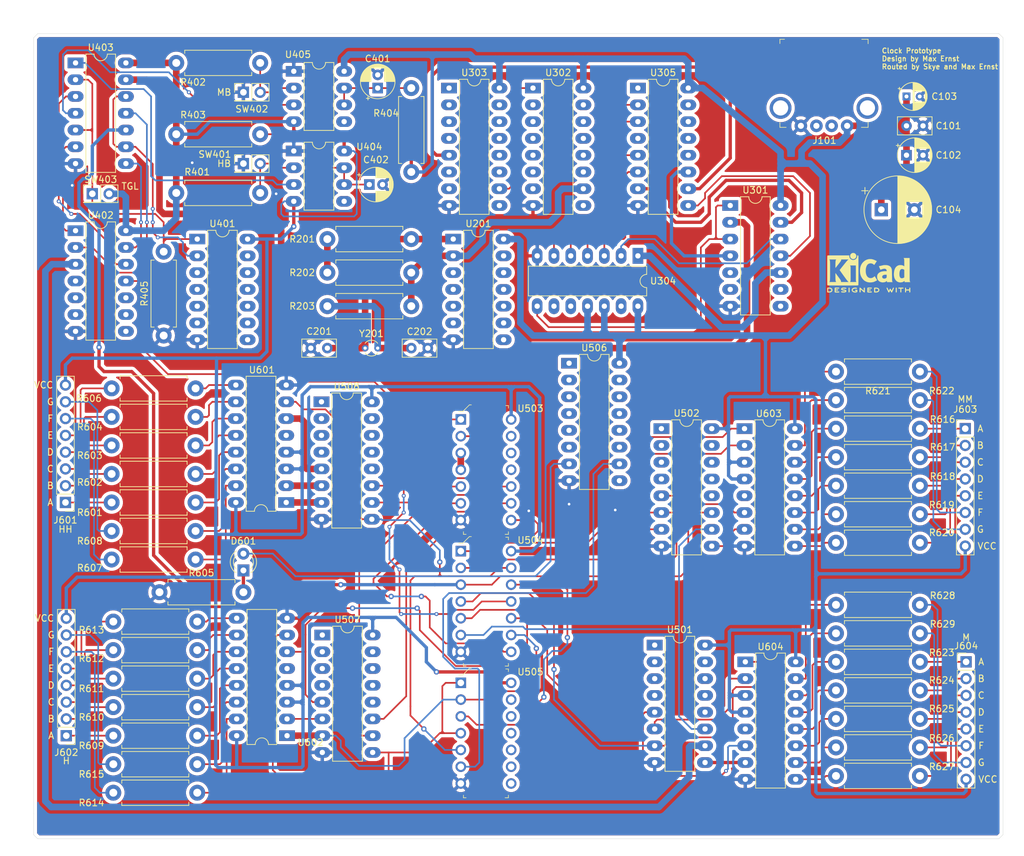
<source format=kicad_pcb>
(kicad_pcb (version 20171130) (host pcbnew "(5.1.5)-3")
  (layers (0 F.Cu signal) (31 B.Cu signal) (34 B.Paste user) (35 F.Paste user) (36 B.SilkS user) (37 F.SilkS user) (38 B.Mask user) (39 F.Mask user) (44 Edge.Cuts user))
  (net 0 "")
  (net 1 +5V)
  (net 2 GND)
  (net 3 "Net-(C201-Pad1)")
  (net 4 "Net-(C202-Pad1)")
  (net 5 "Net-(C401-Pad1)")
  (net 6 "Net-(C402-Pad1)")
  (net 7 /DisplaySection/AM_PM_INDICATOR)
  (net 8 "Net-(D601-Pad1)")
  (net 9 "Net-(R201-Pad1)")
  (net 10 /Oscillator/Oscillator32768Output)
  (net 11 "Net-(R401-Pad1)")
  (net 12 "Net-(R402-Pad1)")
  (net 13 "Net-(R405-Pad2)")
  (net 14 "Net-(R601-Pad2)")
  (net 15 "Net-(R602-Pad2)")
  (net 16 "Net-(R603-Pad2)")
  (net 17 "Net-(R604-Pad2)")
  (net 18 "Net-(R606-Pad2)")
  (net 19 "Net-(R607-Pad2)")
  (net 20 "Net-(R608-Pad2)")
  (net 21 "Net-(R609-Pad2)")
  (net 22 "Net-(R610-Pad2)")
  (net 23 "Net-(R611-Pad2)")
  (net 24 "Net-(R612-Pad2)")
  (net 25 "Net-(R613-Pad2)")
  (net 26 "Net-(R614-Pad2)")
  (net 27 "Net-(R615-Pad2)")
  (net 28 "Net-(R616-Pad2)")
  (net 29 "Net-(R617-Pad2)")
  (net 30 "Net-(R618-Pad2)")
  (net 31 "Net-(R619-Pad2)")
  (net 32 "Net-(R620-Pad2)")
  (net 33 "Net-(R621-Pad2)")
  (net 34 "Net-(R622-Pad2)")
  (net 35 "Net-(R623-Pad2)")
  (net 36 "Net-(R624-Pad2)")
  (net 37 "Net-(R625-Pad2)")
  (net 38 "Net-(R626-Pad2)")
  (net 39 "Net-(R627-Pad2)")
  (net 40 "Net-(R628-Pad2)")
  (net 41 "Net-(R629-Pad2)")
  (net 42 "Net-(U301-Pad13)")
  (net 43 "Net-(U301-Pad6)")
  (net 44 "Net-(U301-Pad12)")
  (net 45 "Net-(U301-Pad5)")
  (net 46 "Net-(U301-Pad11)")
  (net 47 "Net-(U301-Pad4)")
  (net 48 "Net-(U301-Pad10)")
  (net 49 "Net-(U301-Pad1)")
  (net 50 "Net-(U301-Pad9)")
  (net 51 /ButtonLogic/SecondsOutput)
  (net 52 "Net-(U301-Pad8)")
  (net 53 "Net-(U302-Pad15)")
  (net 54 "Net-(U302-Pad7)")
  (net 55 "Net-(U302-Pad14)")
  (net 56 "Net-(U302-Pad6)")
  (net 57 "Net-(U302-Pad13)")
  (net 58 "Net-(U302-Pad5)")
  (net 59 "Net-(U302-Pad12)")
  (net 60 "Net-(U302-Pad4)")
  (net 61 "Net-(U302-Pad11)")
  (net 62 "Net-(U302-Pad3)")
  (net 63 "Net-(U302-Pad2)")
  (net 64 "Net-(U302-Pad9)")
  (net 65 "Net-(U302-Pad1)")
  (net 66 "Net-(U303-Pad15)")
  (net 67 "Net-(U303-Pad7)")
  (net 68 "Net-(U303-Pad14)")
  (net 69 "Net-(U303-Pad6)")
  (net 70 "Net-(U303-Pad13)")
  (net 71 "Net-(U303-Pad5)")
  (net 72 "Net-(U303-Pad12)")
  (net 73 "Net-(U303-Pad4)")
  (net 74 "Net-(U303-Pad11)")
  (net 75 "Net-(U303-Pad3)")
  (net 76 "Net-(U303-Pad2)")
  (net 77 "Net-(U303-Pad9)")
  (net 78 "Net-(U303-Pad1)")
  (net 79 "Net-(U304-Pad13)")
  (net 80 "Net-(U304-Pad6)")
  (net 81 "Net-(U304-Pad5)")
  (net 82 "Net-(U304-Pad4)")
  (net 83 "Net-(U304-Pad10)")
  (net 84 "Net-(U304-Pad3)")
  (net 85 "Net-(U304-Pad9)")
  (net 86 "Net-(U401-Pad13)")
  (net 87 "Net-(U401-Pad12)")
  (net 88 "Net-(U401-Pad11)")
  (net 89 "Net-(U401-Pad10)")
  (net 90 "Net-(U401-Pad9)")
  (net 91 "Net-(U401-Pad8)")
  (net 92 "Net-(U401-Pad6)")
  (net 93 "Net-(U401-Pad5)")
  (net 94 "Net-(U401-Pad4)")
  (net 95 "Net-(U401-Pad3)")
  (net 96 "Net-(U401-Pad2)")
  (net 97 "Net-(U402-Pad13)")
  (net 98 "Net-(U402-Pad12)")
  (net 99 /ButtonLogic/1stPlaceHoursInput)
  (net 100 "Net-(U402-Pad10)")
  (net 101 "Net-(U402-Pad9)")
  (net 102 "Net-(U402-Pad8)")
  (net 103 "Net-(U402-Pad6)")
  (net 104 "Net-(U402-Pad5)")
  (net 105 "Net-(U402-Pad4)")
  (net 106 /ButtonLogic/1stPlaceMinutesInput)
  (net 107 "Net-(U402-Pad2)")
  (net 108 "Net-(U402-Pad1)")
  (net 109 /ButtonLogic/MinutesOutput)
  (net 110 "Net-(U403-Pad4)")
  (net 111 "Net-(U403-Pad1)")
  (net 112 "Net-(U404-Pad5)")
  (net 113 "Net-(U405-Pad5)")
  (net 114 "Net-(U501-Pad15)")
  (net 115 /DisplaySection/2ndP_M_O)
  (net 116 "Net-(U501-Pad14)")
  (net 117 /DisplaySection/3rdP_M_O)
  (net 118 "Net-(U501-Pad13)")
  (net 119 /DisplaySection/4thP_M_O)
  (net 120 "Net-(U501-Pad12)")
  (net 121 "Net-(U501-Pad4)")
  (net 122 "Net-(U501-Pad11)")
  (net 123 "Net-(U501-Pad3)")
  (net 124 "Net-(U501-Pad2)")
  (net 125 /DisplaySection/1stP_M_O)
  (net 126 "Net-(U501-Pad1)")
  (net 127 "Net-(U502-Pad15)")
  (net 128 /DisplaySection/2ndP_MM_O)
  (net 129 "Net-(U502-Pad14)")
  (net 130 /DisplaySection/3rdP_MM_O)
  (net 131 "Net-(U502-Pad13)")
  (net 132 /DisplaySection/4thP_MM_O)
  (net 133 "Net-(U502-Pad12)")
  (net 134 "Net-(U502-Pad4)")
  (net 135 "Net-(U502-Pad3)")
  (net 136 "Net-(U502-Pad2)")
  (net 137 /DisplaySection/1stP_MM_O)
  (net 138 "Net-(U502-Pad1)")
  (net 139 "Net-(U503-Pad13)")
  (net 140 "Net-(U503-Pad12)")
  (net 141 "Net-(U503-Pad11)")
  (net 142 "Net-(U503-Pad10)")
  (net 143 "Net-(U503-Pad9)")
  (net 144 "Net-(U503-Pad8)")
  (net 145 "Net-(U503-Pad6)")
  (net 146 "Net-(U503-Pad3)")
  (net 147 /DisplaySection/1stP_HH_O)
  (net 148 "Net-(U504-Pad12)")
  (net 149 /DisplaySection/4thP_H_O)
  (net 150 /DisplaySection/2ndP_H_O)
  (net 151 "Net-(U505-Pad13)")
  (net 152 "Net-(U505-Pad12)")
  (net 153 "Net-(U505-Pad11)")
  (net 154 "Net-(U505-Pad10)")
  (net 155 "Net-(U505-Pad9)")
  (net 156 "Net-(U505-Pad8)")
  (net 157 "Net-(U505-Pad6)")
  (net 158 /DisplaySection/1stP_H_O)
  (net 159 "Net-(U506-Pad15)")
  (net 160 "Net-(U506-Pad14)")
  (net 161 "Net-(U506-Pad6)")
  (net 162 "Net-(U506-Pad13)")
  (net 163 "Net-(U506-Pad5)")
  (net 164 "Net-(U506-Pad12)")
  (net 165 "Net-(U506-Pad4)")
  (net 166 "Net-(U506-Pad11)")
  (net 167 "Net-(U506-Pad3)")
  (net 168 "Net-(U506-Pad2)")
  (net 169 "Net-(U506-Pad9)")
  (net 170 "Net-(U506-Pad1)")
  (net 171 "Net-(U507-Pad15)")
  (net 172 "Net-(U507-Pad14)")
  (net 173 /DisplaySection/3rdP_H_O)
  (net 174 "Net-(U507-Pad13)")
  (net 175 "Net-(U507-Pad12)")
  (net 176 "Net-(U507-Pad4)")
  (net 177 "Net-(U507-Pad3)")
  (net 178 "Net-(U507-Pad2)")
  (net 179 "Net-(U507-Pad1)")
  (net 180 "Net-(U508-Pad15)")
  (net 181 /DisplaySection/2ndP_HH_O)
  (net 182 "Net-(U508-Pad14)")
  (net 183 /DisplaySection/3rdP_HH_O)
  (net 184 "Net-(U508-Pad13)")
  (net 185 /DisplaySection/4thP_HH_O)
  (net 186 "Net-(U508-Pad12)")
  (net 187 "Net-(U508-Pad4)")
  (net 188 "Net-(U508-Pad3)")
  (net 189 "Net-(U508-Pad2)")
  (net 190 "Net-(U508-Pad1)")
  (net 191 "Net-(U601-Pad5)")
  (net 192 "Net-(U602-Pad5)")
  (net 193 "Net-(U603-Pad5)")
  (net 194 "Net-(U604-Pad5)")
  (net 195 "Net-(U305-Pad15)")
  (net 196 "Net-(U305-Pad14)")
  (net 197 "Net-(U305-Pad13)")
  (net 198 "Net-(U305-Pad12)")
  (net 199 "Net-(U305-Pad4)")
  (net 200 "Net-(U305-Pad1)")
  (net 201 "Net-(J601-Pad7)")
  (net 202 "Net-(J601-Pad6)")
  (net 203 "Net-(J601-Pad5)")
  (net 204 "Net-(J601-Pad4)")
  (net 205 "Net-(J601-Pad3)")
  (net 206 "Net-(J601-Pad2)")
  (net 207 "Net-(J601-Pad1)")
  (net 208 "Net-(J602-Pad7)")
  (net 209 "Net-(J602-Pad6)")
  (net 210 "Net-(J602-Pad5)")
  (net 211 "Net-(J602-Pad4)")
  (net 212 "Net-(J602-Pad3)")
  (net 213 "Net-(J602-Pad2)")
  (net 214 "Net-(J602-Pad1)")
  (net 215 "Net-(J603-Pad7)")
  (net 216 "Net-(J603-Pad6)")
  (net 217 "Net-(J603-Pad5)")
  (net 218 "Net-(J603-Pad4)")
  (net 219 "Net-(J603-Pad3)")
  (net 220 "Net-(J603-Pad2)")
  (net 221 "Net-(J603-Pad1)")
  (net 222 "Net-(J604-Pad7)")
  (net 223 "Net-(J604-Pad6)")
  (net 224 "Net-(J604-Pad5)")
  (net 225 "Net-(J604-Pad4)")
  (net 226 "Net-(J604-Pad3)")
  (net 227 "Net-(J604-Pad2)")
  (net 228 "Net-(J604-Pad1)")
  (net 229 "Net-(J101-Pad3)")
  (net 230 "Net-(J101-Pad2)")
  (module digikey-footprints:USB_A_Female_UE27AC54100 (layer F.Cu) (at 145 52.535 180)
    (fp_text reference J101 (at -0.075 -4.925) (layer F.SilkS))
    (fp_text value USB_A)
    (pad 4 thru_hole circle (at 3.5 -2.71 180) (size 1.9 1.9) (drill 0.92) (layers *.Cu *.Mask) (net 2 GND))
    (pad 3 thru_hole circle (at 1.15 -2.71 180) (size 1.9 1.9) (drill 0.92) (layers *.Cu *.Mask) (net 229 "Net-(J101-Pad3)"))
    (pad 2 thru_hole circle (at -1.15 -2.71 180) (size 1.9 1.9) (drill 0.92) (layers *.Cu *.Mask) (net 230 "Net-(J101-Pad2)"))
    (pad 1 thru_hole circle (at -3.5 -2.71 180) (size 1.9 1.9) (drill 0.92) (layers *.Cu *.Mask) (net 1 +5V))
    (pad SH thru_hole circle (at 6.57 0 180) (size 3.3 3.3) (drill 2.3) (layers *.Cu *.Mask))
    (pad SH thru_hole circle (at -6.57 0 180) (size 3.3 3.3) (drill 2.3) (layers *.Cu *.Mask))
  )
  (module Capacitor_THT:CP_Radial_D10.0mm_P5.00mm (layer F.Cu) (at 153.67 67.945)
    (fp_text reference C104 (at 10.16 0) (layer F.SilkS))
    (fp_text value 1000uF)
    (pad 2 thru_hole circle (at 5 0) (size 2 2) (drill 1) (layers *.Cu *.Mask) (net 2 GND))
    (pad 1 thru_hole rect (at 0 0) (size 2 2) (drill 1) (layers *.Cu *.Mask) (net 1 +5V))
  )
  (module Capacitor_THT:CP_Radial_D4.0mm_P2.00mm (layer F.Cu) (at 157.48 50.8)
    (fp_text reference C103 (at 5.715 0) (layer F.SilkS))
    (fp_text value 47uF)
    (pad 2 thru_hole circle (at 2 0) (size 1.2 1.2) (drill 0.6) (layers *.Cu *.Mask) (net 2 GND))
    (pad 1 thru_hole rect (at 0 0) (size 1.2 1.2) (drill 0.6) (layers *.Cu *.Mask) (net 1 +5V))
  )
  (module Capacitor_THT:CP_Radial_D5.0mm_P2.50mm (layer F.Cu) (at 157.48 59.69)
    (fp_text reference C102 (at 6.35 0) (layer F.SilkS))
    (fp_text value 1uF)
    (pad 2 thru_hole circle (at 2.5 0) (size 1.6 1.6) (drill 0.8) (layers *.Cu *.Mask) (net 2 GND))
    (pad 1 thru_hole rect (at 0 0) (size 1.6 1.6) (drill 0.8) (layers *.Cu *.Mask) (net 1 +5V))
  )
  (module Capacitor_THT:C_Disc_D5.0mm_W2.5mm_P2.50mm (layer F.Cu) (at 157.48 55.245)
    (fp_text reference C101 (at 6.35 0) (layer F.SilkS))
    (fp_text value 100nF)
    (pad 2 thru_hole circle (at 2.5 0) (size 1.6 1.6) (drill 0.8) (layers *.Cu *.Mask) (net 2 GND))
    (pad 1 thru_hole circle (at 0 0) (size 1.6 1.6) (drill 0.8) (layers *.Cu *.Mask) (net 1 +5V))
  )
  (module Symbol:Symbol_ESD-Logo-Text_CopperTop (layer F.Cu) (at 164.084 77.47)
    (fp_text reference REF** hide)
    (fp_text value Symbol_ESD-Logo-Text_CopperTop hide)
    (fp_line (start 2.77876 -1.2573) (end 3.10896 -1.38938) (layer F.Cu) (width 0.3048))
    (fp_line (start 2.49936 -0.82804) (end 2.77876 -1.2573) (layer F.Cu) (width 0.3048))
    (fp_line (start 2.16916 -0.28956) (end 2.49936 -0.82804) (layer F.Cu) (width 0.3048))
    (fp_line (start 1.65862 0.54102) (end 2.16916 -0.28956) (layer F.Cu) (width 0.3048))
    (fp_line (start 0.1905 1.5113) (end 0.8001 0.98044) (layer F.Cu) (width 0.3048))
    (fp_line (start -0.32004 2.02184) (end 0.1905 1.5113) (layer F.Cu) (width 0.3048))
    (fp_line (start -0.62992 2.68224) (end -0.32004 2.02184) (layer F.Cu) (width 0.3048))
    (fp_line (start -0.86106 2.37236) (end -0.62992 2.68224) (layer F.Cu) (width 0.3048))
    (fp_line (start -0.70104 1.59258) (end -0.86106 2.37236) (layer F.Cu) (width 0.3048))
    (fp_line (start 0.30988 0.32258) (end -0.70104 1.59258) (layer F.Cu) (width 0.3048))
    (fp_line (start 0.45974 -0.18796) (end 0.30988 0.32258) (layer F.Cu) (width 0.3048))
    (fp_line (start -0.40132 -1.27762) (end 0.45974 -0.18796) (layer F.Cu) (width 0.3048))
    (fp_line (start -0.62992 -1.12776) (end -0.40132 -1.27762) (layer F.Cu) (width 0.3048))
    (fp_line (start -1.47066 -0.49784) (end -0.62992 -1.12776) (layer F.Cu) (width 0.3048))
    (fp_line (start -1.71958 -0.16764) (end -1.47066 -0.49784) (layer F.Cu) (width 0.3048))
    (fp_line (start -1.77038 -0.11938) (end -1.71958 -0.16764) (layer F.Cu) (width 0.3048))
    (fp_line (start -1.84912 0.42164) (end -1.77038 -0.11938) (layer F.Cu) (width 0.3048))
    (fp_line (start -1.84912 1.48082) (end -1.84912 0.42164) (layer F.Cu) (width 0.3048))
    (fp_line (start -1.62052 2.35204) (end -1.84912 1.48082) (layer F.Cu) (width 0.3048))
    (fp_line (start -1.99136 2.77114) (end -1.62052 2.35204) (layer F.Cu) (width 0.3048))
    (fp_line (start -2.4892 1.10236) (end -1.99136 2.77114) (layer F.Cu) (width 0.3048))
    (fp_line (start -2.37998 -0.57912) (end -2.4892 1.10236) (layer F.Cu) (width 0.3048))
    (fp_line (start -0.65024 -2.64922) (end -1.8796 -1.13792) (layer F.Cu) (width 0.3048))
    (fp_line (start 1.24968 -3.31724) (end -0.65024 -2.64922) (layer F.Cu) (width 0.3048))
    (fp_line (start 2.19964 -3.59918) (end 1.24968 -3.31724) (layer F.Cu) (width 0.3048))
    (fp_line (start 0.30988 1.4605) (end 0.56896 1.81102) (layer F.Cu) (width 0.3048))
    (fp_line (start 0.07874 2.1717) (end 0.10922 2.1717) (layer F.Cu) (width 0.3048))
    (fp_line (start -0.22098 1.99136) (end 0.07874 2.1717) (layer F.Cu) (width 0.3048))
    (fp_line (start 1.61036 0.65278) (end 1.67894 0.6223) (layer F.Cu) (width 0.3048))
    (fp_line (start 4.96062 2.47142) (end 1.61036 0.65278) (layer F.Cu) (width 0.3048))
    (fp_line (start 3.15976 -1.3081) (end 4.96062 2.47142) (layer F.Cu) (width 0.3048))
    (fp_line (start -1.89992 -1.15824) (end -1.86944 -1.15824) (layer F.Cu) (width 0.3048))
    (fp_line (start -2.76098 -1.5875) (end -1.89992 -1.15824) (layer F.Cu) (width 0.3048))
    (fp_line (start 0.21082 -7.3787) (end -2.76098 -1.5875) (layer F.Cu) (width 0.3048))
    (fp_line (start 2.09042 -3.64744) (end 0.21082 -7.3787) (layer F.Cu) (width 0.3048))
    (fp_line (start 4.90982 3.3909) (end 0.86868 1.1811) (layer F.Cu) (width 0.3048))
    (fp_line (start -5.15112 3.31216) (end 4.90982 3.3909) (layer F.Cu) (width 0.3048))
    (fp_line (start -3.09118 -0.84836) (end -5.15112 3.31216) (layer F.Cu) (width 0.3048))
    (fp_line (start -2.46126 -0.56896) (end -3.09118 -0.84836) (layer F.Cu) (width 0.3048))
    (fp_line (start -0.29972 0.44196) (end -0.07112 0.5715) (layer F.Cu) (width 0.3048))
    (fp_line (start -0.72898 0.98044) (end -0.29972 0.44196) (layer F.Cu) (width 0.3048))
    (fp_line (start -0.70104 0.37084) (end -0.72898 0.98044) (layer F.Cu) (width 0.3048))
    (fp_line (start -1.14046 0.16256) (end -0.70104 0.37084) (layer F.Cu) (width 0.3048))
    (fp_line (start -1.01092 1.5621) (end -1.14046 0.16256) (layer F.Cu) (width 0.3048))
    (fp_line (start -1.10998 1.87198) (end -1.01092 1.5621) (layer F.Cu) (width 0.3048))
    (fp_line (start -1.38938 1.64084) (end -1.10998 1.87198) (layer F.Cu) (width 0.3048))
    (fp_line (start -1.51892 0.80264) (end -1.38938 1.64084) (layer F.Cu) (width 0.3048))
    (fp_line (start -1.51892 -0.1397) (end -1.51892 0.80264) (layer F.Cu) (width 0.3048))
    (fp_line (start 0.06096 -0.0889) (end 0.23876 0.14224) (layer F.Cu) (width 0.3048))
    (fp_line (start -0.4191 -0.61722) (end 0.06096 -0.0889) (layer F.Cu) (width 0.3048))
    (fp_line (start -0.77978 -0.49784) (end -0.4191 -0.61722) (layer F.Cu) (width 0.3048))
    (fp_line (start -1.10998 -0.6477) (end -0.77978 -0.49784) (layer F.Cu) (width 0.3048))
    (fp_line (start -0.0889 -6.6675) (end 0.94996 -5.92836) (layer F.Cu) (width 0.3048))
    (fp_line (start -0.35052 -6.0579) (end 1.57988 -4.65836) (layer F.Cu) (width 0.3048))
    (fp_line (start -0.7493 -5.3975) (end 1.85928 -3.64744) (layer F.Cu) (width 0.3048))
    (fp_line (start -1.01092 -4.86918) (end 1.19888 -3.41884) (layer F.Cu) (width 0.3048))
    (fp_line (start -1.3589 -4.2291) (end 0.45974 -3.08864) (layer F.Cu) (width 0.3048))
    (fp_line (start -0.44958 -2.80924) (end -0.4191 -2.80924) (layer F.Cu) (width 0.3048))
    (fp_line (start -1.71958 -3.59918) (end -0.44958 -2.80924) (layer F.Cu) (width 0.3048))
    (fp_line (start -2.04978 -2.9591) (end -1.03124 -2.26822) (layer F.Cu) (width 0.3048))
    (fp_line (start -1.31064 -1.81864) (end -1.31064 -1.83896) (layer F.Cu) (width 0.3048))
    (fp_line (start -2.23012 -2.44856) (end -1.31064 -1.81864) (layer F.Cu) (width 0.3048))
    (fp_line (start -2.50952 -1.9685) (end -1.6891 -1.48844) (layer F.Cu) (width 0.3048))
    (fp_line (start 2.70002 -1.0287) (end 3.54076 -0.39878) (layer F.Cu) (width 0.3048))
    (fp_line (start 2.4511 -0.56896) (end 4.09956 0.72136) (layer F.Cu) (width 0.3048))
    (fp_line (start 2.1209 0.04064) (end 4.37896 1.38176) (layer F.Cu) (width 0.3048))
    (fp_line (start -3.37058 -0.33782) (end -2.6289 0.06096) (layer F.Cu) (width 0.3048))
    (fp_line (start -3.55092 0.16256) (end -2.47904 0.75184) (layer F.Cu) (width 0.3048))
    (fp_line (start -3.74904 0.65278) (end -2.46126 1.38176) (layer F.Cu) (width 0.3048))
    (fp_line (start -2.41046 1.99136) (end -2.37998 1.99136) (layer F.Cu) (width 0.3048))
    (fp_line (start -4.03098 1.20142) (end -2.41046 1.99136) (layer F.Cu) (width 0.3048))
    (fp_line (start -4.34086 1.66116) (end -1.14046 3.31216) (layer F.Cu) (width 0.3048))
    (fp_line (start -4.5593 2.2225) (end -2.17932 3.36042) (layer F.Cu) (width 0.3048))
    (fp_line (start -4.77012 2.75082) (end -3.64998 3.34264) (layer F.Cu) (width 0.3048))
    (fp_line (start -1.53924 2.37236) (end -0.02032 3.3909) (layer F.Cu) (width 0.3048))
    (fp_line (start 1.02108 3.31216) (end 1.04902 3.31216) (layer F.Cu) (width 0.3048))
    (fp_line (start -0.35052 2.30124) (end 1.02108 3.31216) (layer F.Cu) (width 0.3048))
    (fp_line (start 0.23876 1.8415) (end 2.16916 3.29184) (layer F.Cu) (width 0.3048))
    (fp_line (start 3.25882 3.31216) (end 3.27914 3.31216) (layer F.Cu) (width 0.3048))
    (fp_line (start 0.5207 1.4605) (end 3.25882 3.31216) (layer F.Cu) (width 0.3048))
    (fp_line (start -0.65024 -0.92964) (end 0.06096 -0.4191) (layer F.Cu) (width 0.3048))
    (fp_line (start -4.46024 4.04114) (end -4.03098 5.31114) (layer F.Cu) (width 0.3048))
    (fp_line (start -4.86918 5.31114) (end -4.46024 4.04114) (layer F.Cu) (width 0.3048))
    (fp_line (start -4.7498 4.96062) (end -4.15036 4.97078) (layer F.Cu) (width 0.3048))
    (fp_line (start -3.78968 4.04876) (end -3.10896 4.04114) (layer F.Cu) (width 0.3048))
    (fp_line (start -2.77876 4.04114) (end -2.14122 4.03098) (layer F.Cu) (width 0.3048))
    (fp_line (start -3.44932 4.04876) (end -3.41884 5.28066) (layer F.Cu) (width 0.3048))
    (fp_line (start -2.46126 5.31114) (end -2.46888 4.05892) (layer F.Cu) (width 0.3048))
    (fp_line (start -1.66116 5.28066) (end -1.651 5.28066) (layer F.Cu) (width 0.3048))
    (fp_line (start -1.66116 4.04876) (end -1.66116 5.28066) (layer F.Cu) (width 0.3048))
    (fp_line (start -1.651 4.04876) (end -1.14046 4.04876) (layer F.Cu) (width 0.3048))
    (fp_line (start -1.62052 4.65074) (end -1.6002 4.65074) (layer F.Cu) (width 0.3048))
    (fp_line (start -1.19888 4.64058) (end -1.62052 4.65074) (layer F.Cu) (width 0.3048))
    (fp_line (start -1.64084 5.30098) (end -1.63068 5.30098) (layer F.Cu) (width 0.3048))
    (fp_line (start -1.09982 5.31876) (end -1.64084 5.30098) (layer F.Cu) (width 0.3048))
    (fp_line (start 0.1905 5.29082) (end 0.1905 4.05892) (layer F.Cu) (width 0.3048))
    (fp_line (start -0.5207 4.0894) (end 0.1905 5.29082) (layer F.Cu) (width 0.3048))
    (fp_line (start -0.51054 5.32892) (end -0.5207 4.0894) (layer F.Cu) (width 0.3048))
    (fp_line (start 0.6096 4.04114) (end 1.31064 4.04114) (layer F.Cu) (width 0.3048))
    (fp_line (start 0.97028 4.06908) (end 0.9906 5.28066) (layer F.Cu) (width 0.3048))
    (fp_line (start 1.78054 4.03098) (end 1.77038 5.29082) (layer F.Cu) (width 0.3048))
    (fp_line (start 2.43078 4.18084) (end 2.63906 4.05892) (layer F.Cu) (width 0.3048))
    (fp_line (start 2.31902 4.38912) (end 2.43078 4.18084) (layer F.Cu) (width 0.3048))
    (fp_line (start 2.31902 4.70916) (end 2.31902 4.38912) (layer F.Cu) (width 0.3048))
    (fp_line (start 2.43078 5.14096) (end 2.31902 4.70916) (layer F.Cu) (width 0.3048))
    (fp_line (start 2.60096 5.28066) (end 2.43078 5.14096) (layer F.Cu) (width 0.3048))
    (fp_line (start 2.80924 5.30098) (end 2.60096 5.28066) (layer F.Cu) (width 0.3048))
    (fp_line (start 3.04038 5.18922) (end 2.80924 5.30098) (layer F.Cu) (width 0.3048))
    (fp_line (start 3.1496 4.97078) (end 3.04038 5.18922) (layer F.Cu) (width 0.3048))
    (fp_line (start 3.15976 4.67106) (end 3.1496 4.97078) (layer F.Cu) (width 0.3048))
    (fp_line (start 3.1496 4.3307) (end 3.15976 4.67106) (layer F.Cu) (width 0.3048))
    (fp_line (start 2.97942 4.11988) (end 3.1496 4.3307) (layer F.Cu) (width 0.3048))
    (fp_line (start 2.75082 4.04876) (end 2.97942 4.11988) (layer F.Cu) (width 0.3048))
    (fp_line (start 4.43992 5.30098) (end 4.42976 4.06908) (layer F.Cu) (width 0.3048))
    (fp_line (start 3.7211 4.09956) (end 4.43992 5.30098) (layer F.Cu) (width 0.3048))
    (fp_line (start 3.71094 5.29082) (end 3.7211 4.09956) (layer F.Cu) (width 0.3048))
    (fp_line (start -6.14934 6.11124) (end -6.78942 6.11124) (layer F.Cu) (width 0.3048))
    (fp_line (start -6.79958 7.37108) (end -6.2103 7.37108) (layer F.Cu) (width 0.3048))
    (fp_line (start -6.78942 6.11124) (end -6.79958 7.37108) (layer F.Cu) (width 0.3048))
    (fp_line (start -6.37032 6.731) (end -6.74878 6.72084) (layer F.Cu) (width 0.3048))
    (fp_line (start -5.6388 7.37108) (end -5.04952 7.37108) (layer F.Cu) (width 0.3048))
    (fp_line (start -5.63118 6.10108) (end -5.6388 7.37108) (layer F.Cu) (width 0.3048))
    (fp_line (start -4.6101 7.38124) (end -4.04114 7.38124) (layer F.Cu) (width 0.3048))
    (fp_line (start -4.6101 6.11886) (end -4.6101 7.38124) (layer F.Cu) (width 0.3048))
    (fp_line (start -4.5593 6.731) (end -4.20878 6.731) (layer F.Cu) (width 0.3048))
    (fp_line (start -4.6101 6.11886) (end -4.04114 6.11886) (layer F.Cu) (width 0.3048))
    (fp_line (start -4.59994 6.12902) (end -4.6101 6.11886) (layer F.Cu) (width 0.3048))
    (fp_line (start -3.11912 7.37108) (end -2.77114 7.2898) (layer F.Cu) (width 0.3048))
    (fp_line (start -3.32994 7.26948) (end -3.11912 7.37108) (layer F.Cu) (width 0.3048))
    (fp_line (start -3.48996 7.02056) (end -3.32994 7.26948) (layer F.Cu) (width 0.3048))
    (fp_line (start -3.51028 6.65988) (end -3.48996 7.02056) (layer F.Cu) (width 0.3048))
    (fp_line (start -3.41122 6.28904) (end -3.51028 6.65988) (layer F.Cu) (width 0.3048))
    (fp_line (start -3.15976 6.13918) (end -3.41122 6.28904) (layer F.Cu) (width 0.3048))
    (fp_line (start -2.93878 6.13918) (end -3.15976 6.13918) (layer F.Cu) (width 0.3048))
    (fp_line (start -2.70002 6.25094) (end -2.93878 6.13918) (layer F.Cu) (width 0.3048))
    (fp_line (start -2.3495 6.11886) (end -1.67894 6.11886) (layer F.Cu) (width 0.3048))
    (fp_line (start -2.04978 6.49986) (end -2.02946 7.37108) (layer F.Cu) (width 0.3048))
    (fp_line (start -2.02946 6.12902) (end -2.00914 6.12902) (layer F.Cu) (width 0.3048))
    (fp_line (start -2.03962 6.52018) (end -2.02946 6.12902) (layer F.Cu) (width 0.3048))
    (fp_line (start -1.17094 6.77926) (end -1.16078 6.77926) (layer F.Cu) (width 0.3048))
    (fp_line (start -0.76962 6.77926) (end -1.17094 6.77926) (layer F.Cu) (width 0.3048))
    (fp_line (start -0.59944 6.69036) (end -0.76962 6.77926) (layer F.Cu) (width 0.3048))
    (fp_line (start -0.51054 6.49986) (end -0.59944 6.69036) (layer F.Cu) (width 0.3048))
    (fp_line (start -0.59944 6.24078) (end -0.51054 6.49986) (layer F.Cu) (width 0.3048))
    (fp_line (start -0.78994 6.12902) (end -0.59944 6.24078) (layer F.Cu) (width 0.3048))
    (fp_line (start -1.22936 6.13918) (end -0.78994 6.12902) (layer F.Cu) (width 0.3048))
    (fp_line (start -1.22936 7.36092) (end -1.22936 6.13918) (layer F.Cu) (width 0.3048))
    (fp_line (start -0.87884 6.8199) (end -0.5207 7.36092) (layer F.Cu) (width 0.3048))
    (fp_line (start 0.18034 6.17982) (end 0.36068 6.16966) (layer F.Cu) (width 0.3048))
    (fp_line (start 0.03048 6.37032) (end 0.18034 6.17982) (layer F.Cu) (width 0.3048))
    (fp_line (start -0.04064 6.78942) (end 0.03048 6.37032) (layer F.Cu) (width 0.3048))
    (fp_line (start 0.03048 7.10946) (end -0.04064 6.78942) (layer F.Cu) (width 0.3048))
    (fp_line (start 0.23876 7.37108) (end 0.03048 7.10946) (layer F.Cu) (width 0.3048))
    (fp_line (start 0.45974 7.38124) (end 0.23876 7.37108) (layer F.Cu) (width 0.3048))
    (fp_line (start 0.65024 7.33044) (end 0.45974 7.38124) (layer F.Cu) (width 0.3048))
    (fp_line (start 0.76962 7.17042) (end 0.65024 7.33044) (layer F.Cu) (width 0.3048))
    (fp_line (start 0.84074 6.78942) (end 0.76962 7.17042) (layer F.Cu) (width 0.3048))
    (fp_line (start 0.77978 6.42112) (end 0.84074 6.78942) (layer F.Cu) (width 0.3048))
    (fp_line (start 0.64008 6.20014) (end 0.77978 6.42112) (layer F.Cu) (width 0.3048))
    (fp_line (start 0.39116 6.12902) (end 0.64008 6.20014) (layer F.Cu) (width 0.3048))
    (fp_line (start 1.63068 7.39902) (end 1.3208 7.36092) (layer F.Cu) (width 0.3048))
    (fp_line (start 1.8796 7.32028) (end 1.63068 7.39902) (layer F.Cu) (width 0.3048))
    (fp_line (start 2.02946 7.1501) (end 1.8796 7.32028) (layer F.Cu) (width 0.3048))
    (fp_line (start 1.92024 6.88086) (end 2.02946 7.1501) (layer F.Cu) (width 0.3048))
    (fp_line (start 1.66878 6.7691) (end 1.92024 6.88086) (layer F.Cu) (width 0.3048))
    (fp_line (start 1.36906 6.60908) (end 1.66878 6.7691) (layer F.Cu) (width 0.3048))
    (fp_line (start 1.31064 6.42112) (end 1.36906 6.60908) (layer F.Cu) (width 0.3048))
    (fp_line (start 1.45034 6.16966) (end 1.31064 6.42112) (layer F.Cu) (width 0.3048))
    (fp_line (start 1.81102 6.11124) (end 1.45034 6.16966) (layer F.Cu) (width 0.3048))
    (fp_line (start 2.03962 6.17982) (end 1.81102 6.11124) (layer F.Cu) (width 0.3048))
    (fp_line (start 2.43078 6.11886) (end 3.08102 6.11886) (layer F.Cu) (width 0.3048))
    (fp_line (start 2.74066 6.12902) (end 2.76098 7.37108) (layer F.Cu) (width 0.3048))
    (fp_line (start 3.79984 6.14934) (end 4.20116 7.37108) (layer F.Cu) (width 0.3048))
    (fp_line (start 3.38074 7.38124) (end 3.79984 6.14934) (layer F.Cu) (width 0.3048))
    (fp_line (start 3.51028 7.02056) (end 4.04114 7.02056) (layer F.Cu) (width 0.3048))
    (fp_line (start 4.46024 6.14934) (end 5.15112 6.13918) (layer F.Cu) (width 0.3048))
    (fp_line (start 4.8006 6.14934) (end 4.83108 7.37108) (layer F.Cu) (width 0.3048))
    (fp_line (start 5.63118 6.11124) (end 5.63118 7.3406) (layer F.Cu) (width 0.3048))
    (fp_line (start 6.74116 7.36092) (end 6.91896 7.24916) (layer F.Cu) (width 0.3048))
    (fp_line (start 6.44906 7.36092) (end 6.74116 7.36092) (layer F.Cu) (width 0.3048))
    (fp_line (start 6.20014 7.16026) (end 6.44906 7.36092) (layer F.Cu) (width 0.3048))
    (fp_line (start 6.14934 6.75894) (end 6.20014 7.16026) (layer F.Cu) (width 0.3048))
    (fp_line (start 6.24078 6.33984) (end 6.14934 6.75894) (layer F.Cu) (width 0.3048))
    (fp_line (start 6.47954 6.13918) (end 6.24078 6.33984) (layer F.Cu) (width 0.3048))
    (fp_line (start 6.71068 6.11886) (end 6.47954 6.13918) (layer F.Cu) (width 0.3048))
    (fp_line (start 6.97992 6.27126) (end 6.71068 6.11886) (layer F.Cu) (width 0.3048))
    (fp_line (start -4.36118 9.48944) (end -4.42976 9.46912) (layer F.Cu) (width 0.3048))
    (fp_line (start -4.02082 9.5504) (end -4.36118 9.48944) (layer F.Cu) (width 0.3048))
    (fp_line (start -3.78968 9.44118) (end -4.02082 9.5504) (layer F.Cu) (width 0.3048))
    (fp_line (start -3.73888 9.1694) (end -3.78968 9.44118) (layer F.Cu) (width 0.3048))
    (fp_line (start -3.87096 8.96112) (end -3.73888 9.1694) (layer F.Cu) (width 0.3048))
    (fp_line (start -4.20116 8.82904) (end -3.87096 8.96112) (layer F.Cu) (width 0.3048))
    (fp_line (start -4.42976 8.70966) (end -4.20116 8.82904) (layer F.Cu) (width 0.3048))
    (fp_line (start -4.45008 8.49884) (end -4.42976 8.70966) (layer F.Cu) (width 0.3048))
    (fp_line (start -4.21894 8.27024) (end -4.45008 8.49884) (layer F.Cu) (width 0.3048))
    (fp_line (start -3.90906 8.26008) (end -4.21894 8.27024) (layer F.Cu) (width 0.3048))
    (fp_line (start -3.70078 8.32104) (end -3.90906 8.26008) (layer F.Cu) (width 0.3048))
    (fp_line (start -2.60096 8.26008) (end -3.1496 8.26008) (layer F.Cu) (width 0.3048))
    (fp_line (start -2.77114 8.8392) (end -3.16992 8.82904) (layer F.Cu) (width 0.3048))
    (fp_line (start -3.15976 9.4996) (end -3.18008 8.27024) (layer F.Cu) (width 0.3048))
    (fp_line (start -2.56032 9.53008) (end -3.15976 9.4996) (layer F.Cu) (width 0.3048))
    (fp_line (start -1.3208 9.50976) (end -1.3208 8.27024) (layer F.Cu) (width 0.3048))
    (fp_line (start -2.00914 8.3312) (end -1.3208 9.50976) (layer F.Cu) (width 0.3048))
    (fp_line (start -2.00914 9.4996) (end -2.00914 8.3312) (layer F.Cu) (width 0.3048))
    (fp_line (start -0.44958 9.50976) (end -0.71882 9.46912) (layer F.Cu) (width 0.3048))
    (fp_line (start -0.21082 9.48944) (end -0.44958 9.50976) (layer F.Cu) (width 0.3048))
    (fp_line (start -0.04064 9.28878) (end -0.21082 9.48944) (layer F.Cu) (width 0.3048))
    (fp_line (start -0.07112 9.09066) (end -0.04064 9.28878) (layer F.Cu) (width 0.3048))
    (fp_line (start -0.23876 8.9408) (end -0.07112 9.09066) (layer F.Cu) (width 0.3048))
    (fp_line (start -0.45974 8.86968) (end -0.23876 8.9408) (layer F.Cu) (width 0.3048))
    (fp_line (start -0.6604 8.78078) (end -0.45974 8.86968) (layer F.Cu) (width 0.3048))
    (fp_line (start -0.75946 8.59028) (end -0.6604 8.78078) (layer F.Cu) (width 0.3048))
    (fp_line (start -0.69088 8.37946) (end -0.75946 8.59028) (layer F.Cu) (width 0.3048))
    (fp_line (start -0.48006 8.26008) (end -0.69088 8.37946) (layer F.Cu) (width 0.3048))
    (fp_line (start -0.21082 8.2296) (end -0.48006 8.26008) (layer F.Cu) (width 0.3048))
    (fp_line (start 0 8.32104) (end -0.21082 8.2296) (layer F.Cu) (width 0.3048))
    (fp_line (start 0.51054 8.21944) (end 0.51054 9.47928) (layer F.Cu) (width 0.3048))
    (fp_line (start 0.96012 8.27024) (end 1.63068 8.2804) (layer F.Cu) (width 0.3048))
    (fp_line (start 1.30048 9.47928) (end 1.31064 9.47928) (layer F.Cu) (width 0.3048))
    (fp_line (start 1.29032 8.29056) (end 1.30048 9.47928) (layer F.Cu) (width 0.3048))
    (fp_line (start 2.10058 8.29056) (end 2.09042 9.48944) (layer F.Cu) (width 0.3048))
    (fp_line (start 2.921 9.48944) (end 3.36042 8.27024) (layer F.Cu) (width 0.3048))
    (fp_line (start 2.50952 8.27024) (end 2.921 9.48944) (layer F.Cu) (width 0.3048))
    (fp_line (start 4.39928 8.26008) (end 3.79984 8.27024) (layer F.Cu) (width 0.3048))
    (fp_line (start 3.79984 9.50976) (end 3.77952 8.29056) (layer F.Cu) (width 0.3048))
    (fp_line (start 4.40944 9.53008) (end 3.79984 9.50976) (layer F.Cu) (width 0.3048))
    (fp_line (start 4.20878 8.82904) (end 3.85064 8.8392) (layer F.Cu) (width 0.3048))
    (fp_line (start -3.12928 10.4394) (end -3.429 10.42924) (layer F.Cu) (width 0.3048))
    (fp_line (start -2.9591 10.53084) (end -3.12928 10.4394) (layer F.Cu) (width 0.3048))
    (fp_line (start -2.83972 10.7696) (end -2.9591 10.53084) (layer F.Cu) (width 0.3048))
    (fp_line (start -2.79908 11.0998) (end -2.83972 10.7696) (layer F.Cu) (width 0.3048))
    (fp_line (start -2.91084 11.50112) (end -2.79908 11.0998) (layer F.Cu) (width 0.3048))
    (fp_line (start -3.18008 11.67892) (end -2.91084 11.50112) (layer F.Cu) (width 0.3048))
    (fp_line (start -3.50012 11.67892) (end -3.18008 11.67892) (layer F.Cu) (width 0.3048))
    (fp_line (start -3.50012 10.4394) (end -3.50012 11.67892) (layer F.Cu) (width 0.3048))
    (fp_line (start -2.2606 11.66114) (end -1.64084 11.67892) (layer F.Cu) (width 0.3048))
    (fp_line (start -2.23012 10.41908) (end -2.2606 11.66114) (layer F.Cu) (width 0.3048))
    (fp_line (start -1.63068 10.41908) (end -2.23012 10.41908) (layer F.Cu) (width 0.3048))
    (fp_line (start -2.159 11.03884) (end -2.159 11.02106) (layer F.Cu) (width 0.3048))
    (fp_line (start -1.82118 11.0109) (end -2.159 11.03884) (layer F.Cu) (width 0.3048))
    (fp_line (start -0.86106 11.67892) (end -0.43942 10.41908) (layer F.Cu) (width 0.3048))
    (fp_line (start -1.28016 10.40892) (end -0.86106 11.67892) (layer F.Cu) (width 0.3048))
    (fp_line (start 0 10.41908) (end 0 11.66114) (layer F.Cu) (width 0.3048))
    (fp_line (start 1.31064 11.5697) (end 1.3208 11.55954) (layer F.Cu) (width 0.3048))
    (fp_line (start 1.16078 11.68908) (end 1.31064 11.5697) (layer F.Cu) (width 0.3048))
    (fp_line (start 0.89916 11.65098) (end 1.16078 11.68908) (layer F.Cu) (width 0.3048))
    (fp_line (start 0.61976 11.4808) (end 0.89916 11.65098) (layer F.Cu) (width 0.3048))
    (fp_line (start 0.5207 11.18108) (end 0.61976 11.4808) (layer F.Cu) (width 0.3048))
    (fp_line (start 0.59944 10.77976) (end 0.5207 11.18108) (layer F.Cu) (width 0.3048))
    (fp_line (start 0.8509 10.4902) (end 0.59944 10.77976) (layer F.Cu) (width 0.3048))
    (fp_line (start 1.09982 10.4394) (end 0.8509 10.4902) (layer F.Cu) (width 0.3048))
    (fp_line (start 1.31064 10.53084) (end 1.09982 10.4394) (layer F.Cu) (width 0.3048))
    (fp_line (start 1.8796 11.66114) (end 2.4511 11.67892) (layer F.Cu) (width 0.3048))
    (fp_line (start 1.86944 10.4394) (end 1.8796 11.66114) (layer F.Cu) (width 0.3048))
    (fp_line (start 2.47904 10.41908) (end 1.86944 10.4394) (layer F.Cu) (width 0.3048))
    (fp_line (start 2.19964 11.0109) (end 1.88976 11.02106) (layer F.Cu) (width 0.3048))
    (fp_line (start 2.97942 11.65098) (end 2.98958 11.64082) (layer F.Cu) (width 0.3048))
    (fp_line (start 3.21056 11.68908) (end 2.97942 11.65098) (layer F.Cu) (width 0.3048))
    (fp_line (start 3.52044 11.64082) (end 3.21056 11.68908) (layer F.Cu) (width 0.3048))
    (fp_line (start 3.66014 11.45032) (end 3.52044 11.64082) (layer F.Cu) (width 0.3048))
    (fp_line (start 3.54076 11.16076) (end 3.66014 11.45032) (layer F.Cu) (width 0.3048))
    (fp_line (start 3.27914 11.05916) (end 3.54076 11.16076) (layer F.Cu) (width 0.3048))
    (fp_line (start 2.99974 10.84072) (end 3.27914 11.05916) (layer F.Cu) (width 0.3048))
    (fp_line (start 2.99974 10.59942) (end 2.99974 10.84072) (layer F.Cu) (width 0.3048))
    (fp_line (start 3.23088 10.42924) (end 2.99974 10.59942) (layer F.Cu) (width 0.3048))
    (fp_line (start 3.50012 10.42924) (end 3.23088 10.42924) (layer F.Cu) (width 0.3048))
    (fp_line (start 3.7211 10.52068) (end 3.50012 10.42924) (layer F.Cu) (width 0.3048))
  )
  (module Symbol:Symbol_GNU-GPL_CopperTop_Small (layer F.Cu) (at 151.003 86.741)
    (fp_text reference REF** hide)
    (fp_text value Symbol_GNU-GPL_CopperTop_Small hide)
    (fp_line (start -4.064 2.54) (end -4.064 -3.048) (layer F.Cu) (width 0.381))
    (fp_line (start 4.064 2.54) (end -4.064 2.54) (layer F.Cu) (width 0.381))
    (fp_line (start 4.064 -3.048) (end 4.064 2.54) (layer F.Cu) (width 0.381))
    (fp_line (start -4.064 -3.048) (end 4.064 -3.048) (layer F.Cu) (width 0.381))
    (fp_line (start -1.80086 -1.30048) (end -2.30124 -1.30048) (layer F.Cu) (width 0.381))
    (fp_line (start -1.80086 -0.8001) (end -1.80086 -1.30048) (layer F.Cu) (width 0.381))
    (fp_line (start -2.49936 -0.59944) (end -1.80086 -0.8001) (layer F.Cu) (width 0.381))
    (fp_line (start -2.99974 -0.8001) (end -2.49936 -0.59944) (layer F.Cu) (width 0.381))
    (fp_line (start -3.29946 -1.09982) (end -2.99974 -0.8001) (layer F.Cu) (width 0.381))
    (fp_line (start -3.40106 -1.50114) (end -3.29946 -1.09982) (layer F.Cu) (width 0.381))
    (fp_line (start -3.2004 -1.89992) (end -3.40106 -1.50114) (layer F.Cu) (width 0.381))
    (fp_line (start -2.79908 -2.10058) (end -3.2004 -1.89992) (layer F.Cu) (width 0.381))
    (fp_line (start -2.30124 -2.19964) (end -2.79908 -2.10058) (layer F.Cu) (width 0.381))
    (fp_line (start -1.99898 -2.10058) (end -2.30124 -2.19964) (layer F.Cu) (width 0.381))
    (fp_line (start 0.70104 -0.70104) (end 0.70104 -2.19964) (layer F.Cu) (width 0.381))
    (fp_line (start -0.8001 -2.19964) (end 0.70104 -0.70104) (layer F.Cu) (width 0.381))
    (fp_line (start -0.8001 -0.70104) (end -0.8001 -2.19964) (layer F.Cu) (width 0.381))
    (fp_line (start 3.29946 -0.89916) (end 3.29946 -2.19964) (layer F.Cu) (width 0.381))
    (fp_line (start 3.0988 -0.8001) (end 3.29946 -0.89916) (layer F.Cu) (width 0.381))
    (fp_line (start 2.79908 -0.70104) (end 3.0988 -0.8001) (layer F.Cu) (width 0.381))
    (fp_line (start 2.4003 -0.70104) (end 2.79908 -0.70104) (layer F.Cu) (width 0.381))
    (fp_line (start 2.10058 -0.70104) (end 2.4003 -0.70104) (layer F.Cu) (width 0.381))
    (fp_line (start 1.80086 -0.89916) (end 2.10058 -0.70104) (layer F.Cu) (width 0.381))
    (fp_line (start 1.80086 -2.19964) (end 1.80086 -0.89916) (layer F.Cu) (width 0.381))
    (fp_line (start -1.50114 1.30048) (end -1.99898 1.30048) (layer F.Cu) (width 0.381))
    (fp_line (start -1.50114 1.80086) (end -1.50114 1.30048) (layer F.Cu) (width 0.381))
    (fp_line (start -1.99898 1.89992) (end -1.50114 1.80086) (layer F.Cu) (width 0.381))
    (fp_line (start -2.30124 1.89992) (end -1.99898 1.89992) (layer F.Cu) (width 0.381))
    (fp_line (start -2.60096 1.80086) (end -2.30124 1.89992) (layer F.Cu) (width 0.381))
    (fp_line (start -2.90068 1.6002) (end -2.60096 1.80086) (layer F.Cu) (width 0.381))
    (fp_line (start -2.99974 1.19888) (end -2.90068 1.6002) (layer F.Cu) (width 0.381))
    (fp_line (start -2.99974 0.89916) (end -2.99974 1.19888) (layer F.Cu) (width 0.381))
    (fp_line (start -2.79908 0.59944) (end -2.99974 0.89916) (layer F.Cu) (width 0.381))
    (fp_line (start -2.60096 0.50038) (end -2.79908 0.59944) (layer F.Cu) (width 0.381))
    (fp_line (start -2.30124 0.39878) (end -2.60096 0.50038) (layer F.Cu) (width 0.381))
    (fp_line (start -1.80086 0.39878) (end -2.30124 0.39878) (layer F.Cu) (width 0.381))
    (fp_line (start -1.6002 0.50038) (end -1.80086 0.39878) (layer F.Cu) (width 0.381))
    (fp_line (start 0.50038 1.19888) (end -0.39878 1.19888) (layer F.Cu) (width 0.381))
    (fp_line (start 0.8001 1.09982) (end 0.50038 1.19888) (layer F.Cu) (width 0.381))
    (fp_line (start 1.00076 0.89916) (end 0.8001 1.09982) (layer F.Cu) (width 0.381))
    (fp_line (start 1.00076 0.70104) (end 1.00076 0.89916) (layer F.Cu) (width 0.381))
    (fp_line (start 0.89916 0.50038) (end 1.00076 0.70104) (layer F.Cu) (width 0.381))
    (fp_line (start 0.70104 0.39878) (end 0.89916 0.50038) (layer F.Cu) (width 0.381))
    (fp_line (start 0.50038 0.39878) (end 0.70104 0.39878) (layer F.Cu) (width 0.381))
    (fp_line (start -0.39878 0.39878) (end 0.50038 0.39878) (layer F.Cu) (width 0.381))
    (fp_line (start -0.39878 1.89992) (end -0.39878 0.39878) (layer F.Cu) (width 0.381))
    (fp_line (start 2.10058 1.89992) (end 3.29946 1.89992) (layer F.Cu) (width 0.381))
    (fp_line (start 2.10058 0.29972) (end 2.10058 1.89992) (layer F.Cu) (width 0.381))
  )
  (module Symbol:KiCad-Logo2_5mm_SilkScreen (layer F.Cu) (at 151.765 77.47)
    (fp_text reference REF** hide)
    (fp_text value KiCad-Logo2_5mm_SilkScreen hide)
  )
  (module Connector_PinHeader_2.54mm:PinHeader_1x08_P2.54mm_Vertical (layer F.Cu) (at 30.353 147.574 180)
    (fp_text reference J602 (at 0 -2.54) (layer F.SilkS))
    (fp_text value Conn_01x08)
    (pad 8 thru_hole oval (at 0 17.78 180) (size 1.7 1.7) (drill 1) (layers *.Cu *.Mask) (net 1 +5V))
    (pad 7 thru_hole oval (at 0 15.24 180) (size 1.7 1.7) (drill 1) (layers *.Cu *.Mask) (net 208 "Net-(J602-Pad7)"))
    (pad 6 thru_hole oval (at 0 12.7 180) (size 1.7 1.7) (drill 1) (layers *.Cu *.Mask) (net 209 "Net-(J602-Pad6)"))
    (pad 5 thru_hole oval (at 0 10.16 180) (size 1.7 1.7) (drill 1) (layers *.Cu *.Mask) (net 210 "Net-(J602-Pad5)"))
    (pad 4 thru_hole oval (at 0 7.62 180) (size 1.7 1.7) (drill 1) (layers *.Cu *.Mask) (net 211 "Net-(J602-Pad4)"))
    (pad 3 thru_hole oval (at 0 5.08 180) (size 1.7 1.7) (drill 1) (layers *.Cu *.Mask) (net 212 "Net-(J602-Pad3)"))
    (pad 2 thru_hole oval (at 0 2.54 180) (size 1.7 1.7) (drill 1) (layers *.Cu *.Mask) (net 213 "Net-(J602-Pad2)"))
    (pad 1 thru_hole rect (at 0 0 180) (size 1.7 1.7) (drill 1) (layers *.Cu *.Mask) (net 214 "Net-(J602-Pad1)"))
  )
  (module Connector_PinHeader_2.54mm:PinHeader_1x08_P2.54mm_Vertical (layer F.Cu) (at 166.497 136.398)
    (fp_text reference J604 (at 0 -2.413) (layer F.SilkS))
    (fp_text value Conn_01x08)
    (pad 8 thru_hole oval (at 0 17.78) (size 1.7 1.7) (drill 1) (layers *.Cu *.Mask) (net 1 +5V))
    (pad 7 thru_hole oval (at 0 15.24) (size 1.7 1.7) (drill 1) (layers *.Cu *.Mask) (net 222 "Net-(J604-Pad7)"))
    (pad 6 thru_hole oval (at 0 12.7) (size 1.7 1.7) (drill 1) (layers *.Cu *.Mask) (net 223 "Net-(J604-Pad6)"))
    (pad 5 thru_hole oval (at 0 10.16) (size 1.7 1.7) (drill 1) (layers *.Cu *.Mask) (net 224 "Net-(J604-Pad5)"))
    (pad 4 thru_hole oval (at 0 7.62) (size 1.7 1.7) (drill 1) (layers *.Cu *.Mask) (net 225 "Net-(J604-Pad4)"))
    (pad 3 thru_hole oval (at 0 5.08) (size 1.7 1.7) (drill 1) (layers *.Cu *.Mask) (net 226 "Net-(J604-Pad3)"))
    (pad 2 thru_hole oval (at 0 2.54) (size 1.7 1.7) (drill 1) (layers *.Cu *.Mask) (net 227 "Net-(J604-Pad2)"))
    (pad 1 thru_hole rect (at 0 0) (size 1.7 1.7) (drill 1) (layers *.Cu *.Mask) (net 228 "Net-(J604-Pad1)"))
  )
  (module Connector_PinHeader_2.54mm:PinHeader_1x08_P2.54mm_Vertical (layer F.Cu) (at 166.37 101.092)
    (fp_text reference J603 (at 0 -2.921) (layer F.SilkS))
    (fp_text value Conn_01x08)
    (pad 8 thru_hole oval (at 0 17.78) (size 1.7 1.7) (drill 1) (layers *.Cu *.Mask) (net 1 +5V))
    (pad 7 thru_hole oval (at 0 15.24) (size 1.7 1.7) (drill 1) (layers *.Cu *.Mask) (net 215 "Net-(J603-Pad7)"))
    (pad 6 thru_hole oval (at 0 12.7) (size 1.7 1.7) (drill 1) (layers *.Cu *.Mask) (net 216 "Net-(J603-Pad6)"))
    (pad 5 thru_hole oval (at 0 10.16) (size 1.7 1.7) (drill 1) (layers *.Cu *.Mask) (net 217 "Net-(J603-Pad5)"))
    (pad 4 thru_hole oval (at 0 7.62) (size 1.7 1.7) (drill 1) (layers *.Cu *.Mask) (net 218 "Net-(J603-Pad4)"))
    (pad 3 thru_hole oval (at 0 5.08) (size 1.7 1.7) (drill 1) (layers *.Cu *.Mask) (net 219 "Net-(J603-Pad3)"))
    (pad 2 thru_hole oval (at 0 2.54) (size 1.7 1.7) (drill 1) (layers *.Cu *.Mask) (net 220 "Net-(J603-Pad2)"))
    (pad 1 thru_hole rect (at 0 0) (size 1.7 1.7) (drill 1) (layers *.Cu *.Mask) (net 221 "Net-(J603-Pad1)"))
  )
  (module Connector_PinHeader_2.54mm:PinHeader_1x08_P2.54mm_Vertical (layer F.Cu) (at 30.226 112.268 180)
    (fp_text reference J601 (at 0 -2.667) (layer F.SilkS))
    (fp_text value Conn_01x08)
    (pad 8 thru_hole oval (at 0 17.78 180) (size 1.7 1.7) (drill 1) (layers *.Cu *.Mask) (net 1 +5V))
    (pad 7 thru_hole oval (at 0 15.24 180) (size 1.7 1.7) (drill 1) (layers *.Cu *.Mask) (net 201 "Net-(J601-Pad7)"))
    (pad 6 thru_hole oval (at 0 12.7 180) (size 1.7 1.7) (drill 1) (layers *.Cu *.Mask) (net 202 "Net-(J601-Pad6)"))
    (pad 5 thru_hole oval (at 0 10.16 180) (size 1.7 1.7) (drill 1) (layers *.Cu *.Mask) (net 203 "Net-(J601-Pad5)"))
    (pad 4 thru_hole oval (at 0 7.62 180) (size 1.7 1.7) (drill 1) (layers *.Cu *.Mask) (net 204 "Net-(J601-Pad4)"))
    (pad 3 thru_hole oval (at 0 5.08 180) (size 1.7 1.7) (drill 1) (layers *.Cu *.Mask) (net 205 "Net-(J601-Pad3)"))
    (pad 2 thru_hole oval (at 0 2.54 180) (size 1.7 1.7) (drill 1) (layers *.Cu *.Mask) (net 206 "Net-(J601-Pad2)"))
    (pad 1 thru_hole rect (at 0 0 180) (size 1.7 1.7) (drill 1) (layers *.Cu *.Mask) (net 207 "Net-(J601-Pad1)"))
  )
  (module Connector_PinHeader_2.54mm:PinHeader_2x01_P2.54mm_Vertical (layer F.Cu) (at 34.29 65.532)
    (fp_text reference SW403 (at 1.27 -2.159) (layer F.SilkS))
    (fp_text value Toggle_Switch)
    (pad 2 thru_hole oval (at 2.54 0) (size 1.7 1.7) (drill 1) (layers *.Cu *.Mask) (net 1 +5V))
    (pad 1 thru_hole rect (at 0 0) (size 1.7 1.7) (drill 1) (layers *.Cu *.Mask) (net 13 "Net-(R405-Pad2)"))
  )
  (module Connector_PinHeader_2.54mm:PinHeader_2x01_P2.54mm_Vertical (layer F.Cu) (at 57.15 50.165)
    (fp_text reference SW402 (at 1.27 2.54) (layer F.SilkS))
    (fp_text value Minute_Button)
    (pad 2 thru_hole oval (at 2.54 0) (size 1.7 1.7) (drill 1) (layers *.Cu *.Mask) (net 12 "Net-(R402-Pad1)"))
    (pad 1 thru_hole rect (at 0 0) (size 1.7 1.7) (drill 1) (layers *.Cu *.Mask) (net 2 GND))
  )
  (module Connector_PinHeader_2.54mm:PinHeader_2x01_P2.54mm_Vertical (layer F.Cu) (at 57.15 60.96)
    (fp_text reference SW401 (at -4.318 -1.397) (layer F.SilkS))
    (fp_text value Hour_Button)
    (pad 2 thru_hole oval (at 2.54 0) (size 1.7 1.7) (drill 1) (layers *.Cu *.Mask) (net 11 "Net-(R401-Pad1)"))
    (pad 1 thru_hole rect (at 0 0) (size 1.7 1.7) (drill 1) (layers *.Cu *.Mask) (net 2 GND))
  )
  (module Package_DIP:DIP-14_W7.62mm_LongPads (layer F.Cu) (at 31.75 45.72)
    (fp_text reference U403 (at 3.81 -2.33) (layer F.SilkS))
    (fp_text value SN74HCT08N)
    (pad 14 thru_hole oval (at 7.62 0) (size 2.4 1.6) (drill 0.8) (layers *.Cu *.Mask) (net 1 +5V))
    (pad 7 thru_hole oval (at 0 15.24) (size 2.4 1.6) (drill 0.8) (layers *.Cu *.Mask) (net 2 GND))
    (pad 13 thru_hole oval (at 7.62 2.54) (size 2.4 1.6) (drill 0.8) (layers *.Cu *.Mask) (net 51 /ButtonLogic/SecondsOutput))
    (pad 6 thru_hole oval (at 0 12.7) (size 2.4 1.6) (drill 0.8) (layers *.Cu *.Mask) (net 108 "Net-(U402-Pad1)"))
    (pad 12 thru_hole oval (at 7.62 5.08) (size 2.4 1.6) (drill 0.8) (layers *.Cu *.Mask) (net 96 "Net-(U401-Pad2)"))
    (pad 5 thru_hole oval (at 0 10.16) (size 2.4 1.6) (drill 0.8) (layers *.Cu *.Mask) (net 13 "Net-(R405-Pad2)"))
    (pad 11 thru_hole oval (at 7.62 7.62) (size 2.4 1.6) (drill 0.8) (layers *.Cu *.Mask) (net 107 "Net-(U402-Pad2)"))
    (pad 4 thru_hole oval (at 0 7.62) (size 2.4 1.6) (drill 0.8) (layers *.Cu *.Mask) (net 110 "Net-(U403-Pad4)"))
    (pad 10 thru_hole oval (at 7.62 10.16) (size 2.4 1.6) (drill 0.8) (layers *.Cu *.Mask) (net 109 /ButtonLogic/MinutesOutput))
    (pad 3 thru_hole oval (at 0 5.08) (size 2.4 1.6) (drill 0.8) (layers *.Cu *.Mask) (net 98 "Net-(U402-Pad12)"))
    (pad 9 thru_hole oval (at 7.62 12.7) (size 2.4 1.6) (drill 0.8) (layers *.Cu *.Mask) (net 96 "Net-(U401-Pad2)"))
    (pad 2 thru_hole oval (at 0 2.54) (size 2.4 1.6) (drill 0.8) (layers *.Cu *.Mask) (net 13 "Net-(R405-Pad2)"))
    (pad 8 thru_hole oval (at 7.62 15.24) (size 2.4 1.6) (drill 0.8) (layers *.Cu *.Mask) (net 97 "Net-(U402-Pad13)"))
    (pad 1 thru_hole rect (at 0 0) (size 2.4 1.6) (drill 0.8) (layers *.Cu *.Mask) (net 111 "Net-(U403-Pad1)"))
  )
  (module Package_DIP:DIP-14_W7.62mm_LongPads (layer F.Cu) (at 31.75 71.12)
    (fp_text reference U402 (at 3.81 -2.33) (layer F.SilkS))
    (fp_text value SN74LS32N)
    (pad 14 thru_hole oval (at 7.62 0) (size 2.4 1.6) (drill 0.8) (layers *.Cu *.Mask) (net 1 +5V))
    (pad 7 thru_hole oval (at 0 15.24) (size 2.4 1.6) (drill 0.8) (layers *.Cu *.Mask) (net 2 GND))
    (pad 13 thru_hole oval (at 7.62 2.54) (size 2.4 1.6) (drill 0.8) (layers *.Cu *.Mask) (net 97 "Net-(U402-Pad13)"))
    (pad 6 thru_hole oval (at 0 12.7) (size 2.4 1.6) (drill 0.8) (layers *.Cu *.Mask) (net 103 "Net-(U402-Pad6)"))
    (pad 12 thru_hole oval (at 7.62 5.08) (size 2.4 1.6) (drill 0.8) (layers *.Cu *.Mask) (net 98 "Net-(U402-Pad12)"))
    (pad 5 thru_hole oval (at 0 10.16) (size 2.4 1.6) (drill 0.8) (layers *.Cu *.Mask) (net 104 "Net-(U402-Pad5)"))
    (pad 11 thru_hole oval (at 7.62 7.62) (size 2.4 1.6) (drill 0.8) (layers *.Cu *.Mask) (net 99 /ButtonLogic/1stPlaceHoursInput))
    (pad 4 thru_hole oval (at 0 7.62) (size 2.4 1.6) (drill 0.8) (layers *.Cu *.Mask) (net 105 "Net-(U402-Pad4)"))
    (pad 10 thru_hole oval (at 7.62 10.16) (size 2.4 1.6) (drill 0.8) (layers *.Cu *.Mask) (net 100 "Net-(U402-Pad10)"))
    (pad 3 thru_hole oval (at 0 5.08) (size 2.4 1.6) (drill 0.8) (layers *.Cu *.Mask) (net 106 /ButtonLogic/1stPlaceMinutesInput))
    (pad 9 thru_hole oval (at 7.62 12.7) (size 2.4 1.6) (drill 0.8) (layers *.Cu *.Mask) (net 101 "Net-(U402-Pad9)"))
    (pad 2 thru_hole oval (at 0 2.54) (size 2.4 1.6) (drill 0.8) (layers *.Cu *.Mask) (net 107 "Net-(U402-Pad2)"))
    (pad 8 thru_hole oval (at 7.62 15.24) (size 2.4 1.6) (drill 0.8) (layers *.Cu *.Mask) (net 102 "Net-(U402-Pad8)"))
    (pad 1 thru_hole rect (at 0 0) (size 2.4 1.6) (drill 0.8) (layers *.Cu *.Mask) (net 108 "Net-(U402-Pad1)"))
  )
  (module Package_DIP:DIP-14_W7.62mm_LongPads (layer F.Cu) (at 50.165 72.39)
    (fp_text reference U401 (at 3.81 -2.33) (layer F.SilkS))
    (fp_text value 74S04)
    (pad 14 thru_hole oval (at 7.62 0) (size 2.4 1.6) (drill 0.8) (layers *.Cu *.Mask) (net 1 +5V))
    (pad 7 thru_hole oval (at 0 15.24) (size 2.4 1.6) (drill 0.8) (layers *.Cu *.Mask) (net 2 GND))
    (pad 13 thru_hole oval (at 7.62 2.54) (size 2.4 1.6) (drill 0.8) (layers *.Cu *.Mask) (net 86 "Net-(U401-Pad13)"))
    (pad 6 thru_hole oval (at 0 12.7) (size 2.4 1.6) (drill 0.8) (layers *.Cu *.Mask) (net 92 "Net-(U401-Pad6)"))
    (pad 12 thru_hole oval (at 7.62 5.08) (size 2.4 1.6) (drill 0.8) (layers *.Cu *.Mask) (net 87 "Net-(U401-Pad12)"))
    (pad 5 thru_hole oval (at 0 10.16) (size 2.4 1.6) (drill 0.8) (layers *.Cu *.Mask) (net 93 "Net-(U401-Pad5)"))
    (pad 11 thru_hole oval (at 7.62 7.62) (size 2.4 1.6) (drill 0.8) (layers *.Cu *.Mask) (net 88 "Net-(U401-Pad11)"))
    (pad 4 thru_hole oval (at 0 7.62) (size 2.4 1.6) (drill 0.8) (layers *.Cu *.Mask) (net 94 "Net-(U401-Pad4)"))
    (pad 10 thru_hole oval (at 7.62 10.16) (size 2.4 1.6) (drill 0.8) (layers *.Cu *.Mask) (net 89 "Net-(U401-Pad10)"))
    (pad 3 thru_hole oval (at 0 5.08) (size 2.4 1.6) (drill 0.8) (layers *.Cu *.Mask) (net 95 "Net-(U401-Pad3)"))
    (pad 9 thru_hole oval (at 7.62 12.7) (size 2.4 1.6) (drill 0.8) (layers *.Cu *.Mask) (net 90 "Net-(U401-Pad9)"))
    (pad 2 thru_hole oval (at 0 2.54) (size 2.4 1.6) (drill 0.8) (layers *.Cu *.Mask) (net 96 "Net-(U401-Pad2)"))
    (pad 8 thru_hole oval (at 7.62 15.24) (size 2.4 1.6) (drill 0.8) (layers *.Cu *.Mask) (net 91 "Net-(U401-Pad8)"))
    (pad 1 thru_hole rect (at 0 0) (size 2.4 1.6) (drill 0.8) (layers *.Cu *.Mask) (net 13 "Net-(R405-Pad2)"))
  )
  (module Crystal:Crystal_Round_D2.0mm_Vertical (layer F.Cu) (at 75.565 88.9)
    (fp_text reference Y201 (at 0.95 -2.2) (layer F.SilkS))
    (fp_text value 32.768kHz)
    (pad 2 thru_hole circle (at 1.9 0) (size 1 1) (drill 0.5) (layers *.Cu *.Mask) (net 4 "Net-(C202-Pad1)"))
    (pad 1 thru_hole circle (at 0 0) (size 1 1) (drill 0.5) (layers *.Cu *.Mask) (net 3 "Net-(C201-Pad1)"))
  )
  (module Package_DIP:DIP-16_W7.62mm_LongPads (layer F.Cu) (at 116.84 49.53)
    (fp_text reference U305 (at 3.81 -2.33) (layer F.SilkS))
    (fp_text value SN74HC4040N)
    (pad 16 thru_hole oval (at 7.62 0) (size 2.4 1.6) (drill 0.8) (layers *.Cu *.Mask) (net 1 +5V))
    (pad 8 thru_hole oval (at 0 17.78) (size 2.4 1.6) (drill 0.8) (layers *.Cu *.Mask) (net 2 GND))
    (pad 15 thru_hole oval (at 7.62 2.54) (size 2.4 1.6) (drill 0.8) (layers *.Cu *.Mask) (net 195 "Net-(U305-Pad15)"))
    (pad 7 thru_hole oval (at 0 15.24) (size 2.4 1.6) (drill 0.8) (layers *.Cu *.Mask) (net 42 "Net-(U301-Pad13)"))
    (pad 14 thru_hole oval (at 7.62 5.08) (size 2.4 1.6) (drill 0.8) (layers *.Cu *.Mask) (net 196 "Net-(U305-Pad14)"))
    (pad 6 thru_hole oval (at 0 12.7) (size 2.4 1.6) (drill 0.8) (layers *.Cu *.Mask) (net 84 "Net-(U304-Pad3)"))
    (pad 13 thru_hole oval (at 7.62 7.62) (size 2.4 1.6) (drill 0.8) (layers *.Cu *.Mask) (net 197 "Net-(U305-Pad13)"))
    (pad 5 thru_hole oval (at 0 10.16) (size 2.4 1.6) (drill 0.8) (layers *.Cu *.Mask) (net 82 "Net-(U304-Pad4)"))
    (pad 12 thru_hole oval (at 7.62 10.16) (size 2.4 1.6) (drill 0.8) (layers *.Cu *.Mask) (net 198 "Net-(U305-Pad12)"))
    (pad 4 thru_hole oval (at 0 7.62) (size 2.4 1.6) (drill 0.8) (layers *.Cu *.Mask) (net 199 "Net-(U305-Pad4)"))
    (pad 11 thru_hole oval (at 7.62 12.7) (size 2.4 1.6) (drill 0.8) (layers *.Cu *.Mask) (net 47 "Net-(U301-Pad4)"))
    (pad 3 thru_hole oval (at 0 5.08) (size 2.4 1.6) (drill 0.8) (layers *.Cu *.Mask) (net 81 "Net-(U304-Pad5)"))
    (pad 10 thru_hole oval (at 7.62 15.24) (size 2.4 1.6) (drill 0.8) (layers *.Cu *.Mask) (net 71 "Net-(U303-Pad5)"))
    (pad 2 thru_hole oval (at 0 2.54) (size 2.4 1.6) (drill 0.8) (layers *.Cu *.Mask) (net 80 "Net-(U304-Pad6)"))
    (pad 9 thru_hole oval (at 7.62 17.78) (size 2.4 1.6) (drill 0.8) (layers *.Cu *.Mask) (net 46 "Net-(U301-Pad11)"))
    (pad 1 thru_hole rect (at 0 0) (size 2.4 1.6) (drill 0.8) (layers *.Cu *.Mask) (net 200 "Net-(U305-Pad1)"))
  )
  (module Package_DIP:DIP-16_W7.62mm_LongPads (layer F.Cu) (at 133.096 136.398)
    (fp_text reference U604 (at 3.81 -2.286) (layer F.SilkS))
    (fp_text value 7447)
    (pad 16 thru_hole oval (at 7.62 0) (size 2.4 1.6) (drill 0.8) (layers *.Cu *.Mask) (net 1 +5V))
    (pad 8 thru_hole oval (at 0 17.78) (size 2.4 1.6) (drill 0.8) (layers *.Cu *.Mask) (net 2 GND))
    (pad 15 thru_hole oval (at 7.62 2.54) (size 2.4 1.6) (drill 0.8) (layers *.Cu *.Mask) (net 40 "Net-(R628-Pad2)"))
    (pad 7 thru_hole oval (at 0 15.24) (size 2.4 1.6) (drill 0.8) (layers *.Cu *.Mask) (net 125 /DisplaySection/1stP_M_O))
    (pad 14 thru_hole oval (at 7.62 5.08) (size 2.4 1.6) (drill 0.8) (layers *.Cu *.Mask) (net 41 "Net-(R629-Pad2)"))
    (pad 6 thru_hole oval (at 0 12.7) (size 2.4 1.6) (drill 0.8) (layers *.Cu *.Mask) (net 119 /DisplaySection/4thP_M_O))
    (pad 13 thru_hole oval (at 7.62 7.62) (size 2.4 1.6) (drill 0.8) (layers *.Cu *.Mask) (net 35 "Net-(R623-Pad2)"))
    (pad 5 thru_hole oval (at 0 10.16) (size 2.4 1.6) (drill 0.8) (layers *.Cu *.Mask) (net 194 "Net-(U604-Pad5)"))
    (pad 12 thru_hole oval (at 7.62 10.16) (size 2.4 1.6) (drill 0.8) (layers *.Cu *.Mask) (net 36 "Net-(R624-Pad2)"))
    (pad 4 thru_hole oval (at 0 7.62) (size 2.4 1.6) (drill 0.8) (layers *.Cu *.Mask) (net 1 +5V))
    (pad 11 thru_hole oval (at 7.62 12.7) (size 2.4 1.6) (drill 0.8) (layers *.Cu *.Mask) (net 37 "Net-(R625-Pad2)"))
    (pad 3 thru_hole oval (at 0 5.08) (size 2.4 1.6) (drill 0.8) (layers *.Cu *.Mask) (net 1 +5V))
    (pad 10 thru_hole oval (at 7.62 15.24) (size 2.4 1.6) (drill 0.8) (layers *.Cu *.Mask) (net 38 "Net-(R626-Pad2)"))
    (pad 2 thru_hole oval (at 0 2.54) (size 2.4 1.6) (drill 0.8) (layers *.Cu *.Mask) (net 117 /DisplaySection/3rdP_M_O))
    (pad 9 thru_hole oval (at 7.62 17.78) (size 2.4 1.6) (drill 0.8) (layers *.Cu *.Mask) (net 39 "Net-(R627-Pad2)"))
    (pad 1 thru_hole rect (at 0 0) (size 2.4 1.6) (drill 0.8) (layers *.Cu *.Mask) (net 115 /DisplaySection/2ndP_M_O))
  )
  (module Package_DIP:DIP-16_W7.62mm_LongPads (layer F.Cu) (at 132.969 101.092)
    (fp_text reference U603 (at 3.683 -2.286) (layer F.SilkS))
    (fp_text value 7447)
    (pad 16 thru_hole oval (at 7.62 0) (size 2.4 1.6) (drill 0.8) (layers *.Cu *.Mask) (net 1 +5V))
    (pad 8 thru_hole oval (at 0 17.78) (size 2.4 1.6) (drill 0.8) (layers *.Cu *.Mask) (net 2 GND))
    (pad 15 thru_hole oval (at 7.62 2.54) (size 2.4 1.6) (drill 0.8) (layers *.Cu *.Mask) (net 33 "Net-(R621-Pad2)"))
    (pad 7 thru_hole oval (at 0 15.24) (size 2.4 1.6) (drill 0.8) (layers *.Cu *.Mask) (net 137 /DisplaySection/1stP_MM_O))
    (pad 14 thru_hole oval (at 7.62 5.08) (size 2.4 1.6) (drill 0.8) (layers *.Cu *.Mask) (net 34 "Net-(R622-Pad2)"))
    (pad 6 thru_hole oval (at 0 12.7) (size 2.4 1.6) (drill 0.8) (layers *.Cu *.Mask) (net 132 /DisplaySection/4thP_MM_O))
    (pad 13 thru_hole oval (at 7.62 7.62) (size 2.4 1.6) (drill 0.8) (layers *.Cu *.Mask) (net 28 "Net-(R616-Pad2)"))
    (pad 5 thru_hole oval (at 0 10.16) (size 2.4 1.6) (drill 0.8) (layers *.Cu *.Mask) (net 193 "Net-(U603-Pad5)"))
    (pad 12 thru_hole oval (at 7.62 10.16) (size 2.4 1.6) (drill 0.8) (layers *.Cu *.Mask) (net 29 "Net-(R617-Pad2)"))
    (pad 4 thru_hole oval (at 0 7.62) (size 2.4 1.6) (drill 0.8) (layers *.Cu *.Mask) (net 1 +5V))
    (pad 11 thru_hole oval (at 7.62 12.7) (size 2.4 1.6) (drill 0.8) (layers *.Cu *.Mask) (net 30 "Net-(R618-Pad2)"))
    (pad 3 thru_hole oval (at 0 5.08) (size 2.4 1.6) (drill 0.8) (layers *.Cu *.Mask) (net 1 +5V))
    (pad 10 thru_hole oval (at 7.62 15.24) (size 2.4 1.6) (drill 0.8) (layers *.Cu *.Mask) (net 31 "Net-(R619-Pad2)"))
    (pad 2 thru_hole oval (at 0 2.54) (size 2.4 1.6) (drill 0.8) (layers *.Cu *.Mask) (net 130 /DisplaySection/3rdP_MM_O))
    (pad 9 thru_hole oval (at 7.62 17.78) (size 2.4 1.6) (drill 0.8) (layers *.Cu *.Mask) (net 32 "Net-(R620-Pad2)"))
    (pad 1 thru_hole rect (at 0 0) (size 2.4 1.6) (drill 0.8) (layers *.Cu *.Mask) (net 128 /DisplaySection/2ndP_MM_O))
  )
  (module Package_DIP:DIP-16_W7.62mm_LongPads (layer F.Cu) (at 63.754 147.574 180)
    (fp_text reference U602 (at -3.556 -1.016) (layer F.SilkS))
    (fp_text value 7447)
    (pad 16 thru_hole oval (at 7.62 0 180) (size 2.4 1.6) (drill 0.8) (layers *.Cu *.Mask) (net 1 +5V))
    (pad 8 thru_hole oval (at 0 17.78 180) (size 2.4 1.6) (drill 0.8) (layers *.Cu *.Mask) (net 2 GND))
    (pad 15 thru_hole oval (at 7.62 2.54 180) (size 2.4 1.6) (drill 0.8) (layers *.Cu *.Mask) (net 26 "Net-(R614-Pad2)"))
    (pad 7 thru_hole oval (at 0 15.24 180) (size 2.4 1.6) (drill 0.8) (layers *.Cu *.Mask) (net 158 /DisplaySection/1stP_H_O))
    (pad 14 thru_hole oval (at 7.62 5.08 180) (size 2.4 1.6) (drill 0.8) (layers *.Cu *.Mask) (net 27 "Net-(R615-Pad2)"))
    (pad 6 thru_hole oval (at 0 12.7 180) (size 2.4 1.6) (drill 0.8) (layers *.Cu *.Mask) (net 149 /DisplaySection/4thP_H_O))
    (pad 13 thru_hole oval (at 7.62 7.62 180) (size 2.4 1.6) (drill 0.8) (layers *.Cu *.Mask) (net 21 "Net-(R609-Pad2)"))
    (pad 5 thru_hole oval (at 0 10.16 180) (size 2.4 1.6) (drill 0.8) (layers *.Cu *.Mask) (net 192 "Net-(U602-Pad5)"))
    (pad 12 thru_hole oval (at 7.62 10.16 180) (size 2.4 1.6) (drill 0.8) (layers *.Cu *.Mask) (net 22 "Net-(R610-Pad2)"))
    (pad 4 thru_hole oval (at 0 7.62 180) (size 2.4 1.6) (drill 0.8) (layers *.Cu *.Mask) (net 1 +5V))
    (pad 11 thru_hole oval (at 7.62 12.7 180) (size 2.4 1.6) (drill 0.8) (layers *.Cu *.Mask) (net 23 "Net-(R611-Pad2)"))
    (pad 3 thru_hole oval (at 0 5.08 180) (size 2.4 1.6) (drill 0.8) (layers *.Cu *.Mask) (net 1 +5V))
    (pad 10 thru_hole oval (at 7.62 15.24 180) (size 2.4 1.6) (drill 0.8) (layers *.Cu *.Mask) (net 24 "Net-(R612-Pad2)"))
    (pad 2 thru_hole oval (at 0 2.54 180) (size 2.4 1.6) (drill 0.8) (layers *.Cu *.Mask) (net 173 /DisplaySection/3rdP_H_O))
    (pad 9 thru_hole oval (at 7.62 17.78 180) (size 2.4 1.6) (drill 0.8) (layers *.Cu *.Mask) (net 25 "Net-(R613-Pad2)"))
    (pad 1 thru_hole rect (at 0 0 180) (size 2.4 1.6) (drill 0.8) (layers *.Cu *.Mask) (net 150 /DisplaySection/2ndP_H_O))
  )
  (module Package_DIP:DIP-16_W7.62mm_LongPads (layer F.Cu) (at 63.627 112.268 180)
    (fp_text reference U601 (at 3.683 20.066) (layer F.SilkS))
    (fp_text value 7447)
    (pad 16 thru_hole oval (at 7.62 0 180) (size 2.4 1.6) (drill 0.8) (layers *.Cu *.Mask) (net 1 +5V))
    (pad 8 thru_hole oval (at 0 17.78 180) (size 2.4 1.6) (drill 0.8) (layers *.Cu *.Mask) (net 2 GND))
    (pad 15 thru_hole oval (at 7.62 2.54 180) (size 2.4 1.6) (drill 0.8) (layers *.Cu *.Mask) (net 19 "Net-(R607-Pad2)"))
    (pad 7 thru_hole oval (at 0 15.24 180) (size 2.4 1.6) (drill 0.8) (layers *.Cu *.Mask) (net 147 /DisplaySection/1stP_HH_O))
    (pad 14 thru_hole oval (at 7.62 5.08 180) (size 2.4 1.6) (drill 0.8) (layers *.Cu *.Mask) (net 20 "Net-(R608-Pad2)"))
    (pad 6 thru_hole oval (at 0 12.7 180) (size 2.4 1.6) (drill 0.8) (layers *.Cu *.Mask) (net 185 /DisplaySection/4thP_HH_O))
    (pad 13 thru_hole oval (at 7.62 7.62 180) (size 2.4 1.6) (drill 0.8) (layers *.Cu *.Mask) (net 14 "Net-(R601-Pad2)"))
    (pad 5 thru_hole oval (at 0 10.16 180) (size 2.4 1.6) (drill 0.8) (layers *.Cu *.Mask) (net 191 "Net-(U601-Pad5)"))
    (pad 12 thru_hole oval (at 7.62 10.16 180) (size 2.4 1.6) (drill 0.8) (layers *.Cu *.Mask) (net 15 "Net-(R602-Pad2)"))
    (pad 4 thru_hole oval (at 0 7.62 180) (size 2.4 1.6) (drill 0.8) (layers *.Cu *.Mask) (net 1 +5V))
    (pad 11 thru_hole oval (at 7.62 12.7 180) (size 2.4 1.6) (drill 0.8) (layers *.Cu *.Mask) (net 16 "Net-(R603-Pad2)"))
    (pad 3 thru_hole oval (at 0 5.08 180) (size 2.4 1.6) (drill 0.8) (layers *.Cu *.Mask) (net 1 +5V))
    (pad 10 thru_hole oval (at 7.62 15.24 180) (size 2.4 1.6) (drill 0.8) (layers *.Cu *.Mask) (net 17 "Net-(R604-Pad2)"))
    (pad 2 thru_hole oval (at 0 2.54 180) (size 2.4 1.6) (drill 0.8) (layers *.Cu *.Mask) (net 183 /DisplaySection/3rdP_HH_O))
    (pad 9 thru_hole oval (at 7.62 17.78 180) (size 2.4 1.6) (drill 0.8) (layers *.Cu *.Mask) (net 18 "Net-(R606-Pad2)"))
    (pad 1 thru_hole rect (at 0 0 180) (size 2.4 1.6) (drill 0.8) (layers *.Cu *.Mask) (net 181 /DisplaySection/2ndP_HH_O))
  )
  (module Package_DIP:DIP-16_W7.62mm_LongPads (layer F.Cu) (at 68.961 97.028)
    (fp_text reference U508 (at 3.81 -2.33) (layer F.SilkS))
    (fp_text value 4040)
    (pad 16 thru_hole oval (at 7.62 0) (size 2.4 1.6) (drill 0.8) (layers *.Cu *.Mask) (net 1 +5V))
    (pad 8 thru_hole oval (at 0 17.78) (size 2.4 1.6) (drill 0.8) (layers *.Cu *.Mask) (net 2 GND))
    (pad 15 thru_hole oval (at 7.62 2.54) (size 2.4 1.6) (drill 0.8) (layers *.Cu *.Mask) (net 180 "Net-(U508-Pad15)"))
    (pad 7 thru_hole oval (at 0 15.24) (size 2.4 1.6) (drill 0.8) (layers *.Cu *.Mask) (net 181 /DisplaySection/2ndP_HH_O))
    (pad 14 thru_hole oval (at 7.62 5.08) (size 2.4 1.6) (drill 0.8) (layers *.Cu *.Mask) (net 182 "Net-(U508-Pad14)"))
    (pad 6 thru_hole oval (at 0 12.7) (size 2.4 1.6) (drill 0.8) (layers *.Cu *.Mask) (net 183 /DisplaySection/3rdP_HH_O))
    (pad 13 thru_hole oval (at 7.62 7.62) (size 2.4 1.6) (drill 0.8) (layers *.Cu *.Mask) (net 184 "Net-(U508-Pad13)"))
    (pad 5 thru_hole oval (at 0 10.16) (size 2.4 1.6) (drill 0.8) (layers *.Cu *.Mask) (net 185 /DisplaySection/4thP_HH_O))
    (pad 12 thru_hole oval (at 7.62 10.16) (size 2.4 1.6) (drill 0.8) (layers *.Cu *.Mask) (net 186 "Net-(U508-Pad12)"))
    (pad 4 thru_hole oval (at 0 7.62) (size 2.4 1.6) (drill 0.8) (layers *.Cu *.Mask) (net 187 "Net-(U508-Pad4)"))
    (pad 11 thru_hole oval (at 7.62 12.7) (size 2.4 1.6) (drill 0.8) (layers *.Cu *.Mask) (net 142 "Net-(U503-Pad10)"))
    (pad 3 thru_hole oval (at 0 5.08) (size 2.4 1.6) (drill 0.8) (layers *.Cu *.Mask) (net 188 "Net-(U508-Pad3)"))
    (pad 10 thru_hole oval (at 7.62 15.24) (size 2.4 1.6) (drill 0.8) (layers *.Cu *.Mask) (net 143 "Net-(U503-Pad9)"))
    (pad 2 thru_hole oval (at 0 2.54) (size 2.4 1.6) (drill 0.8) (layers *.Cu *.Mask) (net 189 "Net-(U508-Pad2)"))
    (pad 9 thru_hole oval (at 7.62 17.78) (size 2.4 1.6) (drill 0.8) (layers *.Cu *.Mask) (net 147 /DisplaySection/1stP_HH_O))
    (pad 1 thru_hole rect (at 0 0) (size 2.4 1.6) (drill 0.8) (layers *.Cu *.Mask) (net 190 "Net-(U508-Pad1)"))
  )
  (module Package_DIP:DIP-16_W7.62mm_LongPads (layer F.Cu) (at 69.088 132.334)
    (fp_text reference U507 (at 3.81 -2.33) (layer F.SilkS))
    (fp_text value 4040)
    (pad 16 thru_hole oval (at 7.62 0) (size 2.4 1.6) (drill 0.8) (layers *.Cu *.Mask) (net 1 +5V))
    (pad 8 thru_hole oval (at 0 17.78) (size 2.4 1.6) (drill 0.8) (layers *.Cu *.Mask) (net 2 GND))
    (pad 15 thru_hole oval (at 7.62 2.54) (size 2.4 1.6) (drill 0.8) (layers *.Cu *.Mask) (net 171 "Net-(U507-Pad15)"))
    (pad 7 thru_hole oval (at 0 15.24) (size 2.4 1.6) (drill 0.8) (layers *.Cu *.Mask) (net 150 /DisplaySection/2ndP_H_O))
    (pad 14 thru_hole oval (at 7.62 5.08) (size 2.4 1.6) (drill 0.8) (layers *.Cu *.Mask) (net 172 "Net-(U507-Pad14)"))
    (pad 6 thru_hole oval (at 0 12.7) (size 2.4 1.6) (drill 0.8) (layers *.Cu *.Mask) (net 173 /DisplaySection/3rdP_H_O))
    (pad 13 thru_hole oval (at 7.62 7.62) (size 2.4 1.6) (drill 0.8) (layers *.Cu *.Mask) (net 174 "Net-(U507-Pad13)"))
    (pad 5 thru_hole oval (at 0 10.16) (size 2.4 1.6) (drill 0.8) (layers *.Cu *.Mask) (net 149 /DisplaySection/4thP_H_O))
    (pad 12 thru_hole oval (at 7.62 10.16) (size 2.4 1.6) (drill 0.8) (layers *.Cu *.Mask) (net 175 "Net-(U507-Pad12)"))
    (pad 4 thru_hole oval (at 0 7.62) (size 2.4 1.6) (drill 0.8) (layers *.Cu *.Mask) (net 176 "Net-(U507-Pad4)"))
    (pad 11 thru_hole oval (at 7.62 12.7) (size 2.4 1.6) (drill 0.8) (layers *.Cu *.Mask) (net 144 "Net-(U503-Pad8)"))
    (pad 3 thru_hole oval (at 0 5.08) (size 2.4 1.6) (drill 0.8) (layers *.Cu *.Mask) (net 177 "Net-(U507-Pad3)"))
    (pad 10 thru_hole oval (at 7.62 15.24) (size 2.4 1.6) (drill 0.8) (layers *.Cu *.Mask) (net 145 "Net-(U503-Pad6)"))
    (pad 2 thru_hole oval (at 0 2.54) (size 2.4 1.6) (drill 0.8) (layers *.Cu *.Mask) (net 178 "Net-(U507-Pad2)"))
    (pad 9 thru_hole oval (at 7.62 17.78) (size 2.4 1.6) (drill 0.8) (layers *.Cu *.Mask) (net 158 /DisplaySection/1stP_H_O))
    (pad 1 thru_hole rect (at 0 0) (size 2.4 1.6) (drill 0.8) (layers *.Cu *.Mask) (net 179 "Net-(U507-Pad1)"))
  )
  (module Package_DIP:DIP-16_W7.62mm_LongPads (layer F.Cu) (at 106.426 91.186)
    (fp_text reference U506 (at 3.81 -2.33) (layer F.SilkS))
    (fp_text value 4040)
    (pad 16 thru_hole oval (at 7.62 0) (size 2.4 1.6) (drill 0.8) (layers *.Cu *.Mask) (net 1 +5V))
    (pad 8 thru_hole oval (at 0 17.78) (size 2.4 1.6) (drill 0.8) (layers *.Cu *.Mask) (net 2 GND))
    (pad 15 thru_hole oval (at 7.62 2.54) (size 2.4 1.6) (drill 0.8) (layers *.Cu *.Mask) (net 159 "Net-(U506-Pad15)"))
    (pad 7 thru_hole oval (at 0 15.24) (size 2.4 1.6) (drill 0.8) (layers *.Cu *.Mask) (net 7 /DisplaySection/AM_PM_INDICATOR))
    (pad 14 thru_hole oval (at 7.62 5.08) (size 2.4 1.6) (drill 0.8) (layers *.Cu *.Mask) (net 160 "Net-(U506-Pad14)"))
    (pad 6 thru_hole oval (at 0 12.7) (size 2.4 1.6) (drill 0.8) (layers *.Cu *.Mask) (net 161 "Net-(U506-Pad6)"))
    (pad 13 thru_hole oval (at 7.62 7.62) (size 2.4 1.6) (drill 0.8) (layers *.Cu *.Mask) (net 162 "Net-(U506-Pad13)"))
    (pad 5 thru_hole oval (at 0 10.16) (size 2.4 1.6) (drill 0.8) (layers *.Cu *.Mask) (net 163 "Net-(U506-Pad5)"))
    (pad 12 thru_hole oval (at 7.62 10.16) (size 2.4 1.6) (drill 0.8) (layers *.Cu *.Mask) (net 164 "Net-(U506-Pad12)"))
    (pad 4 thru_hole oval (at 0 7.62) (size 2.4 1.6) (drill 0.8) (layers *.Cu *.Mask) (net 165 "Net-(U506-Pad4)"))
    (pad 11 thru_hole oval (at 7.62 12.7) (size 2.4 1.6) (drill 0.8) (layers *.Cu *.Mask) (net 166 "Net-(U506-Pad11)"))
    (pad 3 thru_hole oval (at 0 5.08) (size 2.4 1.6) (drill 0.8) (layers *.Cu *.Mask) (net 167 "Net-(U506-Pad3)"))
    (pad 10 thru_hole oval (at 7.62 15.24) (size 2.4 1.6) (drill 0.8) (layers *.Cu *.Mask) (net 157 "Net-(U505-Pad6)"))
    (pad 2 thru_hole oval (at 0 2.54) (size 2.4 1.6) (drill 0.8) (layers *.Cu *.Mask) (net 168 "Net-(U506-Pad2)"))
    (pad 9 thru_hole oval (at 7.62 17.78) (size 2.4 1.6) (drill 0.8) (layers *.Cu *.Mask) (net 169 "Net-(U506-Pad9)"))
    (pad 1 thru_hole rect (at 0 0) (size 2.4 1.6) (drill 0.8) (layers *.Cu *.Mask) (net 170 "Net-(U506-Pad1)"))
  )
  (module digikey-footprints:DIP-14_W3mm (layer F.Cu) (at 90.043 139.573)
    (fp_text reference U505 (at 10.541 -1.651) (layer F.SilkS))
    (fp_text value SN74ALS08N)
    (pad 14 thru_hole circle (at 7.62 0) (size 1.6 1.6) (drill 1) (layers *.Cu *.Mask) (net 1 +5V))
    (pad 13 thru_hole circle (at 7.62 2.54) (size 1.6 1.6) (drill 1) (layers *.Cu *.Mask) (net 151 "Net-(U505-Pad13)"))
    (pad 12 thru_hole circle (at 7.62 5.08) (size 1.6 1.6) (drill 1) (layers *.Cu *.Mask) (net 152 "Net-(U505-Pad12)"))
    (pad 11 thru_hole circle (at 7.62 7.62) (size 1.6 1.6) (drill 1) (layers *.Cu *.Mask) (net 153 "Net-(U505-Pad11)"))
    (pad 10 thru_hole circle (at 7.62 10.16) (size 1.6 1.6) (drill 1) (layers *.Cu *.Mask) (net 154 "Net-(U505-Pad10)"))
    (pad 9 thru_hole circle (at 7.62 12.7) (size 1.6 1.6) (drill 1) (layers *.Cu *.Mask) (net 155 "Net-(U505-Pad9)"))
    (pad 8 thru_hole circle (at 7.62 15.24) (size 1.6 1.6) (drill 1) (layers *.Cu *.Mask) (net 156 "Net-(U505-Pad8)"))
    (pad 7 thru_hole circle (at 0 15.24) (size 1.6 1.6) (drill 1) (layers *.Cu *.Mask) (net 2 GND))
    (pad 6 thru_hole circle (at 0 12.7) (size 1.6 1.6) (drill 1) (layers *.Cu *.Mask) (net 157 "Net-(U505-Pad6)"))
    (pad 5 thru_hole circle (at 0 10.16) (size 1.6 1.6) (drill 1) (layers *.Cu *.Mask) (net 147 /DisplaySection/1stP_HH_O))
    (pad 4 thru_hole circle (at 0 7.62) (size 1.6 1.6) (drill 1) (layers *.Cu *.Mask) (net 158 /DisplaySection/1stP_H_O))
    (pad 3 thru_hole circle (at 0 5.08) (size 1.6 1.6) (drill 1) (layers *.Cu *.Mask) (net 148 "Net-(U504-Pad12)"))
    (pad 2 thru_hole circle (at 0 2.54) (size 1.6 1.6) (drill 1) (layers *.Cu *.Mask) (net 150 /DisplaySection/2ndP_H_O))
    (pad 1 thru_hole rect (at 0 0) (size 1.6 1.6) (drill 1) (layers *.Cu *.Mask) (net 158 /DisplaySection/1stP_H_O))
  )
  (module digikey-footprints:DIP-14_W3mm (layer F.Cu) (at 90.043 119.634)
    (fp_text reference U504 (at 10.541 -1.651) (layer F.SilkS))
    (fp_text value SN74LS08N)
    (pad 14 thru_hole circle (at 7.62 0) (size 1.6 1.6) (drill 1) (layers *.Cu *.Mask) (net 1 +5V))
    (pad 13 thru_hole circle (at 7.62 2.54) (size 1.6 1.6) (drill 1) (layers *.Cu *.Mask) (net 147 /DisplaySection/1stP_HH_O))
    (pad 12 thru_hole circle (at 7.62 5.08) (size 1.6 1.6) (drill 1) (layers *.Cu *.Mask) (net 148 "Net-(U504-Pad12)"))
    (pad 11 thru_hole circle (at 7.62 7.62) (size 1.6 1.6) (drill 1) (layers *.Cu *.Mask) (net 142 "Net-(U503-Pad10)"))
    (pad 10 thru_hole circle (at 7.62 10.16) (size 1.6 1.6) (drill 1) (layers *.Cu *.Mask) (net 149 /DisplaySection/4thP_H_O))
    (pad 9 thru_hole circle (at 7.62 12.7) (size 1.6 1.6) (drill 1) (layers *.Cu *.Mask) (net 150 /DisplaySection/2ndP_H_O))
    (pad 8 thru_hole circle (at 7.62 15.24) (size 1.6 1.6) (drill 1) (layers *.Cu *.Mask) (net 143 "Net-(U503-Pad9)"))
    (pad 7 thru_hole circle (at 0 15.24) (size 1.6 1.6) (drill 1) (layers *.Cu *.Mask) (net 2 GND))
    (pad 6 thru_hole circle (at 0 12.7) (size 1.6 1.6) (drill 1) (layers *.Cu *.Mask) (net 122 "Net-(U501-Pad11)"))
    (pad 5 thru_hole circle (at 0 10.16) (size 1.6 1.6) (drill 1) (layers *.Cu *.Mask) (net 119 /DisplaySection/4thP_M_O))
    (pad 4 thru_hole circle (at 0 7.62) (size 1.6 1.6) (drill 1) (layers *.Cu *.Mask) (net 115 /DisplaySection/2ndP_M_O))
    (pad 3 thru_hole circle (at 0 5.08) (size 1.6 1.6) (drill 1) (layers *.Cu *.Mask) (net 109 /ButtonLogic/MinutesOutput))
    (pad 2 thru_hole circle (at 0 2.54) (size 1.6 1.6) (drill 1) (layers *.Cu *.Mask) (net 130 /DisplaySection/3rdP_MM_O))
    (pad 1 thru_hole rect (at 0 0) (size 1.6 1.6) (drill 1) (layers *.Cu *.Mask) (net 128 /DisplaySection/2ndP_MM_O))
  )
  (module digikey-footprints:DIP-14_W3mm (layer F.Cu) (at 90.043 99.695)
    (fp_text reference U503 (at 10.541 -1.651) (layer F.SilkS))
    (fp_text value SN74LS32N)
    (pad 14 thru_hole circle (at 7.62 0) (size 1.6 1.6) (drill 1) (layers *.Cu *.Mask) (net 1 +5V))
    (pad 13 thru_hole circle (at 7.62 2.54) (size 1.6 1.6) (drill 1) (layers *.Cu *.Mask) (net 139 "Net-(U503-Pad13)"))
    (pad 12 thru_hole circle (at 7.62 5.08) (size 1.6 1.6) (drill 1) (layers *.Cu *.Mask) (net 140 "Net-(U503-Pad12)"))
    (pad 11 thru_hole circle (at 7.62 7.62) (size 1.6 1.6) (drill 1) (layers *.Cu *.Mask) (net 141 "Net-(U503-Pad11)"))
    (pad 10 thru_hole circle (at 7.62 10.16) (size 1.6 1.6) (drill 1) (layers *.Cu *.Mask) (net 142 "Net-(U503-Pad10)"))
    (pad 9 thru_hole circle (at 7.62 12.7) (size 1.6 1.6) (drill 1) (layers *.Cu *.Mask) (net 143 "Net-(U503-Pad9)"))
    (pad 8 thru_hole circle (at 7.62 15.24) (size 1.6 1.6) (drill 1) (layers *.Cu *.Mask) (net 144 "Net-(U503-Pad8)"))
    (pad 7 thru_hole circle (at 0 15.24) (size 1.6 1.6) (drill 1) (layers *.Cu *.Mask) (net 2 GND))
    (pad 6 thru_hole circle (at 0 12.7) (size 1.6 1.6) (drill 1) (layers *.Cu *.Mask) (net 145 "Net-(U503-Pad6)"))
    (pad 5 thru_hole circle (at 0 10.16) (size 1.6 1.6) (drill 1) (layers *.Cu *.Mask) (net 142 "Net-(U503-Pad10)"))
    (pad 4 thru_hole circle (at 0 7.62) (size 1.6 1.6) (drill 1) (layers *.Cu *.Mask) (net 146 "Net-(U503-Pad3)"))
    (pad 3 thru_hole circle (at 0 5.08) (size 1.6 1.6) (drill 1) (layers *.Cu *.Mask) (net 146 "Net-(U503-Pad3)"))
    (pad 2 thru_hole circle (at 0 2.54) (size 1.6 1.6) (drill 1) (layers *.Cu *.Mask) (net 142 "Net-(U503-Pad10)"))
    (pad 1 thru_hole rect (at 0 0) (size 1.6 1.6) (drill 1) (layers *.Cu *.Mask) (net 99 /ButtonLogic/1stPlaceHoursInput))
  )
  (module Package_DIP:DIP-16_W7.62mm_LongPads (layer F.Cu) (at 120.396 101.092)
    (fp_text reference U502 (at 3.81 -2.33) (layer F.SilkS))
    (fp_text value 4040)
    (pad 16 thru_hole oval (at 7.62 0) (size 2.4 1.6) (drill 0.8) (layers *.Cu *.Mask) (net 1 +5V))
    (pad 8 thru_hole oval (at 0 17.78) (size 2.4 1.6) (drill 0.8) (layers *.Cu *.Mask) (net 2 GND))
    (pad 15 thru_hole oval (at 7.62 2.54) (size 2.4 1.6) (drill 0.8) (layers *.Cu *.Mask) (net 127 "Net-(U502-Pad15)"))
    (pad 7 thru_hole oval (at 0 15.24) (size 2.4 1.6) (drill 0.8) (layers *.Cu *.Mask) (net 128 /DisplaySection/2ndP_MM_O))
    (pad 14 thru_hole oval (at 7.62 5.08) (size 2.4 1.6) (drill 0.8) (layers *.Cu *.Mask) (net 129 "Net-(U502-Pad14)"))
    (pad 6 thru_hole oval (at 0 12.7) (size 2.4 1.6) (drill 0.8) (layers *.Cu *.Mask) (net 130 /DisplaySection/3rdP_MM_O))
    (pad 13 thru_hole oval (at 7.62 7.62) (size 2.4 1.6) (drill 0.8) (layers *.Cu *.Mask) (net 131 "Net-(U502-Pad13)"))
    (pad 5 thru_hole oval (at 0 10.16) (size 2.4 1.6) (drill 0.8) (layers *.Cu *.Mask) (net 132 /DisplaySection/4thP_MM_O))
    (pad 12 thru_hole oval (at 7.62 10.16) (size 2.4 1.6) (drill 0.8) (layers *.Cu *.Mask) (net 133 "Net-(U502-Pad12)"))
    (pad 4 thru_hole oval (at 0 7.62) (size 2.4 1.6) (drill 0.8) (layers *.Cu *.Mask) (net 134 "Net-(U502-Pad4)"))
    (pad 11 thru_hole oval (at 7.62 12.7) (size 2.4 1.6) (drill 0.8) (layers *.Cu *.Mask) (net 109 /ButtonLogic/MinutesOutput))
    (pad 3 thru_hole oval (at 0 5.08) (size 2.4 1.6) (drill 0.8) (layers *.Cu *.Mask) (net 135 "Net-(U502-Pad3)"))
    (pad 10 thru_hole oval (at 7.62 15.24) (size 2.4 1.6) (drill 0.8) (layers *.Cu *.Mask) (net 122 "Net-(U501-Pad11)"))
    (pad 2 thru_hole oval (at 0 2.54) (size 2.4 1.6) (drill 0.8) (layers *.Cu *.Mask) (net 136 "Net-(U502-Pad2)"))
    (pad 9 thru_hole oval (at 7.62 17.78) (size 2.4 1.6) (drill 0.8) (layers *.Cu *.Mask) (net 137 /DisplaySection/1stP_MM_O))
    (pad 1 thru_hole rect (at 0 0) (size 2.4 1.6) (drill 0.8) (layers *.Cu *.Mask) (net 138 "Net-(U502-Pad1)"))
  )
  (module Package_DIP:DIP-16_W7.62mm_LongPads (layer F.Cu) (at 119.38 133.858)
    (fp_text reference U501 (at 3.81 -2.33) (layer F.SilkS))
    (fp_text value 4040)
    (pad 16 thru_hole oval (at 7.62 0) (size 2.4 1.6) (drill 0.8) (layers *.Cu *.Mask) (net 1 +5V))
    (pad 8 thru_hole oval (at 0 17.78) (size 2.4 1.6) (drill 0.8) (layers *.Cu *.Mask) (net 2 GND))
    (pad 15 thru_hole oval (at 7.62 2.54) (size 2.4 1.6) (drill 0.8) (layers *.Cu *.Mask) (net 114 "Net-(U501-Pad15)"))
    (pad 7 thru_hole oval (at 0 15.24) (size 2.4 1.6) (drill 0.8) (layers *.Cu *.Mask) (net 115 /DisplaySection/2ndP_M_O))
    (pad 14 thru_hole oval (at 7.62 5.08) (size 2.4 1.6) (drill 0.8) (layers *.Cu *.Mask) (net 116 "Net-(U501-Pad14)"))
    (pad 6 thru_hole oval (at 0 12.7) (size 2.4 1.6) (drill 0.8) (layers *.Cu *.Mask) (net 117 /DisplaySection/3rdP_M_O))
    (pad 13 thru_hole oval (at 7.62 7.62) (size 2.4 1.6) (drill 0.8) (layers *.Cu *.Mask) (net 118 "Net-(U501-Pad13)"))
    (pad 5 thru_hole oval (at 0 10.16) (size 2.4 1.6) (drill 0.8) (layers *.Cu *.Mask) (net 119 /DisplaySection/4thP_M_O))
    (pad 12 thru_hole oval (at 7.62 10.16) (size 2.4 1.6) (drill 0.8) (layers *.Cu *.Mask) (net 120 "Net-(U501-Pad12)"))
    (pad 4 thru_hole oval (at 0 7.62) (size 2.4 1.6) (drill 0.8) (layers *.Cu *.Mask) (net 121 "Net-(U501-Pad4)"))
    (pad 11 thru_hole oval (at 7.62 12.7) (size 2.4 1.6) (drill 0.8) (layers *.Cu *.Mask) (net 122 "Net-(U501-Pad11)"))
    (pad 3 thru_hole oval (at 0 5.08) (size 2.4 1.6) (drill 0.8) (layers *.Cu *.Mask) (net 123 "Net-(U501-Pad3)"))
    (pad 10 thru_hole oval (at 7.62 15.24) (size 2.4 1.6) (drill 0.8) (layers *.Cu *.Mask) (net 106 /ButtonLogic/1stPlaceMinutesInput))
    (pad 2 thru_hole oval (at 0 2.54) (size 2.4 1.6) (drill 0.8) (layers *.Cu *.Mask) (net 124 "Net-(U501-Pad2)"))
    (pad 9 thru_hole oval (at 7.62 17.78) (size 2.4 1.6) (drill 0.8) (layers *.Cu *.Mask) (net 125 /DisplaySection/1stP_M_O))
    (pad 1 thru_hole rect (at 0 0) (size 2.4 1.6) (drill 0.8) (layers *.Cu *.Mask) (net 126 "Net-(U501-Pad1)"))
  )
  (module Package_DIP:DIP-8_W7.62mm_LongPads (layer F.Cu) (at 64.77 46.99)
    (fp_text reference U405 (at 0.635 -2.54) (layer F.SilkS))
    (fp_text value NE555)
    (pad 8 thru_hole oval (at 7.62 0) (size 2.4 1.6) (drill 0.8) (layers *.Cu *.Mask) (net 1 +5V))
    (pad 4 thru_hole oval (at 0 7.62) (size 2.4 1.6) (drill 0.8) (layers *.Cu *.Mask) (net 1 +5V))
    (pad 7 thru_hole oval (at 7.62 2.54) (size 2.4 1.6) (drill 0.8) (layers *.Cu *.Mask) (net 5 "Net-(C401-Pad1)"))
    (pad 3 thru_hole oval (at 0 5.08) (size 2.4 1.6) (drill 0.8) (layers *.Cu *.Mask) (net 110 "Net-(U403-Pad4)"))
    (pad 6 thru_hole oval (at 7.62 5.08) (size 2.4 1.6) (drill 0.8) (layers *.Cu *.Mask) (net 5 "Net-(C401-Pad1)"))
    (pad 2 thru_hole oval (at 0 2.54) (size 2.4 1.6) (drill 0.8) (layers *.Cu *.Mask) (net 12 "Net-(R402-Pad1)"))
    (pad 5 thru_hole oval (at 7.62 7.62) (size 2.4 1.6) (drill 0.8) (layers *.Cu *.Mask) (net 113 "Net-(U405-Pad5)"))
    (pad 1 thru_hole rect (at 0 0) (size 2.4 1.6) (drill 0.8) (layers *.Cu *.Mask) (net 2 GND))
  )
  (module Package_DIP:DIP-8_W7.62mm_LongPads (layer F.Cu) (at 64.77 59.055)
    (fp_text reference U404 (at 11.43 -0.635) (layer F.SilkS))
    (fp_text value NE555)
    (pad 8 thru_hole oval (at 7.62 0) (size 2.4 1.6) (drill 0.8) (layers *.Cu *.Mask) (net 1 +5V))
    (pad 4 thru_hole oval (at 0 7.62) (size 2.4 1.6) (drill 0.8) (layers *.Cu *.Mask) (net 1 +5V))
    (pad 7 thru_hole oval (at 7.62 2.54) (size 2.4 1.6) (drill 0.8) (layers *.Cu *.Mask) (net 6 "Net-(C402-Pad1)"))
    (pad 3 thru_hole oval (at 0 5.08) (size 2.4 1.6) (drill 0.8) (layers *.Cu *.Mask) (net 111 "Net-(U403-Pad1)"))
    (pad 6 thru_hole oval (at 7.62 5.08) (size 2.4 1.6) (drill 0.8) (layers *.Cu *.Mask) (net 6 "Net-(C402-Pad1)"))
    (pad 2 thru_hole oval (at 0 2.54) (size 2.4 1.6) (drill 0.8) (layers *.Cu *.Mask) (net 11 "Net-(R401-Pad1)"))
    (pad 5 thru_hole oval (at 7.62 7.62) (size 2.4 1.6) (drill 0.8) (layers *.Cu *.Mask) (net 112 "Net-(U404-Pad5)"))
    (pad 1 thru_hole rect (at 0 0) (size 2.4 1.6) (drill 0.8) (layers *.Cu *.Mask) (net 2 GND))
  )
  (module Package_DIP:DIP-14_W7.62mm_LongPads (layer F.Cu) (at 116.84 74.93 270)
    (fp_text reference U304 (at 3.81 -3.81 180) (layer F.SilkS))
    (fp_text value CD74HC30E)
    (pad 14 thru_hole oval (at 7.62 0 270) (size 2.4 1.6) (drill 0.8) (layers *.Cu *.Mask) (net 1 +5V))
    (pad 7 thru_hole oval (at 0 15.24 270) (size 2.4 1.6) (drill 0.8) (layers *.Cu *.Mask) (net 2 GND))
    (pad 13 thru_hole oval (at 7.62 2.54 270) (size 2.4 1.6) (drill 0.8) (layers *.Cu *.Mask) (net 79 "Net-(U304-Pad13)"))
    (pad 6 thru_hole oval (at 0 12.7 270) (size 2.4 1.6) (drill 0.8) (layers *.Cu *.Mask) (net 80 "Net-(U304-Pad6)"))
    (pad 12 thru_hole oval (at 7.62 5.08 270) (size 2.4 1.6) (drill 0.8) (layers *.Cu *.Mask) (net 1 +5V))
    (pad 5 thru_hole oval (at 0 10.16 270) (size 2.4 1.6) (drill 0.8) (layers *.Cu *.Mask) (net 81 "Net-(U304-Pad5)"))
    (pad 11 thru_hole oval (at 7.62 7.62 270) (size 2.4 1.6) (drill 0.8) (layers *.Cu *.Mask) (net 1 +5V))
    (pad 4 thru_hole oval (at 0 7.62 270) (size 2.4 1.6) (drill 0.8) (layers *.Cu *.Mask) (net 82 "Net-(U304-Pad4)"))
    (pad 10 thru_hole oval (at 7.62 10.16 270) (size 2.4 1.6) (drill 0.8) (layers *.Cu *.Mask) (net 83 "Net-(U304-Pad10)"))
    (pad 3 thru_hole oval (at 0 5.08 270) (size 2.4 1.6) (drill 0.8) (layers *.Cu *.Mask) (net 84 "Net-(U304-Pad3)"))
    (pad 9 thru_hole oval (at 7.62 12.7 270) (size 2.4 1.6) (drill 0.8) (layers *.Cu *.Mask) (net 85 "Net-(U304-Pad9)"))
    (pad 2 thru_hole oval (at 0 2.54 270) (size 2.4 1.6) (drill 0.8) (layers *.Cu *.Mask) (net 44 "Net-(U301-Pad12)"))
    (pad 8 thru_hole oval (at 7.62 15.24 270) (size 2.4 1.6) (drill 0.8) (layers *.Cu *.Mask) (net 49 "Net-(U301-Pad1)"))
    (pad 1 thru_hole rect (at 0 0 270) (size 2.4 1.6) (drill 0.8) (layers *.Cu *.Mask) (net 48 "Net-(U301-Pad10)"))
  )
  (module Package_DIP:DIP-16_W7.62mm_LongPads (layer F.Cu) (at 88.265 49.53)
    (fp_text reference U303 (at 3.81 -2.33) (layer F.SilkS))
    (fp_text value SN74HC4040N)
    (pad 16 thru_hole oval (at 7.62 0) (size 2.4 1.6) (drill 0.8) (layers *.Cu *.Mask) (net 1 +5V))
    (pad 8 thru_hole oval (at 0 17.78) (size 2.4 1.6) (drill 0.8) (layers *.Cu *.Mask) (net 2 GND))
    (pad 15 thru_hole oval (at 7.62 2.54) (size 2.4 1.6) (drill 0.8) (layers *.Cu *.Mask) (net 66 "Net-(U303-Pad15)"))
    (pad 7 thru_hole oval (at 0 15.24) (size 2.4 1.6) (drill 0.8) (layers *.Cu *.Mask) (net 67 "Net-(U303-Pad7)"))
    (pad 14 thru_hole oval (at 7.62 5.08) (size 2.4 1.6) (drill 0.8) (layers *.Cu *.Mask) (net 68 "Net-(U303-Pad14)"))
    (pad 6 thru_hole oval (at 0 12.7) (size 2.4 1.6) (drill 0.8) (layers *.Cu *.Mask) (net 69 "Net-(U303-Pad6)"))
    (pad 13 thru_hole oval (at 7.62 7.62) (size 2.4 1.6) (drill 0.8) (layers *.Cu *.Mask) (net 70 "Net-(U303-Pad13)"))
    (pad 5 thru_hole oval (at 0 10.16) (size 2.4 1.6) (drill 0.8) (layers *.Cu *.Mask) (net 71 "Net-(U303-Pad5)"))
    (pad 12 thru_hole oval (at 7.62 10.16) (size 2.4 1.6) (drill 0.8) (layers *.Cu *.Mask) (net 72 "Net-(U303-Pad12)"))
    (pad 4 thru_hole oval (at 0 7.62) (size 2.4 1.6) (drill 0.8) (layers *.Cu *.Mask) (net 73 "Net-(U303-Pad4)"))
    (pad 11 thru_hole oval (at 7.62 12.7) (size 2.4 1.6) (drill 0.8) (layers *.Cu *.Mask) (net 74 "Net-(U303-Pad11)"))
    (pad 3 thru_hole oval (at 0 5.08) (size 2.4 1.6) (drill 0.8) (layers *.Cu *.Mask) (net 75 "Net-(U303-Pad3)"))
    (pad 10 thru_hole oval (at 7.62 15.24) (size 2.4 1.6) (drill 0.8) (layers *.Cu *.Mask) (net 65 "Net-(U302-Pad1)"))
    (pad 2 thru_hole oval (at 0 2.54) (size 2.4 1.6) (drill 0.8) (layers *.Cu *.Mask) (net 76 "Net-(U303-Pad2)"))
    (pad 9 thru_hole oval (at 7.62 17.78) (size 2.4 1.6) (drill 0.8) (layers *.Cu *.Mask) (net 77 "Net-(U303-Pad9)"))
    (pad 1 thru_hole rect (at 0 0) (size 2.4 1.6) (drill 0.8) (layers *.Cu *.Mask) (net 78 "Net-(U303-Pad1)"))
  )
  (module Package_DIP:DIP-16_W7.62mm_LongPads (layer F.Cu) (at 100.965 49.53)
    (fp_text reference U302 (at 3.81 -2.33) (layer F.SilkS))
    (fp_text value SN74HC4040N)
    (pad 16 thru_hole oval (at 7.62 0) (size 2.4 1.6) (drill 0.8) (layers *.Cu *.Mask) (net 1 +5V))
    (pad 8 thru_hole oval (at 0 17.78) (size 2.4 1.6) (drill 0.8) (layers *.Cu *.Mask) (net 2 GND))
    (pad 15 thru_hole oval (at 7.62 2.54) (size 2.4 1.6) (drill 0.8) (layers *.Cu *.Mask) (net 53 "Net-(U302-Pad15)"))
    (pad 7 thru_hole oval (at 0 15.24) (size 2.4 1.6) (drill 0.8) (layers *.Cu *.Mask) (net 54 "Net-(U302-Pad7)"))
    (pad 14 thru_hole oval (at 7.62 5.08) (size 2.4 1.6) (drill 0.8) (layers *.Cu *.Mask) (net 55 "Net-(U302-Pad14)"))
    (pad 6 thru_hole oval (at 0 12.7) (size 2.4 1.6) (drill 0.8) (layers *.Cu *.Mask) (net 56 "Net-(U302-Pad6)"))
    (pad 13 thru_hole oval (at 7.62 7.62) (size 2.4 1.6) (drill 0.8) (layers *.Cu *.Mask) (net 57 "Net-(U302-Pad13)"))
    (pad 5 thru_hole oval (at 0 10.16) (size 2.4 1.6) (drill 0.8) (layers *.Cu *.Mask) (net 58 "Net-(U302-Pad5)"))
    (pad 12 thru_hole oval (at 7.62 10.16) (size 2.4 1.6) (drill 0.8) (layers *.Cu *.Mask) (net 59 "Net-(U302-Pad12)"))
    (pad 4 thru_hole oval (at 0 7.62) (size 2.4 1.6) (drill 0.8) (layers *.Cu *.Mask) (net 60 "Net-(U302-Pad4)"))
    (pad 11 thru_hole oval (at 7.62 12.7) (size 2.4 1.6) (drill 0.8) (layers *.Cu *.Mask) (net 61 "Net-(U302-Pad11)"))
    (pad 3 thru_hole oval (at 0 5.08) (size 2.4 1.6) (drill 0.8) (layers *.Cu *.Mask) (net 62 "Net-(U302-Pad3)"))
    (pad 10 thru_hole oval (at 7.62 15.24) (size 2.4 1.6) (drill 0.8) (layers *.Cu *.Mask) (net 10 /Oscillator/Oscillator32768Output))
    (pad 2 thru_hole oval (at 0 2.54) (size 2.4 1.6) (drill 0.8) (layers *.Cu *.Mask) (net 63 "Net-(U302-Pad2)"))
    (pad 9 thru_hole oval (at 7.62 17.78) (size 2.4 1.6) (drill 0.8) (layers *.Cu *.Mask) (net 64 "Net-(U302-Pad9)"))
    (pad 1 thru_hole rect (at 0 0) (size 2.4 1.6) (drill 0.8) (layers *.Cu *.Mask) (net 65 "Net-(U302-Pad1)"))
  )
  (module Package_DIP:DIP-14_W7.62mm_LongPads (layer F.Cu) (at 130.81 67.31)
    (fp_text reference U301 (at 3.81 -2.33) (layer F.SilkS))
    (fp_text value 74S04)
    (pad 14 thru_hole oval (at 7.62 0) (size 2.4 1.6) (drill 0.8) (layers *.Cu *.Mask) (net 1 +5V))
    (pad 7 thru_hole oval (at 0 15.24) (size 2.4 1.6) (drill 0.8) (layers *.Cu *.Mask) (net 2 GND))
    (pad 13 thru_hole oval (at 7.62 2.54) (size 2.4 1.6) (drill 0.8) (layers *.Cu *.Mask) (net 42 "Net-(U301-Pad13)"))
    (pad 6 thru_hole oval (at 0 12.7) (size 2.4 1.6) (drill 0.8) (layers *.Cu *.Mask) (net 43 "Net-(U301-Pad6)"))
    (pad 12 thru_hole oval (at 7.62 5.08) (size 2.4 1.6) (drill 0.8) (layers *.Cu *.Mask) (net 44 "Net-(U301-Pad12)"))
    (pad 5 thru_hole oval (at 0 10.16) (size 2.4 1.6) (drill 0.8) (layers *.Cu *.Mask) (net 45 "Net-(U301-Pad5)"))
    (pad 11 thru_hole oval (at 7.62 7.62) (size 2.4 1.6) (drill 0.8) (layers *.Cu *.Mask) (net 46 "Net-(U301-Pad11)"))
    (pad 4 thru_hole oval (at 0 7.62) (size 2.4 1.6) (drill 0.8) (layers *.Cu *.Mask) (net 47 "Net-(U301-Pad4)"))
    (pad 10 thru_hole oval (at 7.62 10.16) (size 2.4 1.6) (drill 0.8) (layers *.Cu *.Mask) (net 48 "Net-(U301-Pad10)"))
    (pad 3 thru_hole oval (at 0 5.08) (size 2.4 1.6) (drill 0.8) (layers *.Cu *.Mask) (net 49 "Net-(U301-Pad1)"))
    (pad 9 thru_hole oval (at 7.62 12.7) (size 2.4 1.6) (drill 0.8) (layers *.Cu *.Mask) (net 50 "Net-(U301-Pad9)"))
    (pad 2 thru_hole oval (at 0 2.54) (size 2.4 1.6) (drill 0.8) (layers *.Cu *.Mask) (net 51 /ButtonLogic/SecondsOutput))
    (pad 8 thru_hole oval (at 7.62 15.24) (size 2.4 1.6) (drill 0.8) (layers *.Cu *.Mask) (net 52 "Net-(U301-Pad8)"))
    (pad 1 thru_hole rect (at 0 0) (size 2.4 1.6) (drill 0.8) (layers *.Cu *.Mask) (net 49 "Net-(U301-Pad1)"))
  )
  (module Package_DIP:DIP-14_W7.62mm_LongPads (layer F.Cu) (at 88.9 72.39)
    (fp_text reference U201 (at 3.81 -2.33) (layer F.SilkS))
    (fp_text value 74HCU04E)
    (pad 14 thru_hole oval (at 7.62 0) (size 2.4 1.6) (drill 0.8) (layers *.Cu *.Mask) (net 1 +5V))
    (pad 7 thru_hole oval (at 0 15.24) (size 2.4 1.6) (drill 0.8) (layers *.Cu *.Mask) (net 2 GND))
    (pad 13 thru_hole oval (at 7.62 2.54) (size 2.4 1.6) (drill 0.8) (layers *.Cu *.Mask))
    (pad 6 thru_hole oval (at 0 12.7) (size 2.4 1.6) (drill 0.8) (layers *.Cu *.Mask))
    (pad 12 thru_hole oval (at 7.62 5.08) (size 2.4 1.6) (drill 0.8) (layers *.Cu *.Mask))
    (pad 5 thru_hole oval (at 0 10.16) (size 2.4 1.6) (drill 0.8) (layers *.Cu *.Mask))
    (pad 11 thru_hole oval (at 7.62 7.62) (size 2.4 1.6) (drill 0.8) (layers *.Cu *.Mask))
    (pad 4 thru_hole oval (at 0 7.62) (size 2.4 1.6) (drill 0.8) (layers *.Cu *.Mask))
    (pad 10 thru_hole oval (at 7.62 10.16) (size 2.4 1.6) (drill 0.8) (layers *.Cu *.Mask))
    (pad 3 thru_hole oval (at 0 5.08) (size 2.4 1.6) (drill 0.8) (layers *.Cu *.Mask))
    (pad 9 thru_hole oval (at 7.62 12.7) (size 2.4 1.6) (drill 0.8) (layers *.Cu *.Mask))
    (pad 2 thru_hole oval (at 0 2.54) (size 2.4 1.6) (drill 0.8) (layers *.Cu *.Mask) (net 10 /Oscillator/Oscillator32768Output))
    (pad 8 thru_hole oval (at 7.62 15.24) (size 2.4 1.6) (drill 0.8) (layers *.Cu *.Mask))
    (pad 1 thru_hole rect (at 0 0) (size 2.4 1.6) (drill 0.8) (layers *.Cu *.Mask) (net 3 "Net-(C201-Pad1)"))
  )
  (module Resistor_THT:R_Axial_DIN0411_L9.9mm_D3.6mm_P12.70mm_Horizontal (layer F.Cu) (at 159.512 132.08 180)
    (fp_text reference R629 (at -3.429 1.397) (layer F.SilkS))
    (fp_text value 24)
    (pad 2 thru_hole oval (at 12.7 0 180) (size 2.4 2.4) (drill 1.2) (layers *.Cu *.Mask) (net 41 "Net-(R629-Pad2)"))
    (pad 1 thru_hole circle (at 0 0 180) (size 2.4 2.4) (drill 1.2) (layers *.Cu *.Mask) (net 222 "Net-(J604-Pad7)"))
  )
  (module Resistor_THT:R_Axial_DIN0411_L9.9mm_D3.6mm_P12.70mm_Horizontal (layer F.Cu) (at 159.512 127.762 180)
    (fp_text reference R628 (at -3.429 1.397) (layer F.SilkS))
    (fp_text value 24)
    (pad 2 thru_hole oval (at 12.7 0 180) (size 2.4 2.4) (drill 1.2) (layers *.Cu *.Mask) (net 40 "Net-(R628-Pad2)"))
    (pad 1 thru_hole circle (at 0 0 180) (size 2.4 2.4) (drill 1.2) (layers *.Cu *.Mask) (net 223 "Net-(J604-Pad6)"))
  )
  (module Resistor_THT:R_Axial_DIN0411_L9.9mm_D3.6mm_P12.70mm_Horizontal (layer F.Cu) (at 159.512 153.67 180)
    (fp_text reference R627 (at -3.302 1.397) (layer F.SilkS))
    (fp_text value 24)
    (pad 2 thru_hole oval (at 12.7 0 180) (size 2.4 2.4) (drill 1.2) (layers *.Cu *.Mask) (net 39 "Net-(R627-Pad2)"))
    (pad 1 thru_hole circle (at 0 0 180) (size 2.4 2.4) (drill 1.2) (layers *.Cu *.Mask) (net 224 "Net-(J604-Pad5)"))
  )
  (module Resistor_THT:R_Axial_DIN0411_L9.9mm_D3.6mm_P12.70mm_Horizontal (layer F.Cu) (at 159.512 149.352 180)
    (fp_text reference R626 (at -3.302 1.397) (layer F.SilkS))
    (fp_text value 24)
    (pad 2 thru_hole oval (at 12.7 0 180) (size 2.4 2.4) (drill 1.2) (layers *.Cu *.Mask) (net 38 "Net-(R626-Pad2)"))
    (pad 1 thru_hole circle (at 0 0 180) (size 2.4 2.4) (drill 1.2) (layers *.Cu *.Mask) (net 225 "Net-(J604-Pad4)"))
  )
  (module Resistor_THT:R_Axial_DIN0411_L9.9mm_D3.6mm_P12.70mm_Horizontal (layer F.Cu) (at 159.512 145.034 180)
    (fp_text reference R625 (at -3.302 1.524) (layer F.SilkS))
    (fp_text value 24)
    (pad 2 thru_hole oval (at 12.7 0 180) (size 2.4 2.4) (drill 1.2) (layers *.Cu *.Mask) (net 37 "Net-(R625-Pad2)"))
    (pad 1 thru_hole circle (at 0 0 180) (size 2.4 2.4) (drill 1.2) (layers *.Cu *.Mask) (net 226 "Net-(J604-Pad3)"))
  )
  (module Resistor_THT:R_Axial_DIN0411_L9.9mm_D3.6mm_P12.70mm_Horizontal (layer F.Cu) (at 159.512 140.716 180)
    (fp_text reference R624 (at -3.302 1.524) (layer F.SilkS))
    (fp_text value 24)
    (pad 2 thru_hole oval (at 12.7 0 180) (size 2.4 2.4) (drill 1.2) (layers *.Cu *.Mask) (net 36 "Net-(R624-Pad2)"))
    (pad 1 thru_hole circle (at 0 0 180) (size 2.4 2.4) (drill 1.2) (layers *.Cu *.Mask) (net 227 "Net-(J604-Pad2)"))
  )
  (module Resistor_THT:R_Axial_DIN0411_L9.9mm_D3.6mm_P12.70mm_Horizontal (layer F.Cu) (at 159.512 136.398 180)
    (fp_text reference R623 (at -3.302 1.397) (layer F.SilkS))
    (fp_text value 24)
    (pad 2 thru_hole oval (at 12.7 0 180) (size 2.4 2.4) (drill 1.2) (layers *.Cu *.Mask) (net 35 "Net-(R623-Pad2)"))
    (pad 1 thru_hole circle (at 0 0 180) (size 2.4 2.4) (drill 1.2) (layers *.Cu *.Mask) (net 228 "Net-(J604-Pad1)"))
  )
  (module Resistor_THT:R_Axial_DIN0411_L9.9mm_D3.6mm_P12.70mm_Horizontal (layer F.Cu) (at 159.512 96.774 180)
    (fp_text reference R622 (at -3.302 1.397) (layer F.SilkS))
    (fp_text value 24)
    (pad 2 thru_hole oval (at 12.7 0 180) (size 2.4 2.4) (drill 1.2) (layers *.Cu *.Mask) (net 34 "Net-(R622-Pad2)"))
    (pad 1 thru_hole circle (at 0 0 180) (size 2.4 2.4) (drill 1.2) (layers *.Cu *.Mask) (net 215 "Net-(J603-Pad7)"))
  )
  (module Resistor_THT:R_Axial_DIN0411_L9.9mm_D3.6mm_P12.70mm_Horizontal (layer F.Cu) (at 159.512 92.456 180)
    (fp_text reference R621 (at 6.35 -2.92) (layer F.SilkS))
    (fp_text value 24)
    (pad 2 thru_hole oval (at 12.7 0 180) (size 2.4 2.4) (drill 1.2) (layers *.Cu *.Mask) (net 33 "Net-(R621-Pad2)"))
    (pad 1 thru_hole circle (at 0 0 180) (size 2.4 2.4) (drill 1.2) (layers *.Cu *.Mask) (net 216 "Net-(J603-Pad6)"))
  )
  (module Resistor_THT:R_Axial_DIN0411_L9.9mm_D3.6mm_P12.70mm_Horizontal (layer F.Cu) (at 159.512 118.364 180)
    (fp_text reference R620 (at -3.302 1.524) (layer F.SilkS))
    (fp_text value 24)
    (pad 2 thru_hole oval (at 12.7 0 180) (size 2.4 2.4) (drill 1.2) (layers *.Cu *.Mask) (net 32 "Net-(R620-Pad2)"))
    (pad 1 thru_hole circle (at 0 0 180) (size 2.4 2.4) (drill 1.2) (layers *.Cu *.Mask) (net 217 "Net-(J603-Pad5)"))
  )
  (module Resistor_THT:R_Axial_DIN0411_L9.9mm_D3.6mm_P12.70mm_Horizontal (layer F.Cu) (at 159.512 114.046 180)
    (fp_text reference R619 (at -3.302 1.397) (layer F.SilkS))
    (fp_text value 24)
    (pad 2 thru_hole oval (at 12.7 0 180) (size 2.4 2.4) (drill 1.2) (layers *.Cu *.Mask) (net 31 "Net-(R619-Pad2)"))
    (pad 1 thru_hole circle (at 0 0 180) (size 2.4 2.4) (drill 1.2) (layers *.Cu *.Mask) (net 218 "Net-(J603-Pad4)"))
  )
  (module Resistor_THT:R_Axial_DIN0411_L9.9mm_D3.6mm_P12.70mm_Horizontal (layer F.Cu) (at 159.512 109.728 180)
    (fp_text reference R618 (at -3.429 1.397) (layer F.SilkS))
    (fp_text value 24)
    (pad 2 thru_hole oval (at 12.7 0 180) (size 2.4 2.4) (drill 1.2) (layers *.Cu *.Mask) (net 30 "Net-(R618-Pad2)"))
    (pad 1 thru_hole circle (at 0 0 180) (size 2.4 2.4) (drill 1.2) (layers *.Cu *.Mask) (net 219 "Net-(J603-Pad3)"))
  )
  (module Resistor_THT:R_Axial_DIN0411_L9.9mm_D3.6mm_P12.70mm_Horizontal (layer F.Cu) (at 159.512 105.41 180)
    (fp_text reference R617 (at -3.429 1.524) (layer F.SilkS))
    (fp_text value 24)
    (pad 2 thru_hole oval (at 12.7 0 180) (size 2.4 2.4) (drill 1.2) (layers *.Cu *.Mask) (net 29 "Net-(R617-Pad2)"))
    (pad 1 thru_hole circle (at 0 0 180) (size 2.4 2.4) (drill 1.2) (layers *.Cu *.Mask) (net 220 "Net-(J603-Pad2)"))
  )
  (module Resistor_THT:R_Axial_DIN0411_L9.9mm_D3.6mm_P12.70mm_Horizontal (layer F.Cu) (at 159.512 101.092 180)
    (fp_text reference R616 (at -3.429 1.397) (layer F.SilkS))
    (fp_text value 24)
    (pad 2 thru_hole oval (at 12.7 0 180) (size 2.4 2.4) (drill 1.2) (layers *.Cu *.Mask) (net 28 "Net-(R616-Pad2)"))
    (pad 1 thru_hole circle (at 0 0 180) (size 2.4 2.4) (drill 1.2) (layers *.Cu *.Mask) (net 221 "Net-(J603-Pad1)"))
  )
  (module Resistor_THT:R_Axial_DIN0411_L9.9mm_D3.6mm_P12.70mm_Horizontal (layer F.Cu) (at 37.465 151.892)
    (fp_text reference R615 (at -3.302 1.524) (layer F.SilkS))
    (fp_text value 24)
    (pad 2 thru_hole oval (at 12.7 0) (size 2.4 2.4) (drill 1.2) (layers *.Cu *.Mask) (net 27 "Net-(R615-Pad2)"))
    (pad 1 thru_hole circle (at 0 0) (size 2.4 2.4) (drill 1.2) (layers *.Cu *.Mask) (net 208 "Net-(J602-Pad7)"))
  )
  (module Resistor_THT:R_Axial_DIN0411_L9.9mm_D3.6mm_P12.70mm_Horizontal (layer F.Cu) (at 37.465 156.21)
    (fp_text reference R614 (at -3.302 1.524) (layer F.SilkS))
    (fp_text value 24)
    (pad 2 thru_hole oval (at 12.7 0) (size 2.4 2.4) (drill 1.2) (layers *.Cu *.Mask) (net 26 "Net-(R614-Pad2)"))
    (pad 1 thru_hole circle (at 0 0) (size 2.4 2.4) (drill 1.2) (layers *.Cu *.Mask) (net 209 "Net-(J602-Pad6)"))
  )
  (module Resistor_THT:R_Axial_DIN0411_L9.9mm_D3.6mm_P12.70mm_Horizontal (layer F.Cu) (at 37.465 130.302)
    (fp_text reference R613 (at -3.302 1.27) (layer F.SilkS))
    (fp_text value 24)
    (pad 2 thru_hole oval (at 12.7 0) (size 2.4 2.4) (drill 1.2) (layers *.Cu *.Mask) (net 25 "Net-(R613-Pad2)"))
    (pad 1 thru_hole circle (at 0 0) (size 2.4 2.4) (drill 1.2) (layers *.Cu *.Mask) (net 210 "Net-(J602-Pad5)"))
  )
  (module Resistor_THT:R_Axial_DIN0411_L9.9mm_D3.6mm_P12.70mm_Horizontal (layer F.Cu) (at 37.465 134.62)
    (fp_text reference R612 (at -3.302 1.27) (layer F.SilkS))
    (fp_text value 24)
    (pad 2 thru_hole oval (at 12.7 0) (size 2.4 2.4) (drill 1.2) (layers *.Cu *.Mask) (net 24 "Net-(R612-Pad2)"))
    (pad 1 thru_hole circle (at 0 0) (size 2.4 2.4) (drill 1.2) (layers *.Cu *.Mask) (net 211 "Net-(J602-Pad4)"))
  )
  (module Resistor_THT:R_Axial_DIN0411_L9.9mm_D3.6mm_P12.70mm_Horizontal (layer F.Cu) (at 37.465 138.938)
    (fp_text reference R611 (at -3.302 1.524) (layer F.SilkS))
    (fp_text value 24)
    (pad 2 thru_hole oval (at 12.7 0) (size 2.4 2.4) (drill 1.2) (layers *.Cu *.Mask) (net 23 "Net-(R611-Pad2)"))
    (pad 1 thru_hole circle (at 0 0) (size 2.4 2.4) (drill 1.2) (layers *.Cu *.Mask) (net 212 "Net-(J602-Pad3)"))
  )
  (module Resistor_THT:R_Axial_DIN0411_L9.9mm_D3.6mm_P12.70mm_Horizontal (layer F.Cu) (at 37.465 143.256)
    (fp_text reference R610 (at -3.302 1.524) (layer F.SilkS))
    (fp_text value 24)
    (pad 2 thru_hole oval (at 12.7 0) (size 2.4 2.4) (drill 1.2) (layers *.Cu *.Mask) (net 22 "Net-(R610-Pad2)"))
    (pad 1 thru_hole circle (at 0 0) (size 2.4 2.4) (drill 1.2) (layers *.Cu *.Mask) (net 213 "Net-(J602-Pad2)"))
  )
  (module Resistor_THT:R_Axial_DIN0411_L9.9mm_D3.6mm_P12.70mm_Horizontal (layer F.Cu) (at 37.465 147.574)
    (fp_text reference R609 (at -3.302 1.524 180) (layer F.SilkS))
    (fp_text value 24)
    (pad 2 thru_hole oval (at 12.7 0) (size 2.4 2.4) (drill 1.2) (layers *.Cu *.Mask) (net 21 "Net-(R609-Pad2)"))
    (pad 1 thru_hole circle (at 0 0) (size 2.4 2.4) (drill 1.2) (layers *.Cu *.Mask) (net 214 "Net-(J602-Pad1)"))
  )
  (module Resistor_THT:R_Axial_DIN0411_L9.9mm_D3.6mm_P12.70mm_Horizontal (layer F.Cu) (at 37.211 116.586)
    (fp_text reference R608 (at -3.302 1.524) (layer F.SilkS))
    (fp_text value 24)
    (pad 2 thru_hole oval (at 12.7 0) (size 2.4 2.4) (drill 1.2) (layers *.Cu *.Mask) (net 20 "Net-(R608-Pad2)"))
    (pad 1 thru_hole circle (at 0 0) (size 2.4 2.4) (drill 1.2) (layers *.Cu *.Mask) (net 201 "Net-(J601-Pad7)"))
  )
  (module Resistor_THT:R_Axial_DIN0411_L9.9mm_D3.6mm_P12.70mm_Horizontal (layer F.Cu) (at 37.211 120.904)
    (fp_text reference R607 (at -3.302 1.27) (layer F.SilkS))
    (fp_text value 24)
    (pad 2 thru_hole oval (at 12.7 0) (size 2.4 2.4) (drill 1.2) (layers *.Cu *.Mask) (net 19 "Net-(R607-Pad2)"))
    (pad 1 thru_hole circle (at 0 0) (size 2.4 2.4) (drill 1.2) (layers *.Cu *.Mask) (net 202 "Net-(J601-Pad6)"))
  )
  (module Resistor_THT:R_Axial_DIN0411_L9.9mm_D3.6mm_P12.70mm_Horizontal (layer F.Cu) (at 37.211 94.996)
    (fp_text reference R606 (at -3.429 1.524) (layer F.SilkS))
    (fp_text value 24)
    (pad 2 thru_hole oval (at 12.7 0) (size 2.4 2.4) (drill 1.2) (layers *.Cu *.Mask) (net 18 "Net-(R606-Pad2)"))
    (pad 1 thru_hole circle (at 0 0) (size 2.4 2.4) (drill 1.2) (layers *.Cu *.Mask) (net 203 "Net-(J601-Pad5)"))
  )
  (module Resistor_THT:R_Axial_DIN0411_L9.9mm_D3.6mm_P12.70mm_Horizontal (layer F.Cu) (at 44.45 125.857)
    (fp_text reference R605 (at 6.35 -2.92) (layer F.SilkS))
    (fp_text value 220)
    (pad 2 thru_hole oval (at 12.7 0) (size 2.4 2.4) (drill 1.2) (layers *.Cu *.Mask) (net 8 "Net-(D601-Pad1)"))
    (pad 1 thru_hole circle (at 0 0) (size 2.4 2.4) (drill 1.2) (layers *.Cu *.Mask) (net 2 GND))
  )
  (module Resistor_THT:R_Axial_DIN0411_L9.9mm_D3.6mm_P12.70mm_Horizontal (layer F.Cu) (at 37.211 99.314)
    (fp_text reference R604 (at -3.302 1.524) (layer F.SilkS))
    (fp_text value 24)
    (pad 2 thru_hole oval (at 12.7 0) (size 2.4 2.4) (drill 1.2) (layers *.Cu *.Mask) (net 17 "Net-(R604-Pad2)"))
    (pad 1 thru_hole circle (at 0 0) (size 2.4 2.4) (drill 1.2) (layers *.Cu *.Mask) (net 204 "Net-(J601-Pad4)"))
  )
  (module Resistor_THT:R_Axial_DIN0411_L9.9mm_D3.6mm_P12.70mm_Horizontal (layer F.Cu) (at 37.211 103.632)
    (fp_text reference R603 (at -3.302 1.524) (layer F.SilkS))
    (fp_text value 24)
    (pad 2 thru_hole oval (at 12.7 0) (size 2.4 2.4) (drill 1.2) (layers *.Cu *.Mask) (net 16 "Net-(R603-Pad2)"))
    (pad 1 thru_hole circle (at 0 0) (size 2.4 2.4) (drill 1.2) (layers *.Cu *.Mask) (net 205 "Net-(J601-Pad3)"))
  )
  (module Resistor_THT:R_Axial_DIN0411_L9.9mm_D3.6mm_P12.70mm_Horizontal (layer F.Cu) (at 37.211 107.95)
    (fp_text reference R602 (at -3.302 1.27) (layer F.SilkS))
    (fp_text value 24)
    (pad 2 thru_hole oval (at 12.7 0) (size 2.4 2.4) (drill 1.2) (layers *.Cu *.Mask) (net 15 "Net-(R602-Pad2)"))
    (pad 1 thru_hole circle (at 0 0) (size 2.4 2.4) (drill 1.2) (layers *.Cu *.Mask) (net 206 "Net-(J601-Pad2)"))
  )
  (module Resistor_THT:R_Axial_DIN0411_L9.9mm_D3.6mm_P12.70mm_Horizontal (layer F.Cu) (at 37.211 112.268)
    (fp_text reference R601 (at -3.302 1.524) (layer F.SilkS))
    (fp_text value 24)
    (pad 2 thru_hole oval (at 12.7 0) (size 2.4 2.4) (drill 1.2) (layers *.Cu *.Mask) (net 14 "Net-(R601-Pad2)"))
    (pad 1 thru_hole circle (at 0 0) (size 2.4 2.4) (drill 1.2) (layers *.Cu *.Mask) (net 207 "Net-(J601-Pad1)"))
  )
  (module Resistor_THT:R_Axial_DIN0411_L9.9mm_D3.6mm_P12.70mm_Horizontal (layer F.Cu) (at 45.085 86.995 90)
    (fp_text reference R405 (at 6.35 -2.92 90) (layer F.SilkS))
    (fp_text value 1k)
    (pad 2 thru_hole oval (at 12.7 0 90) (size 2.4 2.4) (drill 1.2) (layers *.Cu *.Mask) (net 13 "Net-(R405-Pad2)"))
    (pad 1 thru_hole circle (at 0 0 90) (size 2.4 2.4) (drill 1.2) (layers *.Cu *.Mask) (net 2 GND))
  )
  (module Resistor_THT:R_Axial_DIN0411_L9.9mm_D3.6mm_P12.70mm_Horizontal (layer F.Cu) (at 82.55 62.23 90)
    (fp_text reference R404 (at 8.89 -3.81 180) (layer F.SilkS))
    (fp_text value 1Meg)
    (pad 2 thru_hole oval (at 12.7 0 90) (size 2.4 2.4) (drill 1.2) (layers *.Cu *.Mask) (net 5 "Net-(C401-Pad1)"))
    (pad 1 thru_hole circle (at 0 0 90) (size 2.4 2.4) (drill 1.2) (layers *.Cu *.Mask) (net 1 +5V))
  )
  (module Resistor_THT:R_Axial_DIN0411_L9.9mm_D3.6mm_P12.70mm_Horizontal (layer F.Cu) (at 46.99 56.515)
    (fp_text reference R403 (at 2.54 -2.92) (layer F.SilkS))
    (fp_text value 1Meg)
    (pad 2 thru_hole oval (at 12.7 0) (size 2.4 2.4) (drill 1.2) (layers *.Cu *.Mask) (net 6 "Net-(C402-Pad1)"))
    (pad 1 thru_hole circle (at 0 0) (size 2.4 2.4) (drill 1.2) (layers *.Cu *.Mask) (net 1 +5V))
  )
  (module Resistor_THT:R_Axial_DIN0411_L9.9mm_D3.6mm_P12.70mm_Horizontal (layer F.Cu) (at 59.69 45.72 180)
    (fp_text reference R402 (at 10.16 -2.92) (layer F.SilkS))
    (fp_text value 1k)
    (pad 2 thru_hole oval (at 12.7 0 180) (size 2.4 2.4) (drill 1.2) (layers *.Cu *.Mask) (net 1 +5V))
    (pad 1 thru_hole circle (at 0 0 180) (size 2.4 2.4) (drill 1.2) (layers *.Cu *.Mask) (net 12 "Net-(R402-Pad1)"))
  )
  (module Resistor_THT:R_Axial_DIN0411_L9.9mm_D3.6mm_P12.70mm_Horizontal (layer F.Cu) (at 59.69 65.405 180)
    (fp_text reference R401 (at 9.525 3.175) (layer F.SilkS))
    (fp_text value 1k)
    (pad 2 thru_hole oval (at 12.7 0 180) (size 2.4 2.4) (drill 1.2) (layers *.Cu *.Mask) (net 1 +5V))
    (pad 1 thru_hole circle (at 0 0 180) (size 2.4 2.4) (drill 1.2) (layers *.Cu *.Mask) (net 11 "Net-(R401-Pad1)"))
  )
  (module Resistor_THT:R_Axial_DIN0411_L9.9mm_D3.6mm_P12.70mm_Horizontal (layer F.Cu) (at 82.55 82.55 180)
    (fp_text reference R203 (at 16.51 0) (layer F.SilkS))
    (fp_text value 270k)
    (pad 2 thru_hole oval (at 12.7 0 180) (size 2.4 2.4) (drill 1.2) (layers *.Cu *.Mask) (net 4 "Net-(C202-Pad1)"))
    (pad 1 thru_hole circle (at 0 0 180) (size 2.4 2.4) (drill 1.2) (layers *.Cu *.Mask) (net 10 /Oscillator/Oscillator32768Output))
  )
  (module Resistor_THT:R_Axial_DIN0411_L9.9mm_D3.6mm_P12.70mm_Horizontal (layer F.Cu) (at 82.55 77.47 180)
    (fp_text reference R202 (at 16.51 0) (layer F.SilkS))
    (fp_text value 6.5Meg)
    (pad 2 thru_hole oval (at 12.7 0 180) (size 2.4 2.4) (drill 1.2) (layers *.Cu *.Mask) (net 9 "Net-(R201-Pad1)"))
    (pad 1 thru_hole circle (at 0 0 180) (size 2.4 2.4) (drill 1.2) (layers *.Cu *.Mask) (net 10 /Oscillator/Oscillator32768Output))
  )
  (module Resistor_THT:R_Axial_DIN0411_L9.9mm_D3.6mm_P12.70mm_Horizontal (layer F.Cu) (at 69.85 72.39)
    (fp_text reference R201 (at -3.81 0) (layer F.SilkS))
    (fp_text value 6.5Meg)
    (pad 2 thru_hole oval (at 12.7 0) (size 2.4 2.4) (drill 1.2) (layers *.Cu *.Mask) (net 3 "Net-(C201-Pad1)"))
    (pad 1 thru_hole circle (at 0 0) (size 2.4 2.4) (drill 1.2) (layers *.Cu *.Mask) (net 9 "Net-(R201-Pad1)"))
  )
  (module LED_THT:LED_D3.0mm (layer F.Cu) (at 57.15 122.555 90)
    (fp_text reference D601 (at 4.445 0 180) (layer F.SilkS))
    (fp_text value GREEN)
    (pad 2 thru_hole circle (at 2.54 0 90) (size 1.8 1.8) (drill 0.9) (layers *.Cu *.Mask) (net 7 /DisplaySection/AM_PM_INDICATOR))
    (pad 1 thru_hole rect (at 0 0 90) (size 1.8 1.8) (drill 0.9) (layers *.Cu *.Mask) (net 8 "Net-(D601-Pad1)"))
  )
  (module Capacitor_THT:CP_Radial_D5.0mm_P2.00mm (layer F.Cu) (at 76.2 64.135)
    (fp_text reference C402 (at 1 -3.75) (layer F.SilkS))
    (fp_text value 0.22uF)
    (pad 2 thru_hole circle (at 2 0) (size 1.6 1.6) (drill 0.8) (layers *.Cu *.Mask) (net 2 GND))
    (pad 1 thru_hole rect (at 0 0) (size 1.6 1.6) (drill 0.8) (layers *.Cu *.Mask) (net 6 "Net-(C402-Pad1)"))
  )
  (module Capacitor_THT:CP_Radial_D5.0mm_P2.00mm (layer F.Cu) (at 77.47 49.53 90)
    (fp_text reference C401 (at 4.445 0 180) (layer F.SilkS))
    (fp_text value 0.22uF)
    (pad 2 thru_hole circle (at 2 0 90) (size 1.6 1.6) (drill 0.8) (layers *.Cu *.Mask) (net 2 GND))
    (pad 1 thru_hole rect (at 0 0 90) (size 1.6 1.6) (drill 0.8) (layers *.Cu *.Mask) (net 5 "Net-(C401-Pad1)"))
  )
  (module Capacitor_THT:C_Disc_D5.0mm_W2.5mm_P2.50mm (layer F.Cu) (at 82.55 88.9)
    (fp_text reference C202 (at 1.25 -2.5) (layer F.SilkS))
    (fp_text value 22pF)
    (pad 2 thru_hole circle (at 2.5 0) (size 1.6 1.6) (drill 0.8) (layers *.Cu *.Mask) (net 2 GND))
    (pad 1 thru_hole circle (at 0 0) (size 1.6 1.6) (drill 0.8) (layers *.Cu *.Mask) (net 4 "Net-(C202-Pad1)"))
  )
  (module Capacitor_THT:C_Disc_D5.0mm_W2.5mm_P2.50mm (layer F.Cu) (at 69.85 88.9 180)
    (fp_text reference C201 (at 1.25 2.54) (layer F.SilkS))
    (fp_text value 22pF)
    (pad 2 thru_hole circle (at 2.5 0 180) (size 1.6 1.6) (drill 0.8) (layers *.Cu *.Mask) (net 2 GND))
    (pad 1 thru_hole circle (at 0 0 180) (size 1.6 1.6) (drill 0.8) (layers *.Cu *.Mask) (net 3 "Net-(C201-Pad1)"))
  )
  (gr_text HB (at 54.229 60.96) (layer F.SilkS) (effects (font (size 1 1))))
  (gr_text MB (at 54.229 50.165) (layer F.SilkS) (effects (font (size 1 1))))
  (gr_text TGL (at 40.005 64.389) (layer F.SilkS) (effects (font (size 1 1))))
  (gr_text M (at 166.497 132.715) (layer F.SilkS) (effects (font (size 1 1))))
  (gr_text MM (at 166.37 96.647) (layer F.SilkS) (effects (font (size 1 1))))
  (gr_text H (at 30.353 151.384) (layer F.SilkS) (effects (font (size 1 1))))
  (gr_text HH (at 30.226 116.332) (layer F.SilkS) (effects (font (size 1 1))))
  (gr_line (start 171.45 163.195) (end 172.085 162.56) (layer Edge.Cuts) (width 0.05))
  (gr_line (start 25.4 162.56) (end 26.035 163.195) (layer Edge.Cuts) (width 0.05))
  (gr_line (start 25.4 41.91) (end 26.035 41.275) (layer Edge.Cuts) (width 0.05))
  (gr_line (start 171.45 41.275) (end 172.085 41.91) (layer Edge.Cuts) (width 0.05))
  (gr_text "Clock Prototype\nDesign by Max Ernst\nRouted by Skye and Max Ernst" (at 153.67 45.085) (layer F.SilkS) (effects (font (size 0.75 0.75)) (justify left)))
  (gr_line (start 25.4 162.56) (end 25.4 159.385) (layer Edge.Cuts) (width 0.05))
  (gr_line (start 171.45 163.195) (end 26.035 163.195) (layer Edge.Cuts) (width 0.05))
  (gr_line (start 172.085 41.91) (end 172.085 162.56) (layer Edge.Cuts) (width 0.05))
  (gr_line (start 26.035 41.275) (end 171.45 41.275) (layer Edge.Cuts) (width 0.05))
  (gr_line (start 25.4 159.385) (end 25.4 41.91) (layer Edge.Cuts) (width 0.05))
  (gr_text B (at 168.656 103.632) (layer F.SilkS) (effects (font (size 1 1))))
  (gr_text G (at 168.656 116.332) (layer F.SilkS) (effects (font (size 1 1))))
  (gr_text VCC (at 169.672 118.872) (layer F.SilkS) (effects (font (size 1 1))))
  (gr_text C (at 168.656 106.172) (layer F.SilkS) (effects (font (size 1 1))))
  (gr_text E (at 168.656 111.252) (layer F.SilkS) (effects (font (size 1 1))))
  (gr_text D (at 168.656 108.712) (layer F.SilkS) (effects (font (size 1 1))))
  (gr_text A (at 168.656 101.092) (layer F.SilkS) (effects (font (size 1 1))))
  (gr_text F (at 168.656 113.792) (layer F.SilkS) (effects (font (size 1 1))))
  (gr_text C (at 168.783 141.478) (layer F.SilkS) (effects (font (size 1 1))))
  (gr_text E (at 168.783 146.558) (layer F.SilkS) (effects (font (size 1 1))))
  (gr_text D (at 168.783 144.018) (layer F.SilkS) (effects (font (size 1 1))))
  (gr_text B (at 168.783 138.938) (layer F.SilkS) (effects (font (size 1 1))))
  (gr_text A (at 168.783 136.398) (layer F.SilkS) (effects (font (size 1 1))))
  (gr_text G (at 168.783 151.638) (layer F.SilkS) (effects (font (size 1 1))))
  (gr_text VCC (at 169.799 154.178) (layer F.SilkS) (effects (font (size 1 1))))
  (gr_text F (at 168.783 149.098) (layer F.SilkS) (effects (font (size 1 1))))
  (gr_text C (at 28.067 142.494) (layer F.SilkS) (effects (font (size 1 1))))
  (gr_text E (at 28.067 137.414) (layer F.SilkS) (effects (font (size 1 1))))
  (gr_text D (at 28.067 139.954) (layer F.SilkS) (effects (font (size 1 1))))
  (gr_text B (at 28.067 145.034) (layer F.SilkS) (effects (font (size 1 1))))
  (gr_text A (at 28.067 147.574) (layer F.SilkS) (effects (font (size 1 1))))
  (gr_text G (at 28.067 132.334) (layer F.SilkS) (effects (font (size 1 1))))
  (gr_text VCC (at 27.051 129.794) (layer F.SilkS) (effects (font (size 1 1))))
  (gr_text F (at 28.067 134.874) (layer F.SilkS) (effects (font (size 1 1))))
  (gr_text VCC (at 26.924 94.488) (layer F.SilkS) (effects (font (size 1 1))))
  (gr_text G (at 27.94 97.028) (layer F.SilkS) (effects (font (size 1 1))))
  (gr_text F (at 27.94 99.568) (layer F.SilkS) (effects (font (size 1 1))))
  (gr_text E (at 27.94 102.108) (layer F.SilkS) (effects (font (size 1 1))))
  (gr_text D (at 27.94 104.648) (layer F.SilkS) (effects (font (size 1 1))))
  (gr_text C (at 27.94 107.188) (layer F.SilkS) (effects (font (size 1 1))))
  (gr_text B (at 27.94 109.728) (layer F.SilkS) (effects (font (size 1 1))))
  (gr_text A (at 27.94 112.268) (layer F.SilkS) (effects (font (size 1 1))))
  (segment (start 130.556 108.204) (end 131.064 108.712) (width 0.5) (layer B.Cu) (net 1))
  (segment (start 130.556 106.553) (end 130.556 108.204) (width 0.5) (layer B.Cu) (net 1))
  (segment (start 131.064 108.712) (end 132.969 108.712) (width 0.5) (layer B.Cu) (net 1))
  (segment (start 140.589 96.266) (end 140.589 101.092) (width 0.5) (layer B.Cu) (net 1))
  (segment (start 143.383 96.266) (end 140.589 96.266) (width 0.5) (layer B.Cu) (net 1))
  (segment (start 130.81 96.266) (end 130.556 96.52) (width 0.5) (layer B.Cu) (net 1))
  (segment (start 141.859 131.572) (end 141.097 131.572) (width 0.5) (layer B.Cu) (net 1))
  (segment (start 143.764 131.572) (end 143.764 131.064) (width 0.5) (layer B.Cu) (net 1))
  (segment (start 143.764 96.647) (end 143.383 96.266) (width 0.5) (layer B.Cu) (net 1))
  (segment (start 130.556 106.172) (end 130.556 106.553) (width 0.5) (layer B.Cu) (net 1))
  (segment (start 132.969 106.172) (end 130.937 106.172) (width 0.5) (layer B.Cu) (net 1))
  (segment (start 130.937 106.172) (end 130.556 105.791) (width 0.5) (layer B.Cu) (net 1))
  (segment (start 130.556 105.791) (end 130.556 106.172) (width 0.5) (layer B.Cu) (net 1))
  (segment (start 130.937 106.172) (end 130.556 106.553) (width 0.5) (layer B.Cu) (net 1))
  (segment (start 130.937 106.172) (end 130.556 106.172) (width 0.5) (layer B.Cu) (net 1))
  (segment (start 131.396 144.018) (end 133.096 144.018) (width 0.5) (layer B.Cu) (net 1))
  (segment (start 130.683 141.859) (end 130.683 143.637) (width 0.5) (layer B.Cu) (net 1))
  (segment (start 131.064 144.018) (end 131.396 144.018) (width 0.5) (layer B.Cu) (net 1))
  (segment (start 131.064 144.018) (end 130.683 143.637) (width 0.5) (layer B.Cu) (net 1))
  (segment (start 143.764 131.572) (end 143.51 131.572) (width 0.5) (layer B.Cu) (net 1))
  (segment (start 140.716 131.572) (end 140.208 131.572) (width 0.5) (layer B.Cu) (net 1))
  (segment (start 140.335 131.572) (end 140.716 131.953) (width 0.5) (layer B.Cu) (net 1))
  (segment (start 140.208 131.572) (end 140.335 131.572) (width 0.5) (layer B.Cu) (net 1))
  (segment (start 140.208 131.572) (end 130.937 131.572) (width 0.5) (layer B.Cu) (net 1))
  (segment (start 131.064 141.478) (end 130.683 141.097) (width 0.5) (layer B.Cu) (net 1))
  (segment (start 130.683 141.097) (end 130.683 141.478) (width 0.5) (layer B.Cu) (net 1))
  (segment (start 130.683 141.478) (end 130.683 141.859) (width 0.5) (layer B.Cu) (net 1))
  (segment (start 131.064 141.478) (end 130.683 141.859) (width 0.5) (layer B.Cu) (net 1))
  (segment (start 133.096 141.478) (end 131.064 141.478) (width 0.5) (layer B.Cu) (net 1))
  (segment (start 131.064 141.478) (end 130.683 141.478) (width 0.5) (layer B.Cu) (net 1))
  (segment (start 130.937 131.572) (end 130.683 131.826) (width 0.5) (layer B.Cu) (net 1))
  (segment (start 140.716 131.953) (end 140.716 136.398) (width 0.5) (layer B.Cu) (net 1))
  (segment (start 141.097 131.572) (end 140.716 131.953) (width 0.5) (layer B.Cu) (net 1))
  (segment (start 141.097 131.572) (end 140.716 131.572) (width 0.5) (layer B.Cu) (net 1))
  (segment (start 140.716 131.572) (end 140.716 131.953) (width 0.5) (layer B.Cu) (net 1))
  (segment (start 65.786 142.494) (end 66.167 142.875) (width 0.5) (layer B.Cu) (net 1))
  (segment (start 66.167 142.875) (end 66.167 142.494) (width 0.5) (layer B.Cu) (net 1))
  (segment (start 66.167 142.494) (end 66.167 142.113) (width 0.5) (layer B.Cu) (net 1))
  (segment (start 65.786 142.494) (end 66.167 142.113) (width 0.5) (layer B.Cu) (net 1))
  (segment (start 63.754 142.494) (end 65.786 142.494) (width 0.5) (layer B.Cu) (net 1))
  (segment (start 65.786 142.494) (end 66.167 142.494) (width 0.5) (layer B.Cu) (net 1))
  (segment (start 123.825 45.085) (end 124.46 45.72) (width 1) (layer B.Cu) (net 1))
  (segment (start 95.885 49.53) (end 95.885 46.355) (width 1) (layer B.Cu) (net 1))
  (segment (start 107.95 45.085) (end 108.585 45.72) (width 1) (layer B.Cu) (net 1))
  (segment (start 107.315 45.085) (end 107.95 45.085) (width 1) (layer B.Cu) (net 1))
  (segment (start 107.315 45.085) (end 108.585 45.085) (width 1) (layer B.Cu) (net 1))
  (segment (start 108.585 45.085) (end 108.585 45.72) (width 1) (layer B.Cu) (net 1))
  (segment (start 108.585 45.72) (end 108.585 49.53) (width 1) (layer B.Cu) (net 1))
  (segment (start 108.585 45.72) (end 109.22 45.085) (width 1) (layer B.Cu) (net 1))
  (segment (start 108.585 45.085) (end 109.22 45.085) (width 1) (layer B.Cu) (net 1))
  (segment (start 109.22 45.085) (end 123.825 45.085) (width 1) (layer B.Cu) (net 1))
  (segment (start 98.72 72.39) (end 99.06 72.73) (width 1) (layer B.Cu) (net 1))
  (segment (start 96.52 72.39) (end 98.72 72.39) (width 1) (layer B.Cu) (net 1))
  (segment (start 99.06 72.73) (end 99.06 85.09) (width 1) (layer B.Cu) (net 1))
  (segment (start 99.06 85.09) (end 100.965 86.995) (width 1) (layer B.Cu) (net 1))
  (segment (start 108.585 86.995) (end 109.22 86.36) (width 1) (layer B.Cu) (net 1))
  (segment (start 107.95 86.995) (end 108.585 86.995) (width 1) (layer B.Cu) (net 1))
  (segment (start 107.95 86.995) (end 109.22 86.995) (width 1) (layer B.Cu) (net 1))
  (segment (start 109.22 86.36) (end 109.22 82.55) (width 1) (layer B.Cu) (net 1))
  (segment (start 109.22 86.995) (end 109.22 86.36) (width 1) (layer B.Cu) (net 1))
  (segment (start 109.22 86.36) (end 109.855 86.995) (width 1) (layer B.Cu) (net 1))
  (segment (start 109.22 86.995) (end 109.855 86.995) (width 1) (layer B.Cu) (net 1))
  (segment (start 111.76 86.36) (end 111.76 82.55) (width 1) (layer B.Cu) (net 1))
  (segment (start 111.76 86.995) (end 111.76 86.36) (width 1) (layer B.Cu) (net 1))
  (segment (start 111.125 86.995) (end 111.76 86.36) (width 1) (layer B.Cu) (net 1))
  (segment (start 109.855 86.995) (end 111.125 86.995) (width 1) (layer B.Cu) (net 1))
  (segment (start 111.125 86.995) (end 111.76 86.995) (width 1) (layer B.Cu) (net 1))
  (segment (start 112.395 86.995) (end 111.76 86.36) (width 1) (layer B.Cu) (net 1))
  (segment (start 111.76 86.995) (end 112.395 86.995) (width 1) (layer B.Cu) (net 1))
  (segment (start 124.46 48.26) (end 125.73 49.53) (width 1) (layer B.Cu) (net 1))
  (segment (start 124.46 49.53) (end 125.73 49.53) (width 1) (layer B.Cu) (net 1))
  (segment (start 124.46 45.72) (end 124.46 48.26) (width 1) (layer B.Cu) (net 1))
  (segment (start 124.46 48.26) (end 124.46 49.53) (width 1) (layer B.Cu) (net 1))
  (segment (start 116.84 86.995) (end 116.84 82.55) (width 1) (layer B.Cu) (net 1))
  (segment (start 139.7 86.995) (end 144.78 81.915) (width 1) (layer B.Cu) (net 1))
  (segment (start 138.43 65.51) (end 138.43 67.31) (width 1) (layer B.Cu) (net 1))
  (segment (start 125.73 49.53) (end 126.66 49.53) (width 1) (layer B.Cu) (net 1))
  (segment (start 126.66 49.53) (end 138.4173 59.2201) (width 1) (layer B.Cu) (net 1))
  (segment (start 144.78 81.915) (end 144.78 62.865) (width 1) (layer B.Cu) (net 1))
  (segment (start 144.78 62.865) (end 142.875 60.96) (width 1) (layer B.Cu) (net 1))
  (segment (start 138.434602 60.329602) (end 139.065 60.96) (width 1) (layer B.Cu) (net 1))
  (segment (start 138.425398 60.329602) (end 138.43 60.96) (width 1) (layer B.Cu) (net 1))
  (segment (start 138.425398 60.329602) (end 138.434602 60.329602) (width 1) (layer B.Cu) (net 1))
  (segment (start 138.4173 59.2201) (end 138.425398 60.329602) (width 1) (layer B.Cu) (net 1))
  (segment (start 139.065 60.96) (end 138.43 60.96) (width 1) (layer B.Cu) (net 1))
  (segment (start 138.43 62.23) (end 138.43 61.595) (width 1) (layer B.Cu) (net 1))
  (segment (start 138.43 60.96) (end 138.43 62.23) (width 1) (layer B.Cu) (net 1))
  (segment (start 138.43 61.595) (end 139.065 60.96) (width 1) (layer B.Cu) (net 1))
  (segment (start 138.43 62.23) (end 138.43 65.51) (width 1) (layer B.Cu) (net 1))
  (segment (start 74.295 59.51) (end 73.84 59.055) (width 0.25) (layer B.Cu) (net 1))
  (segment (start 73.914 68.961) (end 74.295 68.58) (width 0.25) (layer B.Cu) (net 1))
  (segment (start 74.295 68.58) (end 74.295 59.51) (width 0.25) (layer B.Cu) (net 1))
  (segment (start 64.77 66.675) (end 63.32 66.675) (width 0.25) (layer B.Cu) (net 1))
  (segment (start 63.246 68.961) (end 73.914 68.961) (width 0.25) (layer B.Cu) (net 1))
  (segment (start 73.84 59.055) (end 72.39 59.055) (width 0.25) (layer B.Cu) (net 1))
  (segment (start 62.865 68.58) (end 63.246 68.961) (width 0.25) (layer B.Cu) (net 1))
  (segment (start 63.32 66.675) (end 62.865 67.13) (width 0.25) (layer B.Cu) (net 1))
  (segment (start 62.865 67.13) (end 62.865 68.58) (width 0.25) (layer B.Cu) (net 1))
  (segment (start 72.39 57.755) (end 72.39 59.055) (width 0.5) (layer F.Cu) (net 1))
  (segment (start 64.77 54.61) (end 64.77 55.91) (width 0.5) (layer F.Cu) (net 1))
  (segment (start 64.77 55.91) (end 65.375 56.515) (width 0.5) (layer F.Cu) (net 1))
  (segment (start 76.835 56.515) (end 79.375 59.055) (width 0.5) (layer F.Cu) (net 1))
  (segment (start 79.375 59.055) (end 81.915 59.055) (width 0.5) (layer F.Cu) (net 1))
  (segment (start 82.55 59.69) (end 82.55 62.23) (width 0.5) (layer F.Cu) (net 1))
  (segment (start 81.915 59.055) (end 82.55 59.69) (width 0.5) (layer F.Cu) (net 1))
  (segment (start 71.882 56.515) (end 72.39 57.023) (width 0.5) (layer F.Cu) (net 1))
  (segment (start 71.628 56.515) (end 71.882 56.515) (width 0.5) (layer F.Cu) (net 1))
  (segment (start 72.39 57.023) (end 72.39 57.755) (width 0.5) (layer F.Cu) (net 1))
  (segment (start 65.375 56.515) (end 71.628 56.515) (width 0.5) (layer F.Cu) (net 1))
  (segment (start 71.628 56.515) (end 72.39 56.515) (width 0.5) (layer F.Cu) (net 1))
  (segment (start 72.39 56.515) (end 72.39 57.023) (width 0.5) (layer F.Cu) (net 1))
  (segment (start 72.898 56.515) (end 72.39 57.023) (width 0.5) (layer F.Cu) (net 1))
  (segment (start 73.152 56.515) (end 72.898 56.515) (width 0.5) (layer F.Cu) (net 1))
  (segment (start 72.39 56.515) (end 73.152 56.515) (width 0.5) (layer F.Cu) (net 1))
  (segment (start 73.152 56.515) (end 76.835 56.515) (width 0.5) (layer F.Cu) (net 1))
  (segment (start 46.99 65.405) (end 46.99 56.515) (width 1) (layer F.Cu) (net 1))
  (segment (start 52.07 54.61) (end 50.165 56.515) (width 0.5) (layer B.Cu) (net 1))
  (segment (start 64.77 54.61) (end 52.07 54.61) (width 0.5) (layer B.Cu) (net 1))
  (segment (start 50.165 56.515) (end 46.99 56.515) (width 0.5) (layer B.Cu) (net 1))
  (segment (start 46.99 56.515) (end 46.99 54.61) (width 1) (layer F.Cu) (net 1))
  (segment (start 46.99 54.61) (end 46.99 45.72) (width 1) (layer F.Cu) (net 1))
  (segment (start 46.99 45.72) (end 39.37 45.72) (width 1) (layer F.Cu) (net 1))
  (segment (start 39.37 71.12) (end 45.085 71.12) (width 1) (layer B.Cu) (net 1))
  (segment (start 45.085 71.12) (end 46.99 69.215) (width 1) (layer B.Cu) (net 1))
  (segment (start 46.99 69.215) (end 46.99 65.405) (width 1) (layer B.Cu) (net 1))
  (segment (start 72.39 45.19) (end 73.13 44.45) (width 1) (layer B.Cu) (net 1))
  (segment (start 72.39 46.99) (end 72.39 45.19) (width 1) (layer B.Cu) (net 1))
  (segment (start 91.44 44.45) (end 92.075 45.085) (width 1) (layer B.Cu) (net 1))
  (segment (start 85.725 60.96) (end 85.725 46.355) (width 0.508) (layer B.Cu) (net 1))
  (segment (start 82.55 62.23) (end 84.455 62.23) (width 0.508) (layer B.Cu) (net 1))
  (segment (start 84.455 62.23) (end 85.725 60.96) (width 0.508) (layer B.Cu) (net 1))
  (segment (start 85.09 44.45) (end 85.725 45.085) (width 0.5) (layer B.Cu) (net 1))
  (segment (start 85.725 45.085) (end 85.725 44.45) (width 0.508) (layer B.Cu) (net 1))
  (segment (start 85.725 46.355) (end 85.725 45.085) (width 0.508) (layer B.Cu) (net 1))
  (segment (start 73.13 44.45) (end 85.09 44.45) (width 1) (layer B.Cu) (net 1))
  (segment (start 85.725 45.085) (end 86.36 44.45) (width 0.5) (layer B.Cu) (net 1))
  (segment (start 85.09 44.45) (end 86.36 44.45) (width 1) (layer B.Cu) (net 1))
  (segment (start 86.36 44.45) (end 91.44 44.45) (width 1) (layer B.Cu) (net 1))
  (segment (start 95.25 45.085) (end 95.885 45.72) (width 1) (layer B.Cu) (net 1))
  (segment (start 95.885 45.72) (end 95.885 45.085) (width 1) (layer B.Cu) (net 1))
  (segment (start 95.885 46.355) (end 95.885 45.72) (width 1) (layer B.Cu) (net 1))
  (segment (start 92.075 45.085) (end 95.25 45.085) (width 1) (layer B.Cu) (net 1))
  (segment (start 95.25 45.085) (end 95.885 45.085) (width 1) (layer B.Cu) (net 1))
  (segment (start 95.885 45.72) (end 96.52 45.085) (width 1) (layer B.Cu) (net 1))
  (segment (start 95.885 45.085) (end 96.52 45.085) (width 1) (layer B.Cu) (net 1))
  (segment (start 96.52 45.085) (end 107.315 45.085) (width 1) (layer B.Cu) (net 1))
  (segment (start 36.83 65.532) (end 38.862 65.532) (width 1) (layer B.Cu) (net 1))
  (segment (start 39.37 66.04) (end 39.37 71.12) (width 1) (layer B.Cu) (net 1))
  (segment (start 38.862 65.532) (end 39.37 66.04) (width 1) (layer B.Cu) (net 1))
  (via (at 64.77 70.485) (size 0.8) (drill 0.4) (layers F.Cu B.Cu) (net 1))
  (segment (start 62.865 72.39) (end 64.77 70.485) (width 0.5) (layer B.Cu) (net 1))
  (segment (start 64.77 70.485) (end 64.77 66.675) (width 0.5) (layer F.Cu) (net 1))
  (segment (start 102.87 86.995) (end 103.505 86.995) (width 1) (layer B.Cu) (net 1))
  (segment (start 100.965 86.995) (end 102.87 86.995) (width 1) (layer B.Cu) (net 1))
  (segment (start 103.505 86.995) (end 104.14 86.995) (width 1) (layer B.Cu) (net 1))
  (segment (start 104.14 86.995) (end 107.95 86.995) (width 1) (layer B.Cu) (net 1))
  (segment (start 113.665 86.995) (end 114.3 86.995) (width 1) (layer B.Cu) (net 1))
  (segment (start 114.3 86.995) (end 114.935 86.995) (width 1) (layer B.Cu) (net 1))
  (segment (start 114.935 86.995) (end 116.84 86.995) (width 1) (layer B.Cu) (net 1))
  (segment (start 116.84 86.995) (end 127.635 86.995) (width 1) (layer B.Cu) (net 1))
  (segment (start 127.635 86.995) (end 128.27 86.995) (width 1) (layer B.Cu) (net 1))
  (segment (start 128.27 86.995) (end 128.905 86.995) (width 1) (layer B.Cu) (net 1))
  (segment (start 57.785 72.39) (end 60.706 72.39) (width 0.5) (layer B.Cu) (net 1))
  (segment (start 60.706 72.39) (end 60.706 89.408) (width 0.5) (layer B.Cu) (net 1))
  (segment (start 60.706 72.39) (end 62.865 72.39) (width 0.5) (layer B.Cu) (net 1))
  (segment (start 60.706 89.408) (end 59.69 90.424) (width 0.5) (layer B.Cu) (net 1))
  (segment (start 30.226 91.44) (end 30.226 94.488) (width 0.5) (layer B.Cu) (net 1))
  (segment (start 31.242 90.424) (end 30.226 91.44) (width 0.5) (layer B.Cu) (net 1))
  (segment (start 59.69 90.424) (end 53.086 90.424) (width 0.5) (layer B.Cu) (net 1))
  (segment (start 53.086 90.424) (end 31.242 90.424) (width 0.5) (layer B.Cu) (net 1))
  (segment (start 65.786 117.094) (end 66.04 116.84) (width 0.5) (layer B.Cu) (net 1))
  (segment (start 55.626 117.094) (end 56.007 116.713) (width 0.5) (layer B.Cu) (net 1))
  (segment (start 56.007 117.094) (end 56.007 116.713) (width 0.5) (layer B.Cu) (net 1))
  (segment (start 56.007 116.713) (end 56.007 112.268) (width 0.5) (layer B.Cu) (net 1))
  (segment (start 55.626 117.094) (end 56.007 117.094) (width 0.5) (layer B.Cu) (net 1))
  (segment (start 56.007 117.094) (end 56.515 117.094) (width 0.5) (layer B.Cu) (net 1))
  (segment (start 56.388 117.094) (end 56.007 116.713) (width 0.5) (layer B.Cu) (net 1))
  (segment (start 56.515 117.094) (end 56.388 117.094) (width 0.5) (layer B.Cu) (net 1))
  (segment (start 56.515 117.094) (end 65.786 117.094) (width 0.5) (layer B.Cu) (net 1))
  (segment (start 65.659 107.188) (end 66.04 106.807) (width 0.5) (layer B.Cu) (net 1))
  (segment (start 63.627 107.188) (end 65.659 107.188) (width 0.5) (layer B.Cu) (net 1))
  (segment (start 66.04 107.188) (end 66.04 106.807) (width 0.5) (layer B.Cu) (net 1))
  (segment (start 65.659 107.188) (end 66.04 107.188) (width 0.5) (layer B.Cu) (net 1))
  (segment (start 65.659 107.188) (end 66.04 107.569) (width 0.5) (layer B.Cu) (net 1))
  (segment (start 66.04 116.84) (end 66.04 107.569) (width 0.5) (layer B.Cu) (net 1))
  (segment (start 66.04 107.569) (end 66.04 107.188) (width 0.5) (layer B.Cu) (net 1))
  (segment (start 65.327 104.648) (end 63.627 104.648) (width 0.5) (layer B.Cu) (net 1))
  (segment (start 66.04 96.012) (end 67.31 94.742) (width 0.5) (layer B.Cu) (net 1))
  (segment (start 65.659 104.648) (end 66.04 105.029) (width 0.5) (layer B.Cu) (net 1))
  (segment (start 66.04 105.029) (end 66.04 104.648) (width 0.5) (layer B.Cu) (net 1))
  (segment (start 66.04 106.807) (end 66.04 105.029) (width 0.5) (layer B.Cu) (net 1))
  (segment (start 66.04 104.648) (end 65.659 104.648) (width 0.5) (layer B.Cu) (net 1))
  (segment (start 65.659 104.648) (end 65.327 104.648) (width 0.5) (layer B.Cu) (net 1))
  (segment (start 65.659 104.648) (end 66.04 104.267) (width 0.5) (layer B.Cu) (net 1))
  (segment (start 66.04 104.648) (end 66.04 104.267) (width 0.5) (layer B.Cu) (net 1))
  (segment (start 66.04 104.267) (end 66.04 96.012) (width 0.5) (layer B.Cu) (net 1))
  (segment (start 66.167 142.113) (end 66.167 140.462) (width 0.5) (layer B.Cu) (net 1))
  (segment (start 54.864 117.094) (end 55.626 117.094) (width 0.5) (layer B.Cu) (net 1))
  (segment (start 65.913 152.4) (end 66.167 152.146) (width 0.5) (layer B.Cu) (net 1))
  (segment (start 52.959 152.019) (end 53.34 152.4) (width 0.5) (layer B.Cu) (net 1))
  (segment (start 66.167 152.146) (end 66.167 142.875) (width 0.5) (layer B.Cu) (net 1))
  (segment (start 56.134 152.4) (end 56.134 147.574) (width 0.5) (layer B.Cu) (net 1))
  (segment (start 53.34 152.4) (end 56.134 152.4) (width 0.5) (layer B.Cu) (net 1))
  (segment (start 56.134 152.4) (end 65.913 152.4) (width 0.5) (layer B.Cu) (net 1))
  (segment (start 52.961407 116.588407) (end 52.961407 116.842407) (width 0.5) (layer B.Cu) (net 1))
  (segment (start 52.961407 116.588407) (end 52.959 117.094) (width 0.5) (layer B.Cu) (net 1))
  (segment (start 52.961407 116.842407) (end 53.213 117.094) (width 0.5) (layer B.Cu) (net 1))
  (segment (start 53.086 90.424) (end 52.961407 116.588407) (width 0.5) (layer B.Cu) (net 1))
  (segment (start 53.213 117.094) (end 54.864 117.094) (width 0.5) (layer B.Cu) (net 1))
  (segment (start 52.959 117.094) (end 53.213 117.094) (width 0.5) (layer B.Cu) (net 1))
  (segment (start 52.959 117.348) (end 53.213 117.094) (width 0.5) (layer B.Cu) (net 1))
  (segment (start 52.959 117.602) (end 52.959 117.348) (width 0.5) (layer B.Cu) (net 1))
  (segment (start 52.959 117.094) (end 52.959 117.602) (width 0.5) (layer B.Cu) (net 1))
  (segment (start 143.764 156.083) (end 144.018 156.337) (width 0.5) (layer B.Cu) (net 1))
  (segment (start 144.018 156.337) (end 166.116 156.337) (width 0.5) (layer B.Cu) (net 1))
  (segment (start 166.497 155.956) (end 166.497 154.178) (width 0.5) (layer B.Cu) (net 1))
  (segment (start 166.116 156.337) (end 166.497 155.956) (width 0.5) (layer B.Cu) (net 1))
  (segment (start 143.256 131.572) (end 143.764 131.064) (width 0.5) (layer B.Cu) (net 1))
  (segment (start 143.51 131.572) (end 143.256 131.572) (width 0.5) (layer B.Cu) (net 1))
  (segment (start 143.256 131.572) (end 141.859 131.572) (width 0.5) (layer B.Cu) (net 1))
  (segment (start 143.256 131.572) (end 143.764 132.08) (width 0.5) (layer B.Cu) (net 1))
  (segment (start 143.764 131.572) (end 143.764 132.08) (width 0.5) (layer B.Cu) (net 1))
  (segment (start 143.764 132.08) (end 143.764 156.083) (width 0.5) (layer B.Cu) (net 1))
  (segment (start 166.37 122.428) (end 166.37 118.872) (width 0.5) (layer B.Cu) (net 1))
  (segment (start 165.735 123.063) (end 166.37 122.428) (width 0.5) (layer B.Cu) (net 1))
  (segment (start 143.764 122.682) (end 144.145 123.063) (width 0.5) (layer B.Cu) (net 1))
  (segment (start 144.145 123.063) (end 165.735 123.063) (width 0.5) (layer B.Cu) (net 1))
  (segment (start 143.764 123.063) (end 144.145 123.063) (width 0.5) (layer B.Cu) (net 1))
  (segment (start 143.764 123.063) (end 143.764 122.682) (width 0.5) (layer B.Cu) (net 1))
  (segment (start 143.764 122.682) (end 143.764 96.647) (width 0.5) (layer B.Cu) (net 1))
  (segment (start 143.764 123.444) (end 144.145 123.063) (width 0.5) (layer B.Cu) (net 1))
  (segment (start 143.764 123.571) (end 143.764 123.444) (width 0.5) (layer B.Cu) (net 1))
  (segment (start 143.764 131.064) (end 143.764 123.571) (width 0.5) (layer B.Cu) (net 1))
  (segment (start 143.764 123.571) (end 143.764 123.063) (width 0.5) (layer B.Cu) (net 1))
  (segment (start 127 133.858) (end 128.7 133.858) (width 0.5) (layer B.Cu) (net 1))
  (segment (start 130.302 133.858) (end 130.683 133.477) (width 0.5) (layer B.Cu) (net 1))
  (segment (start 130.175 133.858) (end 130.683 133.858) (width 0.5) (layer B.Cu) (net 1))
  (segment (start 128.7 133.858) (end 130.175 133.858) (width 0.5) (layer B.Cu) (net 1))
  (segment (start 130.683 133.477) (end 130.683 133.858) (width 0.5) (layer B.Cu) (net 1))
  (segment (start 130.683 131.826) (end 130.683 133.477) (width 0.5) (layer B.Cu) (net 1))
  (segment (start 130.175 133.858) (end 130.302 133.858) (width 0.5) (layer B.Cu) (net 1))
  (segment (start 130.683 133.858) (end 130.683 134.239) (width 0.5) (layer B.Cu) (net 1))
  (segment (start 130.302 133.858) (end 130.683 134.239) (width 0.5) (layer B.Cu) (net 1))
  (segment (start 130.683 134.239) (end 130.683 141.097) (width 0.5) (layer B.Cu) (net 1))
  (segment (start 114.046 87.249) (end 114.3 86.995) (width 1) (layer B.Cu) (net 1))
  (segment (start 113.2205 86.995) (end 114.046 87.8205) (width 1) (layer B.Cu) (net 1))
  (segment (start 113.157 86.995) (end 113.2205 86.995) (width 1) (layer B.Cu) (net 1))
  (segment (start 113.157 86.995) (end 113.665 86.995) (width 1) (layer B.Cu) (net 1))
  (segment (start 114.046 91.186) (end 114.046 87.8205) (width 1) (layer B.Cu) (net 1))
  (segment (start 114.046 87.8205) (end 114.046 87.249) (width 1) (layer B.Cu) (net 1))
  (segment (start 112.395 86.995) (end 113.157 86.995) (width 1) (layer B.Cu) (net 1))
  (segment (start 114.1095 87.8205) (end 114.935 86.995) (width 1) (layer B.Cu) (net 1))
  (segment (start 114.046 87.8205) (end 114.1095 87.8205) (width 1) (layer B.Cu) (net 1))
  (segment (start 66.167 130.429) (end 66.929 129.667) (width 0.5) (layer B.Cu) (net 1))
  (segment (start 66.929 129.667) (end 76.073 129.667) (width 0.5) (layer B.Cu) (net 1))
  (segment (start 63.754 139.954) (end 65.454 139.954) (width 0.5) (layer B.Cu) (net 1))
  (segment (start 66.167 140.462) (end 66.167 139.954) (width 0.5) (layer B.Cu) (net 1))
  (segment (start 66.167 140.335) (end 65.786 139.954) (width 0.5) (layer B.Cu) (net 1))
  (segment (start 66.167 140.462) (end 66.167 140.335) (width 0.5) (layer B.Cu) (net 1))
  (segment (start 65.454 139.954) (end 65.786 139.954) (width 0.5) (layer B.Cu) (net 1))
  (segment (start 65.786 139.954) (end 66.167 139.954) (width 0.5) (layer B.Cu) (net 1))
  (segment (start 66.167 139.954) (end 66.167 139.573) (width 0.5) (layer B.Cu) (net 1))
  (segment (start 66.167 139.573) (end 65.786 139.954) (width 0.5) (layer B.Cu) (net 1))
  (segment (start 66.167 139.573) (end 66.167 130.429) (width 0.5) (layer B.Cu) (net 1))
  (segment (start 52.959 117.602) (end 52.959 123.571) (width 0.5) (layer B.Cu) (net 1))
  (segment (start 52.959 123.571) (end 52.959 152.019) (width 0.5) (layer B.Cu) (net 1))
  (segment (start 30.353 125.222) (end 30.353 129.794) (width 0.5) (layer B.Cu) (net 1))
  (segment (start 52.959 123.571) (end 32.004 123.571) (width 0.5) (layer B.Cu) (net 1))
  (segment (start 32.004 123.571) (end 30.353 125.222) (width 0.5) (layer B.Cu) (net 1))
  (segment (start 136.144 87.122) (end 136.017 86.995) (width 0.5) (layer B.Cu) (net 1))
  (segment (start 135.382 86.995) (end 136.144 87.757) (width 0.5) (layer B.Cu) (net 1))
  (segment (start 136.144 87.757) (end 136.144 87.122) (width 0.5) (layer B.Cu) (net 1))
  (segment (start 128.905 86.995) (end 135.382 86.995) (width 1) (layer B.Cu) (net 1))
  (segment (start 135.382 86.995) (end 136.017 86.995) (width 1) (layer B.Cu) (net 1))
  (segment (start 136.652 86.995) (end 136.652 87.249) (width 0.5) (layer B.Cu) (net 1))
  (segment (start 136.017 86.995) (end 136.652 86.995) (width 1) (layer B.Cu) (net 1))
  (segment (start 136.652 87.249) (end 136.144 87.757) (width 0.5) (layer B.Cu) (net 1))
  (segment (start 136.652 86.995) (end 139.7 86.995) (width 1) (layer B.Cu) (net 1))
  (segment (start 136.525 96.266) (end 136.525 96.139) (width 0.5) (layer B.Cu) (net 1))
  (segment (start 136.525 96.266) (end 136.144 96.266) (width 0.5) (layer B.Cu) (net 1))
  (segment (start 136.144 95.758) (end 136.144 87.757) (width 0.5) (layer B.Cu) (net 1))
  (segment (start 136.525 96.139) (end 136.144 95.758) (width 0.5) (layer B.Cu) (net 1))
  (segment (start 140.589 96.266) (end 136.525 96.266) (width 0.5) (layer B.Cu) (net 1))
  (segment (start 135.763 96.139) (end 136.017 95.885) (width 0.5) (layer B.Cu) (net 1))
  (segment (start 135.763 96.266) (end 135.763 96.139) (width 0.5) (layer B.Cu) (net 1))
  (segment (start 136.144 96.266) (end 136.017 95.885) (width 0.5) (layer B.Cu) (net 1))
  (segment (start 136.144 96.266) (end 135.763 96.266) (width 0.5) (layer B.Cu) (net 1))
  (segment (start 135.763 96.266) (end 130.81 96.266) (width 0.5) (layer B.Cu) (net 1))
  (segment (start 136.017 95.885) (end 136.144 95.758) (width 0.5) (layer B.Cu) (net 1))
  (segment (start 96.901 94.742) (end 94.234 94.742) (width 0.5) (layer B.Cu) (net 1))
  (segment (start 76.581 97.028) (end 76.581 95.728) (width 0.5) (layer B.Cu) (net 1))
  (segment (start 76.581 94.742) (end 76.327 94.742) (width 0.5) (layer B.Cu) (net 1))
  (segment (start 76.581 95.728) (end 76.581 95.25) (width 0.5) (layer B.Cu) (net 1))
  (segment (start 76.581 95.25) (end 76.581 94.742) (width 0.5) (layer B.Cu) (net 1))
  (segment (start 76.581 95.25) (end 76.581 95.123) (width 0.5) (layer B.Cu) (net 1))
  (segment (start 94.234 94.742) (end 76.962 94.742) (width 0.5) (layer B.Cu) (net 1))
  (segment (start 76.581 95.123) (end 76.962 94.742) (width 0.5) (layer B.Cu) (net 1))
  (segment (start 76.962 94.742) (end 76.581 94.742) (width 0.5) (layer B.Cu) (net 1))
  (segment (start 76.2 94.742) (end 76.581 95.123) (width 0.5) (layer B.Cu) (net 1))
  (segment (start 67.31 94.742) (end 76.073 94.742) (width 0.5) (layer B.Cu) (net 1))
  (segment (start 76.073 94.742) (end 76.2 94.742) (width 0.5) (layer B.Cu) (net 1))
  (segment (start 76.073 94.742) (end 76.327 94.742) (width 0.5) (layer B.Cu) (net 1))
  (segment (start 130.556 100.711) (end 130.556 101.092) (width 0.5) (layer B.Cu) (net 1))
  (segment (start 130.556 101.092) (end 130.048 101.092) (width 0.5) (layer B.Cu) (net 1))
  (segment (start 130.048 101.092) (end 128.016 101.092) (width 0.5) (layer B.Cu) (net 1))
  (segment (start 130.556 96.52) (end 130.556 100.711) (width 0.5) (layer B.Cu) (net 1))
  (segment (start 130.429 100.711) (end 130.048 101.092) (width 0.5) (layer B.Cu) (net 1))
  (segment (start 130.556 100.711) (end 130.429 100.711) (width 0.5) (layer B.Cu) (net 1))
  (segment (start 130.429 101.473) (end 130.048 101.092) (width 0.5) (layer B.Cu) (net 1))
  (segment (start 130.556 101.473) (end 130.429 101.473) (width 0.5) (layer B.Cu) (net 1))
  (segment (start 130.556 101.092) (end 130.556 101.473) (width 0.5) (layer B.Cu) (net 1))
  (segment (start 130.556 101.473) (end 130.556 105.791) (width 0.5) (layer B.Cu) (net 1))
  (segment (start 80.264 129.667) (end 84.074 133.477) (width 0.5) (layer B.Cu) (net 1))
  (segment (start 84.074 133.477) (end 84.836 134.239) (width 0.5) (layer B.Cu) (net 1))
  (via (at 86.36 137.922) (size 0.8) (drill 0.4) (layers F.Cu B.Cu) (net 1))
  (segment (start 84.836 134.239) (end 84.836 136.398) (width 0.5) (layer B.Cu) (net 1))
  (segment (start 84.836 136.398) (end 86.36 137.922) (width 0.5) (layer B.Cu) (net 1))
  (segment (start 95.504 139.573) (end 97.663 139.573) (width 0.5) (layer F.Cu) (net 1))
  (segment (start 86.36 137.922) (end 93.853 137.922) (width 0.5) (layer F.Cu) (net 1))
  (segment (start 93.853 137.922) (end 95.504 139.573) (width 0.5) (layer F.Cu) (net 1))
  (segment (start 76.708 132.334) (end 76.708 131.034) (width 0.5) (layer B.Cu) (net 1))
  (segment (start 76.708 130.048) (end 76.708 129.667) (width 0.5) (layer B.Cu) (net 1))
  (segment (start 77.089 129.667) (end 76.708 130.048) (width 0.5) (layer B.Cu) (net 1))
  (segment (start 76.708 129.667) (end 77.089 129.667) (width 0.5) (layer B.Cu) (net 1))
  (segment (start 76.708 131.034) (end 76.708 130.048) (width 0.5) (layer B.Cu) (net 1))
  (segment (start 77.089 129.667) (end 80.264 129.667) (width 0.5) (layer B.Cu) (net 1))
  (segment (start 76.073 129.667) (end 76.327 129.667) (width 0.5) (layer B.Cu) (net 1))
  (segment (start 76.327 129.667) (end 76.708 130.048) (width 0.5) (layer B.Cu) (net 1))
  (segment (start 76.327 129.667) (end 76.708 129.667) (width 0.5) (layer B.Cu) (net 1))
  (segment (start 101.981 96.393) (end 100.33 94.742) (width 0.5) (layer B.Cu) (net 1))
  (segment (start 101.981 118.491) (end 101.981 96.393) (width 0.5) (layer B.Cu) (net 1))
  (segment (start 97.663 119.634) (end 100.838 119.634) (width 0.5) (layer B.Cu) (net 1))
  (segment (start 100.838 119.634) (end 101.981 118.491) (width 0.5) (layer B.Cu) (net 1))
  (segment (start 97.663 99.695) (end 97.663 98.56363) (width 0.5) (layer B.Cu) (net 1))
  (segment (start 98.171 94.742) (end 97.663 95.25) (width 0.5) (layer B.Cu) (net 1))
  (segment (start 97.663 98.56363) (end 97.663 95.25) (width 0.5) (layer B.Cu) (net 1))
  (segment (start 97.663 95.25) (end 97.663 94.742) (width 0.5) (layer B.Cu) (net 1))
  (segment (start 100.33 94.742) (end 98.171 94.742) (width 0.5) (layer B.Cu) (net 1))
  (segment (start 98.171 94.742) (end 97.663 94.742) (width 0.5) (layer B.Cu) (net 1))
  (segment (start 97.282 94.869) (end 97.663 95.25) (width 0.5) (layer B.Cu) (net 1))
  (segment (start 97.282 94.742) (end 97.282 94.869) (width 0.5) (layer B.Cu) (net 1))
  (segment (start 97.663 94.742) (end 97.282 94.742) (width 0.5) (layer B.Cu) (net 1))
  (segment (start 97.282 94.742) (end 96.901 94.742) (width 0.5) (layer B.Cu) (net 1))
  (segment (start 156.21 55.245) (end 157.48 53.975) (width 1) (layer F.Cu) (net 1))
  (segment (start 157.48 53.975) (end 157.48 50.8) (width 1) (layer F.Cu) (net 1))
  (segment (start 148.5 55.245) (end 156.21 55.245) (width 1) (layer F.Cu) (net 1))
  (segment (start 157.48 55.245) (end 157.48 53.975) (width 1) (layer F.Cu) (net 1))
  (segment (start 156.21 55.245) (end 157.48 55.245) (width 1) (layer F.Cu) (net 1))
  (segment (start 156.21 55.245) (end 157.48 56.515) (width 1) (layer F.Cu) (net 1))
  (segment (start 157.48 55.245) (end 157.48 56.515) (width 1) (layer F.Cu) (net 1))
  (segment (start 157.48 56.515) (end 157.48 59.69) (width 1) (layer F.Cu) (net 1))
  (segment (start 157.48 61.49) (end 156.74 62.23) (width 1) (layer F.Cu) (net 1))
  (segment (start 157.48 59.69) (end 157.48 61.49) (width 1) (layer F.Cu) (net 1))
  (segment (start 156.74 62.23) (end 154.94 62.23) (width 1) (layer F.Cu) (net 1))
  (segment (start 153.67 63.5) (end 153.67 67.945) (width 1) (layer F.Cu) (net 1))
  (segment (start 154.94 62.23) (end 153.67 63.5) (width 1) (layer F.Cu) (net 1))
  (segment (start 141.605 59.055) (end 142.875 57.785) (width 1) (layer B.Cu) (net 1))
  (segment (start 142.875 57.785) (end 147.32 57.785) (width 1) (layer B.Cu) (net 1))
  (segment (start 148.5 56.605) (end 148.5 55.245) (width 1) (layer B.Cu) (net 1))
  (segment (start 147.32 57.785) (end 148.5 56.605) (width 1) (layer B.Cu) (net 1))
  (segment (start 141.097 60.96) (end 141.605 60.452) (width 1) (layer B.Cu) (net 1))
  (segment (start 140.716 60.96) (end 141.097 60.96) (width 1) (layer B.Cu) (net 1))
  (segment (start 140.716 60.96) (end 139.065 60.96) (width 1) (layer B.Cu) (net 1))
  (segment (start 141.605 60.96) (end 140.716 60.96) (width 1) (layer B.Cu) (net 1))
  (segment (start 141.605 60.96) (end 141.605 60.452) (width 1) (layer B.Cu) (net 1))
  (segment (start 141.605 60.452) (end 141.605 59.055) (width 1) (layer B.Cu) (net 1))
  (segment (start 142.113 60.96) (end 141.605 60.452) (width 1) (layer B.Cu) (net 1))
  (segment (start 142.367 60.96) (end 142.113 60.96) (width 1) (layer B.Cu) (net 1))
  (segment (start 142.875 60.96) (end 142.367 60.96) (width 1) (layer B.Cu) (net 1))
  (segment (start 142.367 60.96) (end 141.605 60.96) (width 1) (layer B.Cu) (net 1))
  (via (at 31.242 64.262) (size 0.8) (drill 0.4) (layers F.Cu B.Cu) (net 2))
  (via (at 49.403 60.833) (size 0.8) (drill 0.4) (layers F.Cu B.Cu) (net 2))
  (via (at 100.33 113.538) (size 0.8) (drill 0.4) (layers F.Cu B.Cu) (net 2))
  (via (at 106.426 112.522) (size 0.8) (drill 0.4) (layers F.Cu B.Cu) (net 2))
  (via (at 113.411 113.411) (size 0.8) (drill 0.4) (layers F.Cu B.Cu) (net 2))
  (via (at 62.103 65.532) (size 0.8) (drill 0.4) (layers F.Cu B.Cu) (net 2))
  (segment (start 82.55 72.39) (end 88.9 72.39) (width 1) (layer F.Cu) (net 3))
  (segment (start 78.74 72.39) (end 82.55 72.39) (width 1) (layer F.Cu) (net 3))
  (segment (start 75.565 75.565) (end 78.74 72.39) (width 1) (layer F.Cu) (net 3))
  (segment (start 74.93 88.9) (end 75.565 88.265) (width 1) (layer F.Cu) (net 3))
  (segment (start 74.676 88.9) (end 74.93 88.9) (width 1) (layer F.Cu) (net 3))
  (segment (start 74.676 88.9) (end 75.565 88.9) (width 1) (layer F.Cu) (net 3))
  (segment (start 75.565 88.265) (end 75.565 75.565) (width 1) (layer F.Cu) (net 3))
  (segment (start 69.85 88.9) (end 74.676 88.9) (width 1) (layer F.Cu) (net 3))
  (segment (start 75.565 88.9) (end 75.565 88.265) (width 1) (layer F.Cu) (net 3))
  (segment (start 82.55 88.9) (end 77.465 88.9) (width 1) (layer F.Cu) (net 4))
  (segment (start 76.835 82.55) (end 69.85 82.55) (width 1) (layer B.Cu) (net 4))
  (segment (start 77.465 83.18) (end 76.835 82.55) (width 1) (layer B.Cu) (net 4))
  (segment (start 77.465 88.9) (end 77.465 83.18) (width 1) (layer B.Cu) (net 4))
  (segment (start 72.39 52.07) (end 72.39 49.53) (width 0.25) (layer F.Cu) (net 5))
  (segment (start 72.39 49.53) (end 77.47 49.53) (width 0.25) (layer F.Cu) (net 5))
  (segment (start 82.55 49.53) (end 77.47 49.53) (width 0.25) (layer F.Cu) (net 5))
  (segment (start 72.39 64.135) (end 72.39 61.595) (width 0.25) (layer F.Cu) (net 6))
  (segment (start 72.39 64.135) (end 76.2 64.135) (width 0.25) (layer F.Cu) (net 6))
  (segment (start 69.85 61.595) (end 72.39 61.595) (width 0.25) (layer F.Cu) (net 6))
  (segment (start 69.215 60.96) (end 69.85 61.595) (width 0.25) (layer F.Cu) (net 6))
  (segment (start 64.135 56.515) (end 64.77 57.15) (width 0.25) (layer F.Cu) (net 6))
  (segment (start 64.77 57.15) (end 66.675 57.15) (width 0.25) (layer F.Cu) (net 6))
  (segment (start 59.69 56.515) (end 64.135 56.515) (width 0.25) (layer F.Cu) (net 6))
  (segment (start 66.675 57.15) (end 69.215 59.69) (width 0.25) (layer F.Cu) (net 6))
  (segment (start 69.215 59.69) (end 69.215 60.96) (width 0.25) (layer F.Cu) (net 6))
  (segment (start 61.595 120.015) (end 57.15 120.015) (width 0.25) (layer B.Cu) (net 7))
  (segment (start 104.14 106.426) (end 103.632 106.934) (width 0.25) (layer B.Cu) (net 7))
  (segment (start 65.024 123.444) (end 61.595 120.015) (width 0.25) (layer B.Cu) (net 7))
  (segment (start 103.632 106.934) (end 103.632 121.158) (width 0.25) (layer B.Cu) (net 7))
  (segment (start 106.426 106.426) (end 104.14 106.426) (width 0.25) (layer B.Cu) (net 7))
  (segment (start 103.632 121.158) (end 101.346 123.444) (width 0.25) (layer B.Cu) (net 7))
  (segment (start 101.346 123.444) (end 65.024 123.444) (width 0.25) (layer B.Cu) (net 7))
  (segment (start 57.15 125.857) (end 57.15 122.555) (width 0.5) (layer F.Cu) (net 8))
  (segment (start 69.85 72.39) (end 69.85 77.47) (width 1) (layer F.Cu) (net 9))
  (segment (start 82.55 77.47) (end 85.09 74.93) (width 1) (layer F.Cu) (net 10))
  (segment (start 85.09 74.93) (end 88.9 74.93) (width 1) (layer F.Cu) (net 10))
  (segment (start 82.55 77.47) (end 82.55 82.55) (width 1) (layer F.Cu) (net 10))
  (segment (start 91.1 74.93) (end 93.345 72.685) (width 1) (layer B.Cu) (net 10))
  (segment (start 88.9 74.93) (end 91.1 74.93) (width 1) (layer B.Cu) (net 10))
  (segment (start 93.345 72.685) (end 93.345 71.12) (width 1) (layer B.Cu) (net 10))
  (segment (start 93.345 71.12) (end 94.615 69.85) (width 1) (layer B.Cu) (net 10))
  (segment (start 94.615 69.85) (end 103.505 69.85) (width 1) (layer B.Cu) (net 10))
  (segment (start 103.505 69.85) (end 104.775 68.58) (width 1) (layer B.Cu) (net 10))
  (segment (start 104.775 68.58) (end 104.775 65.405) (width 1) (layer B.Cu) (net 10))
  (segment (start 105.41 64.77) (end 108.585 64.77) (width 1) (layer B.Cu) (net 10))
  (segment (start 104.775 65.405) (end 105.41 64.77) (width 1) (layer B.Cu) (net 10))
  (segment (start 59.69 60.96) (end 61.595 60.96) (width 0.25) (layer F.Cu) (net 11))
  (segment (start 62.23 61.595) (end 64.77 61.595) (width 0.25) (layer F.Cu) (net 11))
  (segment (start 61.595 60.96) (end 62.23 61.595) (width 0.25) (layer F.Cu) (net 11))
  (segment (start 59.69 65.405) (end 59.69 60.96) (width 0.25) (layer F.Cu) (net 11))
  (segment (start 59.69 48.962919) (end 59.69 45.72) (width 0.25) (layer F.Cu) (net 12))
  (segment (start 59.69 50.165) (end 59.69 48.962919) (width 0.25) (layer F.Cu) (net 12))
  (segment (start 59.69 50.165) (end 62.23 50.165) (width 0.25) (layer F.Cu) (net 12))
  (segment (start 62.23 50.165) (end 62.865 49.53) (width 0.25) (layer F.Cu) (net 12))
  (segment (start 62.865 49.53) (end 64.77 49.53) (width 0.25) (layer F.Cu) (net 12))
  (segment (start 33.655 55.88) (end 31.75 55.88) (width 0.25) (layer F.Cu) (net 13))
  (segment (start 34.29 55.88) (end 34.29 48.895) (width 0.25) (layer F.Cu) (net 13))
  (segment (start 34.29 48.895) (end 33.655 48.26) (width 0.25) (layer F.Cu) (net 13))
  (segment (start 33.655 48.26) (end 31.75 48.26) (width 0.25) (layer F.Cu) (net 13))
  (segment (start 34.036 55.88) (end 34.29 55.626) (width 0.25) (layer F.Cu) (net 13))
  (segment (start 34.29 55.88) (end 34.036 55.88) (width 0.25) (layer F.Cu) (net 13))
  (segment (start 34.036 55.88) (end 33.655 55.88) (width 0.25) (layer F.Cu) (net 13))
  (segment (start 34.036 55.88) (end 34.29 56.134) (width 0.25) (layer F.Cu) (net 13))
  (segment (start 34.29 56.134) (end 34.29 55.88) (width 0.25) (layer F.Cu) (net 13))
  (segment (start 45.085 72.009) (end 45.466 72.39) (width 0.25) (layer F.Cu) (net 13))
  (segment (start 45.466 72.39) (end 50.165 72.39) (width 0.25) (layer F.Cu) (net 13))
  (segment (start 45.085 72.39) (end 45.466 72.39) (width 0.25) (layer F.Cu) (net 13))
  (segment (start 45.085 72.009) (end 45.085 72.39) (width 0.25) (layer F.Cu) (net 13))
  (segment (start 45.085 72.771) (end 45.466 72.39) (width 0.25) (layer F.Cu) (net 13))
  (segment (start 45.085 72.39) (end 45.085 72.771) (width 0.25) (layer F.Cu) (net 13))
  (segment (start 45.085 72.771) (end 45.085 74.295) (width 0.25) (layer F.Cu) (net 13))
  (segment (start 34.29 65.532) (end 34.29 56.134) (width 0.25) (layer F.Cu) (net 13))
  (segment (start 45.085 69.85) (end 45.085 72.009) (width 0.25) (layer F.Cu) (net 13))
  (segment (start 43.815 68.58) (end 45.085 69.85) (width 0.25) (layer F.Cu) (net 13))
  (segment (start 34.925 68.58) (end 43.815 68.58) (width 0.25) (layer F.Cu) (net 13))
  (segment (start 34.29 65.532) (end 34.29 67.945) (width 0.25) (layer F.Cu) (net 13))
  (segment (start 34.29 67.945) (end 34.925 68.58) (width 0.25) (layer F.Cu) (net 13))
  (segment (start 52.959 112.268) (end 49.911 112.268) (width 0.25) (layer F.Cu) (net 14))
  (segment (start 53.467 111.76) (end 52.959 112.268) (width 0.25) (layer F.Cu) (net 14))
  (segment (start 53.467 105.156) (end 53.467 111.76) (width 0.25) (layer F.Cu) (net 14))
  (segment (start 56.007 104.648) (end 53.975 104.648) (width 0.25) (layer F.Cu) (net 14))
  (segment (start 53.975 104.648) (end 53.467 105.156) (width 0.25) (layer F.Cu) (net 14))
  (segment (start 52.451 107.95) (end 49.911 107.95) (width 0.25) (layer F.Cu) (net 15))
  (segment (start 52.959 107.442) (end 52.451 107.95) (width 0.25) (layer F.Cu) (net 15))
  (segment (start 52.959 102.616) (end 52.959 107.442) (width 0.25) (layer F.Cu) (net 15))
  (segment (start 56.007 102.108) (end 53.467 102.108) (width 0.25) (layer F.Cu) (net 15))
  (segment (start 53.467 102.108) (end 52.959 102.616) (width 0.25) (layer F.Cu) (net 15))
  (segment (start 51.943 103.632) (end 49.911 103.632) (width 0.25) (layer F.Cu) (net 16))
  (segment (start 52.451 100.076) (end 52.451 103.124) (width 0.25) (layer F.Cu) (net 16))
  (segment (start 52.451 103.124) (end 51.943 103.632) (width 0.25) (layer F.Cu) (net 16))
  (segment (start 56.007 99.568) (end 52.959 99.568) (width 0.25) (layer F.Cu) (net 16))
  (segment (start 52.959 99.568) (end 52.451 100.076) (width 0.25) (layer F.Cu) (net 16))
  (segment (start 51.689 99.314) (end 49.911 99.314) (width 0.25) (layer F.Cu) (net 17))
  (segment (start 51.943 97.536) (end 51.943 99.06) (width 0.25) (layer F.Cu) (net 17))
  (segment (start 51.943 99.06) (end 51.689 99.314) (width 0.25) (layer F.Cu) (net 17))
  (segment (start 56.007 97.028) (end 52.451 97.028) (width 0.25) (layer F.Cu) (net 17))
  (segment (start 52.451 97.028) (end 51.943 97.536) (width 0.25) (layer F.Cu) (net 17))
  (segment (start 56.007 94.488) (end 51.943 94.488) (width 0.25) (layer F.Cu) (net 18))
  (segment (start 51.435 94.996) (end 49.911 94.996) (width 0.25) (layer F.Cu) (net 18))
  (segment (start 51.943 94.488) (end 51.435 94.996) (width 0.25) (layer F.Cu) (net 18))
  (segment (start 53.97298 120.904) (end 49.911 120.904) (width 0.25) (layer F.Cu) (net 19))
  (segment (start 54.48199 109.72901) (end 54.48199 120.39499) (width 0.25) (layer F.Cu) (net 19))
  (segment (start 54.48199 120.39499) (end 53.97298 120.904) (width 0.25) (layer F.Cu) (net 19))
  (segment (start 56.007 109.728) (end 54.483 109.728) (width 0.25) (layer F.Cu) (net 19))
  (segment (start 54.483 109.728) (end 54.48199 109.72901) (width 0.25) (layer F.Cu) (net 19))
  (segment (start 53.975 107.696) (end 53.975 116.078) (width 0.25) (layer F.Cu) (net 20))
  (segment (start 53.467 116.586) (end 49.911 116.586) (width 0.25) (layer F.Cu) (net 20))
  (segment (start 53.975 116.078) (end 53.467 116.586) (width 0.25) (layer F.Cu) (net 20))
  (segment (start 56.007 107.188) (end 54.483 107.188) (width 0.25) (layer F.Cu) (net 20))
  (segment (start 54.483 107.188) (end 53.975 107.696) (width 0.25) (layer F.Cu) (net 20))
  (segment (start 56.134 139.954) (end 54.102 139.954) (width 0.25) (layer F.Cu) (net 21))
  (segment (start 54.102 139.954) (end 53.594 140.462) (width 0.25) (layer F.Cu) (net 21))
  (segment (start 53.594 147.066) (end 53.086 147.574) (width 0.25) (layer F.Cu) (net 21))
  (segment (start 53.086 147.574) (end 50.038 147.574) (width 0.25) (layer F.Cu) (net 21))
  (segment (start 53.594 140.462) (end 53.594 147.066) (width 0.25) (layer F.Cu) (net 21))
  (segment (start 53.086 142.748) (end 52.578 143.256) (width 0.25) (layer F.Cu) (net 22))
  (segment (start 56.134 137.414) (end 53.594 137.414) (width 0.25) (layer F.Cu) (net 22))
  (segment (start 53.594 137.414) (end 53.086 137.922) (width 0.25) (layer F.Cu) (net 22))
  (segment (start 52.578 143.256) (end 50.038 143.256) (width 0.25) (layer F.Cu) (net 22))
  (segment (start 53.086 137.922) (end 53.086 142.748) (width 0.25) (layer F.Cu) (net 22))
  (segment (start 52.07 138.938) (end 50.038 138.938) (width 0.25) (layer F.Cu) (net 23))
  (segment (start 52.578 138.43) (end 52.07 138.938) (width 0.25) (layer F.Cu) (net 23))
  (segment (start 53.086 134.874) (end 52.578 135.382) (width 0.25) (layer F.Cu) (net 23))
  (segment (start 52.578 135.382) (end 52.578 138.43) (width 0.25) (layer F.Cu) (net 23))
  (segment (start 56.134 134.874) (end 53.086 134.874) (width 0.25) (layer F.Cu) (net 23))
  (segment (start 51.816 134.62) (end 50.038 134.62) (width 0.25) (layer F.Cu) (net 24))
  (segment (start 52.578 132.334) (end 52.07 132.842) (width 0.25) (layer F.Cu) (net 24))
  (segment (start 52.07 132.842) (end 52.07 134.366) (width 0.25) (layer F.Cu) (net 24))
  (segment (start 56.134 132.334) (end 52.578 132.334) (width 0.25) (layer F.Cu) (net 24))
  (segment (start 52.07 134.366) (end 51.816 134.62) (width 0.25) (layer F.Cu) (net 24))
  (segment (start 52.07 129.794) (end 51.562 130.302) (width 0.25) (layer F.Cu) (net 25))
  (segment (start 51.562 130.302) (end 50.038 130.302) (width 0.25) (layer F.Cu) (net 25))
  (segment (start 56.134 129.794) (end 52.07 129.794) (width 0.25) (layer F.Cu) (net 25))
  (segment (start 56.134 145.034) (end 54.61 145.034) (width 0.25) (layer F.Cu) (net 26))
  (segment (start 54.61 145.034) (end 54.60899 145.03501) (width 0.25) (layer F.Cu) (net 26))
  (segment (start 54.09998 156.21) (end 50.038 156.21) (width 0.25) (layer F.Cu) (net 26))
  (segment (start 54.60899 145.03501) (end 54.60899 155.70099) (width 0.25) (layer F.Cu) (net 26))
  (segment (start 54.60899 155.70099) (end 54.09998 156.21) (width 0.25) (layer F.Cu) (net 26))
  (segment (start 53.594 151.892) (end 50.038 151.892) (width 0.25) (layer F.Cu) (net 27))
  (segment (start 56.134 142.494) (end 54.61 142.494) (width 0.25) (layer F.Cu) (net 27))
  (segment (start 54.61 142.494) (end 54.102 143.002) (width 0.25) (layer F.Cu) (net 27))
  (segment (start 54.102 151.384) (end 53.594 151.892) (width 0.25) (layer F.Cu) (net 27))
  (segment (start 54.102 143.002) (end 54.102 151.384) (width 0.25) (layer F.Cu) (net 27))
  (segment (start 143.637 101.092) (end 146.685 101.092) (width 0.25) (layer F.Cu) (net 28))
  (segment (start 143.129 101.6) (end 143.637 101.092) (width 0.25) (layer F.Cu) (net 28))
  (segment (start 142.621 108.712) (end 143.129 108.204) (width 0.25) (layer F.Cu) (net 28))
  (segment (start 140.589 108.712) (end 142.621 108.712) (width 0.25) (layer F.Cu) (net 28))
  (segment (start 143.129 108.204) (end 143.129 101.6) (width 0.25) (layer F.Cu) (net 28))
  (segment (start 140.589 111.252) (end 143.129 111.252) (width 0.25) (layer F.Cu) (net 29))
  (segment (start 143.129 111.252) (end 143.637 110.744) (width 0.25) (layer F.Cu) (net 29))
  (segment (start 144.145 105.41) (end 146.685 105.41) (width 0.25) (layer F.Cu) (net 29))
  (segment (start 143.637 105.918) (end 144.145 105.41) (width 0.25) (layer F.Cu) (net 29))
  (segment (start 143.637 110.744) (end 143.637 105.918) (width 0.25) (layer F.Cu) (net 29))
  (segment (start 143.637 113.792) (end 144.145 113.284) (width 0.25) (layer F.Cu) (net 30))
  (segment (start 140.589 113.792) (end 143.637 113.792) (width 0.25) (layer F.Cu) (net 30))
  (segment (start 144.145 110.236) (end 144.653 109.728) (width 0.25) (layer F.Cu) (net 30))
  (segment (start 144.653 109.728) (end 146.685 109.728) (width 0.25) (layer F.Cu) (net 30))
  (segment (start 144.145 113.284) (end 144.145 110.236) (width 0.25) (layer F.Cu) (net 30))
  (segment (start 144.145 116.332) (end 144.653 115.824) (width 0.25) (layer F.Cu) (net 31))
  (segment (start 144.907 114.046) (end 146.685 114.046) (width 0.25) (layer F.Cu) (net 31))
  (segment (start 144.653 114.3) (end 144.907 114.046) (width 0.25) (layer F.Cu) (net 31))
  (segment (start 140.589 116.332) (end 144.145 116.332) (width 0.25) (layer F.Cu) (net 31))
  (segment (start 144.653 115.824) (end 144.653 114.3) (width 0.25) (layer F.Cu) (net 31))
  (segment (start 144.653 118.872) (end 145.161 118.364) (width 0.25) (layer F.Cu) (net 32))
  (segment (start 145.161 118.364) (end 146.685 118.364) (width 0.25) (layer F.Cu) (net 32))
  (segment (start 140.589 118.872) (end 144.653 118.872) (width 0.25) (layer F.Cu) (net 32))
  (segment (start 140.589 103.632) (end 142.113 103.632) (width 0.25) (layer F.Cu) (net 33))
  (segment (start 142.62302 92.456) (end 146.685 92.456) (width 0.25) (layer F.Cu) (net 33))
  (segment (start 142.113 103.632) (end 142.11401 103.63099) (width 0.25) (layer F.Cu) (net 33))
  (segment (start 142.11401 92.96501) (end 142.62302 92.456) (width 0.25) (layer F.Cu) (net 33))
  (segment (start 142.11401 103.63099) (end 142.11401 92.96501) (width 0.25) (layer F.Cu) (net 33))
  (segment (start 142.621 97.282) (end 143.129 96.774) (width 0.25) (layer F.Cu) (net 34))
  (segment (start 142.621 105.664) (end 142.621 97.282) (width 0.25) (layer F.Cu) (net 34))
  (segment (start 140.589 106.172) (end 142.113 106.172) (width 0.25) (layer F.Cu) (net 34))
  (segment (start 142.113 106.172) (end 142.621 105.664) (width 0.25) (layer F.Cu) (net 34))
  (segment (start 143.129 96.774) (end 146.685 96.774) (width 0.25) (layer F.Cu) (net 34))
  (segment (start 140.716 144.018) (end 142.748 144.018) (width 0.25) (layer F.Cu) (net 35))
  (segment (start 142.748 144.018) (end 143.256 143.51) (width 0.25) (layer F.Cu) (net 35))
  (segment (start 143.256 136.906) (end 143.764 136.398) (width 0.25) (layer F.Cu) (net 35))
  (segment (start 143.764 136.398) (end 146.812 136.398) (width 0.25) (layer F.Cu) (net 35))
  (segment (start 143.256 143.51) (end 143.256 136.906) (width 0.25) (layer F.Cu) (net 35))
  (segment (start 143.764 141.224) (end 144.272 140.716) (width 0.25) (layer F.Cu) (net 36))
  (segment (start 140.716 146.558) (end 143.256 146.558) (width 0.25) (layer F.Cu) (net 36))
  (segment (start 143.256 146.558) (end 143.764 146.05) (width 0.25) (layer F.Cu) (net 36))
  (segment (start 144.272 140.716) (end 146.812 140.716) (width 0.25) (layer F.Cu) (net 36))
  (segment (start 143.764 146.05) (end 143.764 141.224) (width 0.25) (layer F.Cu) (net 36))
  (segment (start 144.78 145.034) (end 146.812 145.034) (width 0.25) (layer F.Cu) (net 37))
  (segment (start 144.272 145.542) (end 144.78 145.034) (width 0.25) (layer F.Cu) (net 37))
  (segment (start 143.764 149.098) (end 144.272 148.59) (width 0.25) (layer F.Cu) (net 37))
  (segment (start 144.272 148.59) (end 144.272 145.542) (width 0.25) (layer F.Cu) (net 37))
  (segment (start 140.716 149.098) (end 143.764 149.098) (width 0.25) (layer F.Cu) (net 37))
  (segment (start 145.034 149.352) (end 146.812 149.352) (width 0.25) (layer F.Cu) (net 38))
  (segment (start 144.272 151.638) (end 144.78 151.13) (width 0.25) (layer F.Cu) (net 38))
  (segment (start 144.78 151.13) (end 144.78 149.606) (width 0.25) (layer F.Cu) (net 38))
  (segment (start 140.716 151.638) (end 144.272 151.638) (width 0.25) (layer F.Cu) (net 38))
  (segment (start 144.78 149.606) (end 145.034 149.352) (width 0.25) (layer F.Cu) (net 38))
  (segment (start 144.78 154.178) (end 145.288 153.67) (width 0.25) (layer F.Cu) (net 39))
  (segment (start 145.288 153.67) (end 146.812 153.67) (width 0.25) (layer F.Cu) (net 39))
  (segment (start 140.716 154.178) (end 144.78 154.178) (width 0.25) (layer F.Cu) (net 39))
  (segment (start 140.716 138.938) (end 142.24 138.938) (width 0.25) (layer F.Cu) (net 40))
  (segment (start 142.24 138.938) (end 142.24101 138.93699) (width 0.25) (layer F.Cu) (net 40))
  (segment (start 142.75002 127.762) (end 146.812 127.762) (width 0.25) (layer F.Cu) (net 40))
  (segment (start 142.24101 138.93699) (end 142.24101 128.27101) (width 0.25) (layer F.Cu) (net 40))
  (segment (start 142.24101 128.27101) (end 142.75002 127.762) (width 0.25) (layer F.Cu) (net 40))
  (segment (start 143.256 132.08) (end 146.812 132.08) (width 0.25) (layer F.Cu) (net 41))
  (segment (start 140.716 141.478) (end 142.24 141.478) (width 0.25) (layer F.Cu) (net 41))
  (segment (start 142.24 141.478) (end 142.748 140.97) (width 0.25) (layer F.Cu) (net 41))
  (segment (start 142.748 132.588) (end 143.256 132.08) (width 0.25) (layer F.Cu) (net 41))
  (segment (start 142.748 140.97) (end 142.748 132.588) (width 0.25) (layer F.Cu) (net 41))
  (segment (start 118.54 64.77) (end 120.65 66.88) (width 0.5) (layer F.Cu) (net 42))
  (segment (start 116.84 64.77) (end 118.54 64.77) (width 0.5) (layer F.Cu) (net 42))
  (segment (start 120.65 66.88) (end 120.65 67.945) (width 0.5) (layer F.Cu) (net 42))
  (segment (start 120.65 67.945) (end 122.555 69.85) (width 0.5) (layer F.Cu) (net 42))
  (segment (start 122.555 69.85) (end 126.365 69.85) (width 0.5) (layer F.Cu) (net 42))
  (segment (start 126.365 69.85) (end 127.635 68.58) (width 0.5) (layer F.Cu) (net 42))
  (segment (start 127.635 68.58) (end 127.635 66.04) (width 0.5) (layer F.Cu) (net 42))
  (segment (start 127.635 66.04) (end 130.175 63.5) (width 0.5) (layer F.Cu) (net 42))
  (segment (start 130.175 63.5) (end 139.7 63.5) (width 0.5) (layer F.Cu) (net 42))
  (segment (start 139.7 63.5) (end 141.605 65.405) (width 0.5) (layer F.Cu) (net 42))
  (segment (start 141.605 68.375) (end 140.13 69.85) (width 0.5) (layer F.Cu) (net 42))
  (segment (start 140.13 69.85) (end 138.43 69.85) (width 0.5) (layer F.Cu) (net 42))
  (segment (start 141.605 65.405) (end 141.605 68.375) (width 0.5) (layer F.Cu) (net 42))
  (segment (start 115.39 72.39) (end 114.3 73.48) (width 0.25) (layer B.Cu) (net 44))
  (segment (start 114.3 73.48) (end 114.3 74.93) (width 0.25) (layer B.Cu) (net 44))
  (segment (start 138.43 72.39) (end 136.98 72.39) (width 0.25) (layer B.Cu) (net 44))
  (segment (start 136.98 72.39) (end 133.31499 76.05501) (width 0.25) (layer B.Cu) (net 44))
  (segment (start 133.31499 76.05501) (end 123.04501 76.05501) (width 0.25) (layer B.Cu) (net 44))
  (segment (start 123.04501 76.05501) (end 119.38 72.39) (width 0.25) (layer B.Cu) (net 44))
  (segment (start 119.38 72.39) (end 115.39 72.39) (width 0.25) (layer B.Cu) (net 44))
  (segment (start 139.88 74.93) (end 138.43 74.93) (width 0.25) (layer F.Cu) (net 46))
  (segment (start 140.335 62.865) (end 142.875 65.405) (width 0.25) (layer F.Cu) (net 46))
  (segment (start 142.875 71.935) (end 139.88 74.93) (width 0.25) (layer F.Cu) (net 46))
  (segment (start 124.46 67.31) (end 125.91 67.31) (width 0.25) (layer F.Cu) (net 46))
  (segment (start 129.54 62.865) (end 140.335 62.865) (width 0.25) (layer F.Cu) (net 46))
  (segment (start 125.91 67.31) (end 127 66.22) (width 0.25) (layer F.Cu) (net 46))
  (segment (start 142.875 65.405) (end 142.875 71.935) (width 0.25) (layer F.Cu) (net 46))
  (segment (start 127 66.22) (end 127 65.405) (width 0.25) (layer F.Cu) (net 46))
  (segment (start 127 65.405) (end 129.54 62.865) (width 0.25) (layer F.Cu) (net 46))
  (segment (start 122.76 62.23) (end 121.92 63.07) (width 0.5) (layer B.Cu) (net 47))
  (segment (start 124.46 62.23) (end 122.76 62.23) (width 0.5) (layer B.Cu) (net 47))
  (segment (start 121.92 63.07) (end 121.92 73.025) (width 0.5) (layer B.Cu) (net 47))
  (segment (start 123.825 74.93) (end 130.81 74.93) (width 0.5) (layer B.Cu) (net 47))
  (segment (start 121.92 73.025) (end 123.825 74.93) (width 0.5) (layer B.Cu) (net 47))
  (segment (start 118.64 74.93) (end 129.435 85.725) (width 1) (layer B.Cu) (net 48))
  (segment (start 116.84 74.93) (end 118.64 74.93) (width 1) (layer B.Cu) (net 48))
  (segment (start 129.435 85.725) (end 132.715 85.725) (width 1) (layer B.Cu) (net 48))
  (segment (start 132.715 85.725) (end 134.62 83.82) (width 1) (layer B.Cu) (net 48))
  (segment (start 136.23 77.47) (end 138.43 77.47) (width 1) (layer B.Cu) (net 48))
  (segment (start 134.62 79.08) (end 136.23 77.47) (width 1) (layer B.Cu) (net 48))
  (segment (start 134.62 83.82) (end 134.62 79.08) (width 1) (layer B.Cu) (net 48))
  (segment (start 128.905 67.31) (end 130.81 67.31) (width 0.25) (layer F.Cu) (net 49))
  (segment (start 128.651 67.564) (end 128.905 67.31) (width 0.25) (layer F.Cu) (net 49))
  (segment (start 128.905 72.39) (end 128.651 72.136) (width 0.25) (layer F.Cu) (net 49))
  (segment (start 128.651 72.39) (end 128.651 72.136) (width 0.25) (layer F.Cu) (net 49))
  (segment (start 130.81 72.39) (end 128.905 72.39) (width 0.25) (layer F.Cu) (net 49))
  (segment (start 128.651 72.136) (end 128.651 67.564) (width 0.25) (layer F.Cu) (net 49))
  (segment (start 128.905 72.39) (end 128.651 72.39) (width 0.25) (layer F.Cu) (net 49))
  (segment (start 128.397 72.39) (end 128.651 72.136) (width 0.25) (layer F.Cu) (net 49))
  (segment (start 128.651 72.39) (end 128.397 72.39) (width 0.25) (layer F.Cu) (net 49))
  (segment (start 126.365 84.455) (end 125.095 85.725) (width 0.25) (layer F.Cu) (net 49))
  (segment (start 128.397 72.39) (end 127.635 72.39) (width 0.25) (layer F.Cu) (net 49))
  (segment (start 126.365 73.66) (end 126.365 84.455) (width 0.25) (layer F.Cu) (net 49))
  (segment (start 125.095 85.725) (end 103.325 85.725) (width 0.25) (layer F.Cu) (net 49))
  (segment (start 127.635 72.39) (end 126.365 73.66) (width 0.25) (layer F.Cu) (net 49))
  (segment (start 103.325 85.725) (end 101.6 84) (width 0.25) (layer F.Cu) (net 49))
  (segment (start 101.6 84) (end 101.6 82.55) (width 0.25) (layer F.Cu) (net 49))
  (segment (start 42.545 48.26) (end 39.37 48.26) (width 1) (layer F.Cu) (net 51))
  (segment (start 44.45 67.945) (end 44.45 50.165) (width 1) (layer F.Cu) (net 51))
  (segment (start 45.085 68.58) (end 44.45 67.945) (width 1) (layer F.Cu) (net 51))
  (segment (start 60.325 68.58) (end 45.085 68.58) (width 1) (layer F.Cu) (net 51))
  (segment (start 62.865 71.12) (end 60.325 68.58) (width 1) (layer F.Cu) (net 51))
  (segment (start 65.405 92.075) (end 62.865 89.535) (width 1) (layer F.Cu) (net 51))
  (segment (start 130.81 69.85) (end 132.715 69.85) (width 1) (layer F.Cu) (net 51))
  (segment (start 133.35 70.485) (end 133.35 86.995) (width 1) (layer F.Cu) (net 51))
  (segment (start 131.445 88.9) (end 100.965 88.9) (width 1) (layer F.Cu) (net 51))
  (segment (start 62.865 89.535) (end 62.865 71.12) (width 1) (layer F.Cu) (net 51))
  (segment (start 133.35 86.995) (end 131.445 88.9) (width 1) (layer F.Cu) (net 51))
  (segment (start 132.715 69.85) (end 133.35 70.485) (width 1) (layer F.Cu) (net 51))
  (segment (start 100.965 88.9) (end 99.06 90.805) (width 1) (layer F.Cu) (net 51))
  (segment (start 44.45 50.165) (end 42.545 48.26) (width 1) (layer F.Cu) (net 51))
  (segment (start 88.9 90.805) (end 87.63 92.075) (width 1) (layer F.Cu) (net 51))
  (segment (start 99.06 90.805) (end 88.9 90.805) (width 1) (layer F.Cu) (net 51))
  (segment (start 87.63 92.075) (end 65.405 92.075) (width 1) (layer F.Cu) (net 51))
  (segment (start 99.06 49.53) (end 100.965 49.53) (width 0.25) (layer F.Cu) (net 65))
  (segment (start 98.425 50.165) (end 99.06 49.53) (width 0.25) (layer F.Cu) (net 65))
  (segment (start 98.425 63.68) (end 98.425 50.165) (width 0.25) (layer F.Cu) (net 65))
  (segment (start 95.885 64.77) (end 97.335 64.77) (width 0.25) (layer F.Cu) (net 65))
  (segment (start 97.335 64.77) (end 98.425 63.68) (width 0.25) (layer F.Cu) (net 65))
  (segment (start 88.265 59.69) (end 87.865 59.69) (width 0.5) (layer F.Cu) (net 71))
  (segment (start 88.265 59.69) (end 86.36 59.69) (width 0.5) (layer F.Cu) (net 71))
  (segment (start 86.36 59.69) (end 85.725 59.055) (width 0.5) (layer F.Cu) (net 71))
  (segment (start 86.995 46.355) (end 126.365 46.355) (width 0.5) (layer F.Cu) (net 71))
  (segment (start 85.725 59.055) (end 85.725 47.625) (width 0.5) (layer F.Cu) (net 71))
  (segment (start 126.365 46.355) (end 130.81 50.8) (width 0.5) (layer F.Cu) (net 71))
  (segment (start 85.725 47.625) (end 86.995 46.355) (width 0.5) (layer F.Cu) (net 71))
  (segment (start 130.81 60.12) (end 126.16 64.77) (width 0.5) (layer F.Cu) (net 71))
  (segment (start 126.16 64.77) (end 124.46 64.77) (width 0.5) (layer F.Cu) (net 71))
  (segment (start 130.81 50.8) (end 130.81 60.12) (width 0.5) (layer F.Cu) (net 71))
  (segment (start 113.284 70.485) (end 113.284 53.086) (width 0.25) (layer F.Cu) (net 80))
  (segment (start 112.903 70.866) (end 113.284 70.485) (width 0.25) (layer F.Cu) (net 80))
  (segment (start 104.14 74.93) (end 104.14 71.882) (width 0.25) (layer F.Cu) (net 80))
  (segment (start 113.284 53.086) (end 114.3 52.07) (width 0.25) (layer F.Cu) (net 80))
  (segment (start 105.156 70.866) (end 112.903 70.866) (width 0.25) (layer F.Cu) (net 80))
  (segment (start 104.14 71.882) (end 105.156 70.866) (width 0.25) (layer F.Cu) (net 80))
  (segment (start 114.3 52.07) (end 116.84 52.07) (width 0.25) (layer F.Cu) (net 80))
  (segment (start 114.554 54.61) (end 116.84 54.61) (width 0.25) (layer F.Cu) (net 81))
  (segment (start 113.919 55.245) (end 114.554 54.61) (width 0.25) (layer F.Cu) (net 81))
  (segment (start 106.68 71.882) (end 107.188 71.374) (width 0.25) (layer F.Cu) (net 81))
  (segment (start 106.68 74.93) (end 106.68 71.882) (width 0.25) (layer F.Cu) (net 81))
  (segment (start 107.188 71.374) (end 113.538 71.374) (width 0.25) (layer F.Cu) (net 81))
  (segment (start 113.538 71.374) (end 113.919 70.993) (width 0.25) (layer F.Cu) (net 81))
  (segment (start 113.919 70.993) (end 113.919 55.245) (width 0.25) (layer F.Cu) (net 81))
  (segment (start 114.808 59.69) (end 116.84 59.69) (width 0.25) (layer F.Cu) (net 82))
  (segment (start 114.427 60.071) (end 114.808 59.69) (width 0.25) (layer F.Cu) (net 82))
  (segment (start 114.427 71.755) (end 114.427 60.071) (width 0.25) (layer F.Cu) (net 82))
  (segment (start 114.3 71.882) (end 114.427 71.755) (width 0.25) (layer F.Cu) (net 82))
  (segment (start 109.474 71.882) (end 114.3 71.882) (width 0.25) (layer F.Cu) (net 82))
  (segment (start 109.22 72.136) (end 109.474 71.882) (width 0.25) (layer F.Cu) (net 82))
  (segment (start 109.22 74.93) (end 109.22 72.136) (width 0.25) (layer F.Cu) (net 82))
  (segment (start 115.39 62.23) (end 116.84 62.23) (width 0.25) (layer F.Cu) (net 84))
  (segment (start 114.935 62.685) (end 115.39 62.23) (width 0.25) (layer F.Cu) (net 84))
  (segment (start 114.681 72.39) (end 114.935 72.136) (width 0.25) (layer F.Cu) (net 84))
  (segment (start 114.935 72.136) (end 114.935 62.685) (width 0.25) (layer F.Cu) (net 84))
  (segment (start 111.76 72.644) (end 112.014 72.39) (width 0.25) (layer F.Cu) (net 84))
  (segment (start 112.014 72.39) (end 114.681 72.39) (width 0.25) (layer F.Cu) (net 84))
  (segment (start 111.76 74.93) (end 111.76 72.644) (width 0.25) (layer F.Cu) (net 84))
  (segment (start 37.92 58.42) (end 39.37 58.42) (width 0.25) (layer F.Cu) (net 96))
  (segment (start 37.465 57.965) (end 37.92 58.42) (width 0.25) (layer F.Cu) (net 96))
  (segment (start 37.465 51.255) (end 37.465 57.965) (width 0.25) (layer F.Cu) (net 96))
  (segment (start 37.92 50.8) (end 37.465 51.255) (width 0.25) (layer F.Cu) (net 96))
  (segment (start 39.37 50.8) (end 37.92 50.8) (width 0.25) (layer F.Cu) (net 96))
  (segment (start 43.434 61.034) (end 43.434 67.818) (width 0.25) (layer F.Cu) (net 96))
  (segment (start 39.37 58.42) (end 40.82 58.42) (width 0.25) (layer F.Cu) (net 96))
  (via (at 43.434 67.818) (size 0.6) (drill 0.3) (layers F.Cu B.Cu) (net 96))
  (segment (start 40.82 58.42) (end 43.434 61.034) (width 0.25) (layer F.Cu) (net 96))
  (via (at 43.434 69.85) (size 0.6) (drill 0.3) (layers F.Cu B.Cu) (net 96))
  (segment (start 43.434 67.818) (end 43.434 69.85) (width 0.25) (layer B.Cu) (net 96))
  (via (at 44.196 72.136) (size 0.6) (drill 0.3) (layers F.Cu B.Cu) (net 96))
  (segment (start 43.434 69.85) (end 43.434 71.374) (width 0.25) (layer F.Cu) (net 96))
  (segment (start 43.434 71.374) (end 44.196 72.136) (width 0.25) (layer F.Cu) (net 96))
  (segment (start 44.196 72.136) (end 47.244 72.136) (width 0.25) (layer B.Cu) (net 96))
  (segment (start 47.244 72.136) (end 48.006 72.898) (width 0.25) (layer B.Cu) (net 96))
  (segment (start 48.715 74.93) (end 50.165 74.93) (width 0.25) (layer B.Cu) (net 96))
  (segment (start 48.006 74.221) (end 48.715 74.93) (width 0.25) (layer B.Cu) (net 96))
  (segment (start 48.006 72.898) (end 48.006 74.221) (width 0.25) (layer B.Cu) (net 96))
  (segment (start 41.656 72.824) (end 41.656 69.85) (width 0.25) (layer F.Cu) (net 97))
  (via (at 41.656 69.85) (size 0.6) (drill 0.3) (layers F.Cu B.Cu) (net 97))
  (segment (start 39.37 73.66) (end 40.82 73.66) (width 0.25) (layer F.Cu) (net 97))
  (segment (start 40.82 73.66) (end 41.656 72.824) (width 0.25) (layer F.Cu) (net 97))
  (segment (start 41.148 60.96) (end 39.37 60.96) (width 0.25) (layer B.Cu) (net 97))
  (segment (start 41.656 69.85) (end 41.656 61.468) (width 0.25) (layer B.Cu) (net 97))
  (segment (start 41.656 61.468) (end 41.148 60.96) (width 0.25) (layer B.Cu) (net 97))
  (segment (start 37.92 76.2) (end 37.465 75.745) (width 0.25) (layer F.Cu) (net 98))
  (segment (start 39.37 76.2) (end 37.92 76.2) (width 0.25) (layer F.Cu) (net 98))
  (segment (start 37.465 75.745) (end 37.465 73.66) (width 0.25) (layer F.Cu) (net 98))
  (via (at 31.115 68.58) (size 0.6) (drill 0.3) (layers F.Cu B.Cu) (net 98))
  (segment (start 37.465 73.66) (end 32.385 68.58) (width 0.25) (layer F.Cu) (net 98))
  (segment (start 32.385 68.58) (end 31.115 68.58) (width 0.25) (layer F.Cu) (net 98))
  (segment (start 29.21 66.675) (end 30.48 67.945) (width 0.25) (layer B.Cu) (net 98))
  (segment (start 30.3 50.8) (end 31.75 50.8) (width 0.25) (layer F.Cu) (net 98))
  (segment (start 29.21 51.89) (end 30.3 50.8) (width 0.25) (layer F.Cu) (net 98))
  (via (at 29.21 66.675) (size 0.6) (drill 0.3) (layers F.Cu B.Cu) (net 98))
  (segment (start 29.21 66.675) (end 29.21 51.89) (width 0.25) (layer F.Cu) (net 98))
  (segment (start 30.48 67.945) (end 31.115 68.58) (width 0.25) (layer B.Cu) (net 98))
  (segment (start 76.962 93.98) (end 82.677 99.695) (width 0.25) (layer F.Cu) (net 99))
  (segment (start 65.659 93.98) (end 76.962 93.98) (width 0.25) (layer F.Cu) (net 99))
  (segment (start 64.516 92.837) (end 65.659 93.98) (width 0.25) (layer F.Cu) (net 99))
  (segment (start 41.275 78.74) (end 42.164 79.629) (width 0.25) (layer F.Cu) (net 99))
  (segment (start 39.37 78.74) (end 41.275 78.74) (width 0.25) (layer F.Cu) (net 99))
  (segment (start 42.164 79.629) (end 42.164 89.281) (width 0.25) (layer F.Cu) (net 99))
  (segment (start 42.164 89.281) (end 45.72 92.837) (width 0.25) (layer F.Cu) (net 99))
  (segment (start 82.677 99.695) (end 90.043 99.695) (width 0.25) (layer F.Cu) (net 99))
  (segment (start 45.72 92.837) (end 64.516 92.837) (width 0.25) (layer F.Cu) (net 99))
  (segment (start 124.8 149.098) (end 124.587 149.311) (width 1) (layer B.Cu) (net 106))
  (segment (start 127 149.098) (end 124.8 149.098) (width 1) (layer B.Cu) (net 106))
  (segment (start 124.587 149.311) (end 124.587 153.797) (width 1) (layer B.Cu) (net 106))
  (segment (start 124.587 153.797) (end 120.015 158.369) (width 1) (layer B.Cu) (net 106))
  (segment (start 120.015 158.369) (end 28.067 158.369) (width 1) (layer B.Cu) (net 106))
  (segment (start 28.067 158.369) (end 27.178 157.48) (width 1) (layer B.Cu) (net 106))
  (segment (start 27.178 157.48) (end 27.178 77.216) (width 1) (layer B.Cu) (net 106))
  (segment (start 28.194 76.2) (end 31.75 76.2) (width 1) (layer B.Cu) (net 106))
  (segment (start 27.178 77.216) (end 28.194 76.2) (width 1) (layer B.Cu) (net 106))
  (segment (start 38.1 77.47) (end 34.29 73.66) (width 0.25) (layer F.Cu) (net 107))
  (segment (start 34.29 73.66) (end 31.75 73.66) (width 0.25) (layer F.Cu) (net 107))
  (segment (start 42.545 76.2) (end 41.275 77.47) (width 0.25) (layer F.Cu) (net 107))
  (segment (start 42.545 69.85) (end 42.545 76.2) (width 0.25) (layer F.Cu) (net 107))
  (segment (start 41.275 77.47) (end 38.1 77.47) (width 0.25) (layer F.Cu) (net 107))
  (segment (start 40.82 53.34) (end 39.37 53.34) (width 0.25) (layer B.Cu) (net 107))
  (segment (start 42.545 69.85) (end 42.545 55.065) (width 0.25) (layer B.Cu) (net 107))
  (segment (start 42.545 55.065) (end 40.82 53.34) (width 0.25) (layer B.Cu) (net 107))
  (via (at 42.545 69.85) (size 0.6) (drill 0.3) (layers F.Cu B.Cu) (net 107))
  (segment (start 30.3 58.42) (end 31.75 58.42) (width 0.25) (layer F.Cu) (net 108))
  (segment (start 29.845 58.875) (end 30.3 58.42) (width 0.25) (layer F.Cu) (net 108))
  (segment (start 29.845 70.665) (end 29.845 58.875) (width 0.25) (layer F.Cu) (net 108))
  (segment (start 30.3 71.12) (end 29.845 70.665) (width 0.25) (layer F.Cu) (net 108))
  (segment (start 31.75 71.12) (end 30.3 71.12) (width 0.25) (layer F.Cu) (net 108))
  (segment (start 39.37 55.88) (end 37.67 55.88) (width 0.5) (layer B.Cu) (net 109))
  (segment (start 37.67 55.88) (end 36.703 55.88) (width 0.5) (layer B.Cu) (net 109))
  (segment (start 36.703 55.88) (end 34.29 58.293) (width 0.5) (layer B.Cu) (net 109))
  (segment (start 34.29 58.293) (end 34.29 62.484) (width 0.5) (layer B.Cu) (net 109))
  (segment (start 34.29 62.484) (end 33.528 63.246) (width 0.5) (layer B.Cu) (net 109))
  (segment (start 33.528 63.246) (end 32.893 63.246) (width 0.5) (layer B.Cu) (net 109))
  (segment (start 32.893 63.246) (end 32.258 63.881) (width 0.5) (layer B.Cu) (net 109))
  (segment (start 32.258 63.881) (end 32.258 67.437) (width 0.5) (layer B.Cu) (net 109))
  (segment (start 32.258 67.437) (end 35.306 70.485) (width 0.5) (layer B.Cu) (net 109))
  (via (at 35.306 88.773) (size 0.8) (drill 0.4) (layers F.Cu B.Cu) (net 109))
  (segment (start 35.306 70.485) (end 35.306 88.773) (width 0.5) (layer B.Cu) (net 109))
  (segment (start 125.349 113.792) (end 128.016 113.792) (width 0.25) (layer F.Cu) (net 109))
  (segment (start 124.46 114.681) (end 125.349 113.792) (width 0.25) (layer F.Cu) (net 109))
  (segment (start 94.742 124.714) (end 96.012 123.444) (width 0.25) (layer F.Cu) (net 109))
  (segment (start 124.46 122.301) (end 124.46 114.681) (width 0.25) (layer F.Cu) (net 109))
  (segment (start 90.043 124.714) (end 94.742 124.714) (width 0.25) (layer F.Cu) (net 109))
  (segment (start 123.317 123.444) (end 124.46 122.301) (width 0.25) (layer F.Cu) (net 109))
  (segment (start 96.012 123.444) (end 123.317 123.444) (width 0.25) (layer F.Cu) (net 109))
  (segment (start 71.882 124.714) (end 66.294 124.714) (width 0.5) (layer F.Cu) (net 109))
  (segment (start 51.308 128.016) (end 43.561 120.269) (width 0.5) (layer F.Cu) (net 109))
  (via (at 71.882 124.714) (size 0.8) (drill 0.4) (layers F.Cu B.Cu) (net 109))
  (segment (start 36.068 92.456) (end 35.306 91.694) (width 0.5) (layer F.Cu) (net 109))
  (segment (start 35.306 91.694) (end 35.306 88.773) (width 0.5) (layer F.Cu) (net 109))
  (segment (start 66.294 124.714) (end 62.865 128.016) (width 0.5) (layer F.Cu) (net 109))
  (segment (start 43.561 95.758) (end 40.259 92.456) (width 0.5) (layer F.Cu) (net 109))
  (segment (start 43.561 120.269) (end 43.561 95.758) (width 0.5) (layer F.Cu) (net 109))
  (segment (start 62.865 128.016) (end 51.308 128.016) (width 0.5) (layer F.Cu) (net 109))
  (segment (start 40.259 92.456) (end 36.068 92.456) (width 0.5) (layer F.Cu) (net 109))
  (segment (start 86.106 124.714) (end 90.043 124.714) (width 0.5) (layer B.Cu) (net 109))
  (segment (start 71.882 124.714) (end 86.106 124.714) (width 0.5) (layer B.Cu) (net 109))
  (segment (start 64.77 52.07) (end 62.865 52.07) (width 0.25) (layer F.Cu) (net 110))
  (segment (start 62.865 52.07) (end 62.23 52.705) (width 0.25) (layer F.Cu) (net 110))
  (segment (start 62.23 52.705) (end 51.435 52.705) (width 0.25) (layer F.Cu) (net 110))
  (via (at 48.895 50.165) (size 0.6) (drill 0.3) (layers F.Cu B.Cu) (net 110))
  (segment (start 51.435 52.705) (end 48.895 50.165) (width 0.25) (layer F.Cu) (net 110))
  (segment (start 30.3 53.34) (end 31.75 53.34) (width 0.25) (layer B.Cu) (net 110))
  (segment (start 29.845 52.885) (end 30.3 53.34) (width 0.25) (layer B.Cu) (net 110))
  (segment (start 48.895 50.165) (end 45.86499 47.13499) (width 0.25) (layer B.Cu) (net 110))
  (segment (start 45.86499 47.13499) (end 36.97499 47.13499) (width 0.25) (layer B.Cu) (net 110))
  (segment (start 36.97499 47.13499) (end 33.655 43.815) (width 0.25) (layer B.Cu) (net 110))
  (segment (start 29.845 44.45) (end 29.845 52.885) (width 0.25) (layer B.Cu) (net 110))
  (segment (start 33.655 43.815) (end 30.48 43.815) (width 0.25) (layer B.Cu) (net 110))
  (segment (start 30.48 43.815) (end 29.845 44.45) (width 0.25) (layer B.Cu) (net 110))
  (segment (start 42.05499 49.67499) (end 43.18 50.8) (width 0.25) (layer B.Cu) (net 111))
  (segment (start 43.18 50.8) (end 43.18 62.865) (width 0.25) (layer B.Cu) (net 111))
  (segment (start 31.75 45.72) (end 33.2 45.72) (width 0.25) (layer B.Cu) (net 111))
  (segment (start 33.2 45.72) (end 37.15499 49.67499) (width 0.25) (layer B.Cu) (net 111))
  (segment (start 43.815 63.5) (end 61.595 63.5) (width 0.25) (layer B.Cu) (net 111))
  (segment (start 37.15499 49.67499) (end 42.05499 49.67499) (width 0.25) (layer B.Cu) (net 111))
  (segment (start 61.595 63.5) (end 62.23 64.135) (width 0.25) (layer B.Cu) (net 111))
  (segment (start 43.18 62.865) (end 43.815 63.5) (width 0.25) (layer B.Cu) (net 111))
  (segment (start 62.23 64.135) (end 64.77 64.135) (width 0.25) (layer B.Cu) (net 111))
  (segment (start 120.83 149.098) (end 119.38 149.098) (width 0.25) (layer F.Cu) (net 115))
  (segment (start 129.54 147.828) (end 122.1 147.828) (width 0.25) (layer F.Cu) (net 115))
  (segment (start 131.191 146.177) (end 129.54 147.828) (width 0.25) (layer F.Cu) (net 115))
  (segment (start 131.699 140.208) (end 131.191 140.716) (width 0.25) (layer F.Cu) (net 115))
  (segment (start 134.239 140.208) (end 131.699 140.208) (width 0.25) (layer F.Cu) (net 115))
  (segment (start 131.191 140.716) (end 131.191 146.177) (width 0.25) (layer F.Cu) (net 115))
  (segment (start 135.128 139.319) (end 134.239 140.208) (width 0.25) (layer F.Cu) (net 115))
  (segment (start 122.1 147.828) (end 120.83 149.098) (width 0.25) (layer F.Cu) (net 115))
  (segment (start 135.128 136.525) (end 135.128 139.319) (width 0.25) (layer F.Cu) (net 115))
  (segment (start 135.001 136.398) (end 135.128 136.525) (width 0.25) (layer F.Cu) (net 115))
  (segment (start 133.096 136.398) (end 135.001 136.398) (width 0.25) (layer F.Cu) (net 115))
  (segment (start 90.043 127.254) (end 91.821 127.254) (width 0.25) (layer F.Cu) (net 115))
  (segment (start 91.821 127.254) (end 93.091 125.984) (width 0.25) (layer F.Cu) (net 115))
  (segment (start 93.091 125.984) (end 100.203 125.984) (width 0.25) (layer F.Cu) (net 115))
  (segment (start 100.203 125.984) (end 100.33 125.984) (width 0.25) (layer F.Cu) (net 115))
  (via (at 104.14 137.541) (size 0.8) (drill 0.4) (layers F.Cu B.Cu) (net 115))
  (segment (start 100.33 125.984) (end 104.14 129.794) (width 0.25) (layer F.Cu) (net 115))
  (segment (start 104.14 129.794) (end 104.14 137.541) (width 0.25) (layer F.Cu) (net 115))
  (segment (start 111.125 149.098) (end 119.38 149.098) (width 0.25) (layer B.Cu) (net 115))
  (segment (start 104.14 137.541) (end 104.14 142.113) (width 0.25) (layer B.Cu) (net 115))
  (segment (start 104.14 142.113) (end 111.125 149.098) (width 0.25) (layer B.Cu) (net 115))
  (segment (start 119.38 146.558) (end 119.38 145.508) (width 0.25) (layer F.Cu) (net 117))
  (segment (start 119.74499 145.14301) (end 128.92299 145.14301) (width 0.25) (layer F.Cu) (net 117))
  (segment (start 119.38 145.508) (end 119.74499 145.14301) (width 0.25) (layer F.Cu) (net 117))
  (segment (start 128.92299 145.14301) (end 130.683 143.383) (width 0.25) (layer F.Cu) (net 117))
  (segment (start 130.683 143.383) (end 130.683 139.192) (width 0.25) (layer F.Cu) (net 117))
  (segment (start 130.937 138.938) (end 133.096 138.938) (width 0.25) (layer F.Cu) (net 117))
  (segment (start 130.683 139.192) (end 130.937 138.938) (width 0.25) (layer F.Cu) (net 117))
  (segment (start 117.93 144.018) (end 117.602 144.346) (width 0.25) (layer F.Cu) (net 119))
  (segment (start 119.38 144.018) (end 117.93 144.018) (width 0.25) (layer F.Cu) (net 119))
  (segment (start 117.602 146.05) (end 117.348 146.304) (width 0.25) (layer F.Cu) (net 119))
  (segment (start 117.348 146.304) (end 117.602 146.304) (width 0.25) (layer F.Cu) (net 119))
  (segment (start 117.602 144.346) (end 117.602 146.05) (width 0.25) (layer F.Cu) (net 119))
  (segment (start 117.602 146.05) (end 117.602 146.304) (width 0.25) (layer F.Cu) (net 119))
  (segment (start 117.602 146.558) (end 117.348 146.304) (width 0.25) (layer F.Cu) (net 119))
  (segment (start 117.602 146.304) (end 117.602 146.558) (width 0.25) (layer F.Cu) (net 119))
  (segment (start 111.125 146.304) (end 117.348 146.304) (width 0.25) (layer F.Cu) (net 119))
  (segment (start 103.124 138.303) (end 111.125 146.304) (width 0.25) (layer F.Cu) (net 119))
  (segment (start 91.694 129.794) (end 92.964 128.524) (width 0.25) (layer F.Cu) (net 119))
  (segment (start 103.124 131.572) (end 103.124 138.303) (width 0.25) (layer F.Cu) (net 119))
  (segment (start 90.043 129.794) (end 91.694 129.794) (width 0.25) (layer F.Cu) (net 119))
  (segment (start 92.964 128.524) (end 100.076 128.524) (width 0.25) (layer F.Cu) (net 119))
  (segment (start 100.076 128.524) (end 103.124 131.572) (width 0.25) (layer F.Cu) (net 119))
  (segment (start 117.856 153.67) (end 129.413 153.67) (width 0.25) (layer F.Cu) (net 119))
  (segment (start 117.602 146.558) (end 117.602 153.416) (width 0.25) (layer F.Cu) (net 119))
  (segment (start 117.602 153.416) (end 117.856 153.67) (width 0.25) (layer F.Cu) (net 119))
  (via (at 130.175 152.908) (size 0.6) (drill 0.3) (layers F.Cu B.Cu) (net 119))
  (segment (start 129.413 153.67) (end 130.175 152.908) (width 0.25) (layer F.Cu) (net 119))
  (segment (start 130.474999 152.608001) (end 130.474999 149.306001) (width 0.25) (layer B.Cu) (net 119))
  (segment (start 130.175 152.908) (end 130.474999 152.608001) (width 0.25) (layer B.Cu) (net 119))
  (segment (start 130.683 149.098) (end 133.096 149.098) (width 0.25) (layer B.Cu) (net 119))
  (segment (start 130.474999 149.306001) (end 130.683 149.098) (width 0.25) (layer B.Cu) (net 119))
  (segment (start 93.472 132.334) (end 90.043 132.334) (width 0.25) (layer B.Cu) (net 122))
  (segment (start 94.742 131.064) (end 93.472 132.334) (width 0.25) (layer B.Cu) (net 122))
  (segment (start 99.441 131.064) (end 94.742 131.064) (width 0.25) (layer B.Cu) (net 122))
  (segment (start 127 146.558) (end 124.968 146.558) (width 0.25) (layer B.Cu) (net 122))
  (segment (start 124.968 146.558) (end 123.063 144.653) (width 0.25) (layer B.Cu) (net 122))
  (segment (start 99.822 131.445) (end 99.441 131.064) (width 0.25) (layer B.Cu) (net 122))
  (segment (start 125.603 116.332) (end 128.016 116.332) (width 0.25) (layer B.Cu) (net 122))
  (segment (start 123.063 118.872) (end 125.603 116.332) (width 0.25) (layer B.Cu) (net 122))
  (segment (start 123.063 131.699) (end 122.809 131.445) (width 0.25) (layer B.Cu) (net 122))
  (segment (start 122.809 131.445) (end 99.822 131.445) (width 0.25) (layer B.Cu) (net 122))
  (segment (start 123.063 131.445) (end 122.809 131.445) (width 0.25) (layer B.Cu) (net 122))
  (segment (start 123.063 144.653) (end 123.063 131.699) (width 0.25) (layer B.Cu) (net 122))
  (segment (start 123.063 131.699) (end 123.063 131.445) (width 0.25) (layer B.Cu) (net 122))
  (segment (start 123.063 131.191) (end 122.809 131.445) (width 0.25) (layer B.Cu) (net 122))
  (segment (start 123.063 131.445) (end 123.063 131.191) (width 0.25) (layer B.Cu) (net 122))
  (segment (start 123.063 131.191) (end 123.063 118.872) (width 0.25) (layer B.Cu) (net 122))
  (segment (start 127 151.638) (end 133.096 151.638) (width 0.5) (layer F.Cu) (net 125))
  (segment (start 116.967 116.332) (end 120.396 116.332) (width 0.25) (layer F.Cu) (net 128))
  (segment (start 116.713 116.078) (end 116.967 116.332) (width 0.25) (layer F.Cu) (net 128))
  (segment (start 132.969 101.092) (end 130.937 101.092) (width 0.25) (layer F.Cu) (net 128))
  (segment (start 130.937 101.092) (end 129.667 102.362) (width 0.25) (layer F.Cu) (net 128))
  (segment (start 129.667 102.362) (end 117.983 102.362) (width 0.25) (layer F.Cu) (net 128))
  (segment (start 117.983 102.362) (end 116.713 103.632) (width 0.25) (layer F.Cu) (net 128))
  (segment (start 109.22 118.364) (end 112.141 115.443) (width 0.25) (layer F.Cu) (net 128))
  (segment (start 93.472 119.634) (end 94.742 118.364) (width 0.25) (layer F.Cu) (net 128))
  (segment (start 90.043 119.634) (end 93.472 119.634) (width 0.25) (layer F.Cu) (net 128))
  (segment (start 94.742 118.364) (end 109.22 118.364) (width 0.25) (layer F.Cu) (net 128))
  (segment (start 116.586 115.189) (end 116.332 115.443) (width 0.25) (layer F.Cu) (net 128))
  (segment (start 116.713 115.189) (end 116.586 115.189) (width 0.25) (layer F.Cu) (net 128))
  (segment (start 116.713 115.189) (end 116.713 115.443) (width 0.25) (layer F.Cu) (net 128))
  (segment (start 112.141 115.443) (end 116.332 115.443) (width 0.25) (layer F.Cu) (net 128))
  (segment (start 116.332 115.443) (end 116.713 115.443) (width 0.25) (layer F.Cu) (net 128))
  (segment (start 116.713 115.824) (end 116.332 115.443) (width 0.25) (layer F.Cu) (net 128))
  (segment (start 116.713 115.443) (end 116.713 115.824) (width 0.25) (layer F.Cu) (net 128))
  (segment (start 116.713 115.824) (end 116.713 116.078) (width 0.25) (layer F.Cu) (net 128))
  (segment (start 116.586 115.189) (end 116.713 115.062) (width 0.25) (layer F.Cu) (net 128))
  (segment (start 116.713 103.632) (end 116.713 115.062) (width 0.25) (layer F.Cu) (net 128))
  (segment (start 116.713 115.062) (end 116.713 115.189) (width 0.25) (layer F.Cu) (net 128))
  (segment (start 130.683 103.632) (end 132.969 103.632) (width 0.25) (layer F.Cu) (net 130))
  (segment (start 129.413 104.902) (end 130.683 103.632) (width 0.25) (layer F.Cu) (net 130))
  (segment (start 120.396 113.792) (end 118.491 113.792) (width 0.25) (layer F.Cu) (net 130))
  (segment (start 118.491 113.792) (end 117.856 113.157) (width 0.25) (layer F.Cu) (net 130))
  (segment (start 117.856 113.157) (end 117.856 105.156) (width 0.25) (layer F.Cu) (net 130))
  (segment (start 118.11 104.902) (end 129.413 104.902) (width 0.25) (layer F.Cu) (net 130))
  (segment (start 117.856 105.156) (end 118.11 104.902) (width 0.25) (layer F.Cu) (net 130))
  (segment (start 122.301 113.792) (end 120.396 113.792) (width 0.25) (layer F.Cu) (net 130))
  (segment (start 122.682 114.173) (end 122.301 113.792) (width 0.25) (layer F.Cu) (net 130))
  (segment (start 94.488 122.174) (end 95.758 120.904) (width 0.25) (layer F.Cu) (net 130))
  (segment (start 90.043 122.174) (end 94.488 122.174) (width 0.25) (layer F.Cu) (net 130))
  (segment (start 122.682 120.269) (end 122.682 114.173) (width 0.25) (layer F.Cu) (net 130))
  (segment (start 95.758 120.904) (end 122.047 120.904) (width 0.25) (layer F.Cu) (net 130))
  (segment (start 122.047 120.904) (end 122.682 120.269) (width 0.25) (layer F.Cu) (net 130))
  (segment (start 125.222 111.252) (end 120.396 111.252) (width 0.25) (layer F.Cu) (net 132))
  (segment (start 130.175 112.522) (end 126.492 112.522) (width 0.25) (layer F.Cu) (net 132))
  (segment (start 126.492 112.522) (end 125.222 111.252) (width 0.25) (layer F.Cu) (net 132))
  (segment (start 132.969 113.792) (end 131.445 113.792) (width 0.25) (layer F.Cu) (net 132))
  (segment (start 131.445 113.792) (end 130.175 112.522) (width 0.25) (layer F.Cu) (net 132))
  (segment (start 131.519 116.332) (end 132.969 116.332) (width 0.25) (layer F.Cu) (net 137))
  (segment (start 130.429 117.422) (end 131.519 116.332) (width 0.25) (layer F.Cu) (net 137))
  (segment (start 130.429 118.618) (end 130.429 117.422) (width 0.25) (layer F.Cu) (net 137))
  (segment (start 130.175 118.872) (end 130.429 118.618) (width 0.25) (layer F.Cu) (net 137))
  (segment (start 128.016 118.872) (end 130.175 118.872) (width 0.25) (layer F.Cu) (net 137))
  (segment (start 83.312 109.728) (end 76.581 109.728) (width 0.25) (layer F.Cu) (net 142))
  (segment (start 90.043 109.855) (end 86.233 109.855) (width 0.25) (layer F.Cu) (net 142))
  (segment (start 86.233 109.855) (end 86.233 108.966) (width 0.25) (layer F.Cu) (net 142))
  (segment (start 92.456 102.235) (end 93.599 103.378) (width 0.25) (layer F.Cu) (net 142))
  (segment (start 90.043 102.235) (end 92.456 102.235) (width 0.25) (layer F.Cu) (net 142))
  (segment (start 93.599 108.331) (end 93.599 108.585) (width 0.25) (layer F.Cu) (net 142))
  (segment (start 93.599 103.378) (end 93.599 108.331) (width 0.25) (layer F.Cu) (net 142))
  (segment (start 93.853 108.585) (end 93.599 108.331) (width 0.25) (layer F.Cu) (net 142))
  (segment (start 93.599 108.585) (end 93.853 108.585) (width 0.25) (layer F.Cu) (net 142))
  (segment (start 93.345 108.585) (end 93.599 108.331) (width 0.25) (layer F.Cu) (net 142))
  (segment (start 93.345 108.585) (end 93.599 108.585) (width 0.25) (layer F.Cu) (net 142))
  (segment (start 81.407 109.728) (end 81.407 111.252) (width 0.25) (layer F.Cu) (net 142))
  (via (at 81.407 111.252) (size 0.6) (drill 0.3) (layers F.Cu B.Cu) (net 142))
  (segment (start 83.312 109.728) (end 81.407 109.728) (width 0.25) (layer F.Cu) (net 142))
  (segment (start 81.407 109.728) (end 79.756 109.728) (width 0.25) (layer F.Cu) (net 142))
  (via (at 81.407 113.792) (size 0.6) (drill 0.3) (layers F.Cu B.Cu) (net 142))
  (segment (start 81.407 111.252) (end 81.407 113.792) (width 0.25) (layer B.Cu) (net 142))
  (via (at 79.248 115.951) (size 0.6) (drill 0.3) (layers F.Cu B.Cu) (net 142))
  (segment (start 81.407 113.792) (end 79.248 115.951) (width 0.25) (layer F.Cu) (net 142))
  (segment (start 79.248 115.951) (end 79.248 118.491) (width 0.25) (layer B.Cu) (net 142))
  (segment (start 79.248 118.491) (end 79.248 118.999) (width 0.25) (layer B.Cu) (net 142))
  (via (at 80.772 122.428) (size 0.6) (drill 0.3) (layers F.Cu B.Cu) (net 142))
  (segment (start 79.248 118.999) (end 79.248 120.904) (width 0.25) (layer B.Cu) (net 142))
  (segment (start 79.248 120.904) (end 80.772 122.428) (width 0.25) (layer B.Cu) (net 142))
  (via (at 81.026 129.159) (size 0.6) (drill 0.3) (layers F.Cu B.Cu) (net 142))
  (segment (start 80.772 122.428) (end 80.772 128.905) (width 0.25) (layer F.Cu) (net 142))
  (segment (start 80.772 128.905) (end 81.026 129.159) (width 0.25) (layer F.Cu) (net 142))
  (via (at 86.36 129.159) (size 0.6) (drill 0.3) (layers F.Cu B.Cu) (net 142))
  (segment (start 81.026 129.159) (end 86.36 129.159) (width 0.25) (layer B.Cu) (net 142))
  (segment (start 86.36 129.159) (end 88.011 129.159) (width 0.25) (layer F.Cu) (net 142))
  (segment (start 88.011 129.159) (end 88.646 128.524) (width 0.25) (layer F.Cu) (net 142))
  (segment (start 88.646 128.524) (end 91.948 128.524) (width 0.25) (layer F.Cu) (net 142))
  (segment (start 93.218 127.254) (end 97.663 127.254) (width 0.25) (layer F.Cu) (net 142))
  (segment (start 91.948 128.524) (end 93.218 127.254) (width 0.25) (layer F.Cu) (net 142))
  (segment (start 86.233 108.585) (end 85.979 108.585) (width 0.25) (layer F.Cu) (net 142))
  (segment (start 84.328 108.585) (end 83.312 109.728) (width 0.25) (layer F.Cu) (net 142))
  (segment (start 85.979 108.585) (end 84.328 108.585) (width 0.25) (layer F.Cu) (net 142))
  (segment (start 85.979 108.585) (end 86.233 108.839) (width 0.25) (layer F.Cu) (net 142))
  (segment (start 86.233 108.966) (end 86.233 108.839) (width 0.25) (layer F.Cu) (net 142))
  (segment (start 86.233 108.839) (end 86.233 108.585) (width 0.25) (layer F.Cu) (net 142))
  (segment (start 86.487 108.585) (end 86.233 108.839) (width 0.25) (layer F.Cu) (net 142))
  (segment (start 93.345 108.585) (end 86.487 108.585) (width 0.25) (layer F.Cu) (net 142))
  (segment (start 86.487 108.585) (end 86.233 108.585) (width 0.25) (layer F.Cu) (net 142))
  (segment (start 93.853 108.585) (end 94.361 108.585) (width 0.25) (layer F.Cu) (net 142))
  (segment (start 94.361 108.585) (end 95.631 109.855) (width 0.25) (layer F.Cu) (net 142))
  (segment (start 95.631 109.855) (end 97.663 109.855) (width 0.25) (layer F.Cu) (net 142))
  (segment (start 83.058 112.268) (end 76.581 112.268) (width 0.25) (layer F.Cu) (net 143))
  (segment (start 84.201 111.125) (end 83.058 112.268) (width 0.25) (layer F.Cu) (net 143))
  (segment (start 96.53163 134.874) (end 95.26163 133.604) (width 0.25) (layer F.Cu) (net 143))
  (segment (start 97.663 134.874) (end 96.53163 134.874) (width 0.25) (layer F.Cu) (net 143))
  (segment (start 95.26163 133.604) (end 87.757 133.604) (width 0.25) (layer F.Cu) (net 143))
  (segment (start 87.757 133.604) (end 86.106 131.953) (width 0.25) (layer F.Cu) (net 143))
  (segment (start 86.106 131.953) (end 85.344 131.191) (width 0.25) (layer F.Cu) (net 143))
  (segment (start 85.344 131.191) (end 85.344 127.127) (width 0.25) (layer F.Cu) (net 143))
  (via (at 84.074 126.492) (size 0.8) (drill 0.4) (layers F.Cu B.Cu) (net 143))
  (segment (start 85.344 127.127) (end 84.709 126.492) (width 0.25) (layer F.Cu) (net 143))
  (segment (start 84.709 126.492) (end 84.074 126.492) (width 0.25) (layer F.Cu) (net 143))
  (segment (start 84.074 126.492) (end 80.137 126.492) (width 0.25) (layer B.Cu) (net 143))
  (via (at 79.502 126.492) (size 0.8) (drill 0.4) (layers F.Cu B.Cu) (net 143))
  (segment (start 80.137 126.492) (end 79.502 126.492) (width 0.25) (layer B.Cu) (net 143))
  (segment (start 91.948 113.665) (end 93.218 112.395) (width 0.25) (layer F.Cu) (net 143))
  (segment (start 76.835 123.825) (end 86.995 113.665) (width 0.25) (layer F.Cu) (net 143))
  (segment (start 79.502 126.492) (end 78.867 126.492) (width 0.25) (layer F.Cu) (net 143))
  (segment (start 76.835 124.46) (end 76.835 123.825) (width 0.25) (layer F.Cu) (net 143))
  (segment (start 86.995 113.665) (end 91.948 113.665) (width 0.25) (layer F.Cu) (net 143))
  (segment (start 78.867 126.492) (end 76.835 124.46) (width 0.25) (layer F.Cu) (net 143))
  (segment (start 93.472 111.125) (end 93.218 111.125) (width 0.25) (layer F.Cu) (net 143))
  (segment (start 93.218 112.395) (end 93.218 111.506) (width 0.25) (layer F.Cu) (net 143))
  (segment (start 92.837 111.125) (end 84.201 111.125) (width 0.25) (layer F.Cu) (net 143))
  (segment (start 93.218 111.506) (end 93.218 111.379) (width 0.25) (layer F.Cu) (net 143))
  (segment (start 92.964 111.125) (end 93.218 111.379) (width 0.25) (layer F.Cu) (net 143))
  (segment (start 93.218 111.125) (end 92.964 111.125) (width 0.25) (layer F.Cu) (net 143))
  (segment (start 93.218 111.379) (end 93.218 111.125) (width 0.25) (layer F.Cu) (net 143))
  (segment (start 92.964 111.125) (end 92.837 111.125) (width 0.25) (layer F.Cu) (net 143))
  (segment (start 93.472 111.125) (end 93.218 111.379) (width 0.25) (layer F.Cu) (net 143))
  (segment (start 93.472 111.125) (end 94.361 111.125) (width 0.25) (layer F.Cu) (net 143))
  (segment (start 95.631 112.395) (end 97.663 112.395) (width 0.25) (layer F.Cu) (net 143))
  (segment (start 94.361 111.125) (end 95.631 112.395) (width 0.25) (layer F.Cu) (net 143))
  (segment (start 81.788 141.605) (end 78.359 145.034) (width 0.25) (layer F.Cu) (net 144))
  (segment (start 81.788 122.555) (end 81.788 141.605) (width 0.25) (layer F.Cu) (net 144))
  (segment (start 78.359 145.034) (end 76.708 145.034) (width 0.25) (layer F.Cu) (net 144))
  (segment (start 97.663 114.935) (end 101.13264 114.935) (width 0.25) (layer F.Cu) (net 144))
  (segment (start 101.727 115.52936) (end 101.727 116.586) (width 0.25) (layer F.Cu) (net 144))
  (segment (start 101.727 116.586) (end 101.092 117.221) (width 0.25) (layer F.Cu) (net 144))
  (segment (start 87.122 117.221) (end 81.788 122.555) (width 0.25) (layer F.Cu) (net 144))
  (segment (start 101.13264 114.935) (end 101.727 115.52936) (width 0.25) (layer F.Cu) (net 144))
  (segment (start 101.092 117.221) (end 87.122 117.221) (width 0.25) (layer F.Cu) (net 144))
  (segment (start 75.057 147.574) (end 76.708 147.574) (width 0.25) (layer F.Cu) (net 145))
  (segment (start 74.676 147.193) (end 75.057 147.574) (width 0.25) (layer F.Cu) (net 145))
  (segment (start 74.676 122.428) (end 74.676 147.193) (width 0.25) (layer F.Cu) (net 145))
  (segment (start 90.043 112.395) (end 84.709 112.395) (width 0.25) (layer F.Cu) (net 145))
  (segment (start 84.709 112.395) (end 74.676 122.428) (width 0.25) (layer F.Cu) (net 145))
  (segment (start 90.043 107.315) (end 90.043 104.775) (width 1) (layer F.Cu) (net 146))
  (segment (start 65.077 97.028) (end 66.22 98.171) (width 0.25) (layer F.Cu) (net 147))
  (segment (start 63.627 97.028) (end 65.077 97.028) (width 0.25) (layer F.Cu) (net 147))
  (segment (start 69.555004 98.171) (end 74.549 103.164996) (width 0.25) (layer F.Cu) (net 147))
  (segment (start 66.22 98.171) (end 69.555004 98.171) (width 0.25) (layer F.Cu) (net 147))
  (segment (start 75.131 114.808) (end 76.581 114.808) (width 0.25) (layer F.Cu) (net 147))
  (segment (start 74.549 114.226) (end 75.131 114.808) (width 0.25) (layer F.Cu) (net 147))
  (segment (start 74.549 103.164996) (end 74.549 114.226) (width 0.25) (layer F.Cu) (net 147))
  (segment (start 97.663 122.174) (end 96.012 122.174) (width 0.25) (layer F.Cu) (net 147))
  (segment (start 96.012 122.174) (end 95.758 122.174) (width 0.25) (layer F.Cu) (net 147))
  (segment (start 95.758 122.174) (end 94.488 123.444) (width 0.25) (layer F.Cu) (net 147))
  (segment (start 94.488 123.444) (end 88.265 123.444) (width 0.25) (layer F.Cu) (net 147))
  (segment (start 83.058 123.444) (end 82.423 124.079) (width 0.25) (layer F.Cu) (net 147))
  (segment (start 82.423 124.079) (end 82.423 143.129) (width 0.25) (layer F.Cu) (net 147))
  (segment (start 82.423 143.129) (end 82.423 144.526) (width 0.25) (layer F.Cu) (net 147))
  (via (at 84.455 146.558) (size 0.8) (drill 0.4) (layers F.Cu B.Cu) (net 147))
  (segment (start 82.423 144.526) (end 84.455 146.558) (width 0.25) (layer F.Cu) (net 147))
  (segment (start 87.63 149.733) (end 90.043 149.733) (width 0.25) (layer B.Cu) (net 147))
  (segment (start 84.455 146.558) (end 87.63 149.733) (width 0.25) (layer B.Cu) (net 147))
  (segment (start 78.031 114.808) (end 78.158 114.935) (width 0.25) (layer B.Cu) (net 147))
  (segment (start 76.581 114.808) (end 78.031 114.808) (width 0.25) (layer B.Cu) (net 147))
  (segment (start 78.158 114.935) (end 82.296 114.935) (width 0.25) (layer B.Cu) (net 147))
  (segment (start 82.296 114.935) (end 86.868 119.507) (width 0.25) (layer B.Cu) (net 147))
  (segment (start 86.868 119.507) (end 86.868 120.777) (width 0.25) (layer B.Cu) (net 147))
  (via (at 86.868 121.285) (size 0.8) (drill 0.4) (layers F.Cu B.Cu) (net 147))
  (segment (start 86.868 120.777) (end 86.868 121.285) (width 0.25) (layer B.Cu) (net 147))
  (segment (start 86.868 123.317) (end 86.868 123.444) (width 0.25) (layer F.Cu) (net 147))
  (segment (start 87.122 123.444) (end 86.868 123.19) (width 0.25) (layer F.Cu) (net 147))
  (segment (start 86.868 123.19) (end 86.868 123.317) (width 0.25) (layer F.Cu) (net 147))
  (segment (start 86.868 121.285) (end 86.868 123.19) (width 0.25) (layer F.Cu) (net 147))
  (segment (start 88.265 123.444) (end 87.122 123.444) (width 0.25) (layer F.Cu) (net 147))
  (segment (start 86.614 123.444) (end 86.868 123.19) (width 0.25) (layer F.Cu) (net 147))
  (segment (start 87.122 123.444) (end 86.614 123.444) (width 0.25) (layer F.Cu) (net 147))
  (segment (start 86.614 123.444) (end 83.058 123.444) (width 0.25) (layer F.Cu) (net 147))
  (segment (start 91.17437 144.653) (end 92.44437 145.923) (width 0.25) (layer F.Cu) (net 148))
  (segment (start 90.043 144.653) (end 91.17437 144.653) (width 0.25) (layer F.Cu) (net 148))
  (via (at 102.616 141.732) (size 0.8) (drill 0.4) (layers F.Cu B.Cu) (net 148))
  (segment (start 92.44437 145.923) (end 98.425 145.923) (width 0.25) (layer F.Cu) (net 148))
  (segment (start 98.425 145.923) (end 102.616 141.732) (width 0.25) (layer F.Cu) (net 148))
  (segment (start 102.616 141.732) (end 102.616 141.166315) (width 0.25) (layer B.Cu) (net 148))
  (segment (start 102.616 141.166315) (end 102.616 136.017) (width 0.25) (layer B.Cu) (net 148))
  (segment (start 102.616 136.017) (end 103.886 134.747) (width 0.25) (layer B.Cu) (net 148))
  (segment (start 103.886 134.747) (end 105.156 134.747) (width 0.25) (layer B.Cu) (net 148))
  (via (at 106.172 132.715) (size 0.8) (drill 0.4) (layers F.Cu B.Cu) (net 148))
  (segment (start 105.156 134.747) (end 106.172 133.731) (width 0.25) (layer B.Cu) (net 148))
  (segment (start 106.172 133.731) (end 106.172 132.715) (width 0.25) (layer B.Cu) (net 148))
  (segment (start 105.41 124.714) (end 97.663 124.714) (width 0.25) (layer F.Cu) (net 148))
  (segment (start 106.172 132.715) (end 106.172 125.476) (width 0.25) (layer F.Cu) (net 148))
  (segment (start 106.172 125.476) (end 105.41 124.714) (width 0.25) (layer F.Cu) (net 148))
  (segment (start 69.088 142.494) (end 67.638 142.494) (width 0.25) (layer F.Cu) (net 149))
  (segment (start 66.548 134.874) (end 63.754 134.874) (width 0.25) (layer F.Cu) (net 149))
  (segment (start 66.548 134.874) (end 66.548 132.288998) (width 0.25) (layer F.Cu) (net 149))
  (segment (start 66.548 132.288998) (end 66.548 130.81) (width 0.25) (layer F.Cu) (net 149))
  (via (at 73.66 128.27) (size 0.8) (drill 0.4) (layers F.Cu B.Cu) (net 149))
  (segment (start 66.548 130.81) (end 69.088 128.27) (width 0.25) (layer F.Cu) (net 149))
  (segment (start 69.088 128.27) (end 73.66 128.27) (width 0.25) (layer F.Cu) (net 149))
  (via (at 83.439 128.27) (size 0.8) (drill 0.4) (layers F.Cu B.Cu) (net 149))
  (segment (start 73.66 128.27) (end 83.439 128.27) (width 0.25) (layer B.Cu) (net 149))
  (segment (start 83.838999 128.669999) (end 83.838999 131.590999) (width 0.25) (layer F.Cu) (net 149))
  (segment (start 83.439 128.27) (end 83.838999 128.669999) (width 0.25) (layer F.Cu) (net 149))
  (segment (start 83.838999 131.590999) (end 89.281 137.033) (width 0.25) (layer F.Cu) (net 149))
  (segment (start 89.281 137.033) (end 99.06 137.033) (width 0.25) (layer F.Cu) (net 149))
  (segment (start 99.06 137.033) (end 100.076 136.017) (width 0.25) (layer F.Cu) (net 149))
  (segment (start 100.076 136.017) (end 100.076 130.302) (width 0.25) (layer F.Cu) (net 149))
  (segment (start 99.568 129.794) (end 97.663 129.794) (width 0.25) (layer F.Cu) (net 149))
  (segment (start 100.076 130.302) (end 99.568 129.794) (width 0.25) (layer F.Cu) (net 149))
  (segment (start 66.548 141.351) (end 66.548 134.874) (width 0.25) (layer F.Cu) (net 149))
  (segment (start 67.638 142.494) (end 66.548 141.351) (width 0.25) (layer F.Cu) (net 149))
  (segment (start 71.12 147.574) (end 69.088 147.574) (width 0.25) (layer B.Cu) (net 150))
  (segment (start 71.882 148.336) (end 71.12 147.574) (width 0.25) (layer B.Cu) (net 150))
  (segment (start 71.882 149.352) (end 71.882 148.336) (width 0.25) (layer B.Cu) (net 150))
  (segment (start 87.376 142.113) (end 81.534 147.955) (width 0.25) (layer B.Cu) (net 150))
  (segment (start 81.534 147.955) (end 81.534 151.257) (width 0.25) (layer B.Cu) (net 150))
  (segment (start 74.676 152.146) (end 71.882 149.352) (width 0.25) (layer B.Cu) (net 150))
  (segment (start 90.043 142.113) (end 87.376 142.113) (width 0.25) (layer B.Cu) (net 150))
  (segment (start 81.534 151.257) (end 80.645 152.146) (width 0.25) (layer B.Cu) (net 150))
  (segment (start 80.645 152.146) (end 74.676 152.146) (width 0.25) (layer B.Cu) (net 150))
  (segment (start 97.663 132.334) (end 98.79437 132.334) (width 0.25) (layer B.Cu) (net 150))
  (segment (start 98.79437 132.334) (end 99.695 132.334) (width 0.25) (layer B.Cu) (net 150))
  (segment (start 99.695 132.334) (end 101.473 134.112) (width 0.25) (layer B.Cu) (net 150))
  (via (at 101.473 134.366) (size 0.8) (drill 0.4) (layers F.Cu B.Cu) (net 150))
  (segment (start 101.473 134.112) (end 101.473 134.366) (width 0.25) (layer B.Cu) (net 150))
  (segment (start 101.473 134.366) (end 101.473 140.208) (width 0.25) (layer F.Cu) (net 150))
  (segment (start 101.473 140.208) (end 100.838 140.843) (width 0.25) (layer F.Cu) (net 150))
  (segment (start 100.838 140.843) (end 95.123 140.843) (width 0.25) (layer F.Cu) (net 150))
  (segment (start 93.853 142.113) (end 90.043 142.113) (width 0.25) (layer F.Cu) (net 150))
  (segment (start 95.123 140.843) (end 93.853 142.113) (width 0.25) (layer F.Cu) (net 150))
  (segment (start 63.754 147.574) (end 69.088 147.574) (width 1) (layer F.Cu) (net 150))
  (segment (start 92.202 152.273) (end 90.043 152.273) (width 0.25) (layer B.Cu) (net 157))
  (segment (start 92.837 151.638) (end 92.202 152.273) (width 0.25) (layer B.Cu) (net 157))
  (segment (start 114.046 106.426) (end 111.633 106.426) (width 0.25) (layer B.Cu) (net 157))
  (segment (start 108.966 125.984) (end 88.265 125.984) (width 0.25) (layer B.Cu) (net 157))
  (segment (start 110.109 107.95) (end 110.109 124.841) (width 0.25) (layer B.Cu) (net 157))
  (segment (start 87.376 126.873) (end 87.376 135.636) (width 0.25) (layer B.Cu) (net 157))
  (segment (start 89.154 137.414) (end 92.583 137.414) (width 0.25) (layer B.Cu) (net 157))
  (segment (start 87.376 135.636) (end 89.154 137.414) (width 0.25) (layer B.Cu) (net 157))
  (segment (start 110.109 124.841) (end 108.966 125.984) (width 0.25) (layer B.Cu) (net 157))
  (segment (start 88.265 125.984) (end 87.376 126.873) (width 0.25) (layer B.Cu) (net 157))
  (segment (start 92.583 137.414) (end 92.837 137.668) (width 0.25) (layer B.Cu) (net 157))
  (segment (start 111.633 106.426) (end 110.109 107.95) (width 0.25) (layer B.Cu) (net 157))
  (segment (start 92.837 137.668) (end 92.837 151.638) (width 0.25) (layer B.Cu) (net 157))
  (segment (start 83.947 150.114) (end 86.868 147.193) (width 0.25) (layer F.Cu) (net 158))
  (segment (start 87.757 139.573) (end 90.043 139.573) (width 0.25) (layer F.Cu) (net 158))
  (segment (start 87.249 140.081) (end 87.757 139.573) (width 0.25) (layer F.Cu) (net 158))
  (segment (start 87.249 146.939) (end 87.249 140.081) (width 0.25) (layer F.Cu) (net 158))
  (segment (start 87.249 147.193) (end 87.249 146.939) (width 0.25) (layer F.Cu) (net 158))
  (segment (start 87.249 147.193) (end 87.503 147.193) (width 0.25) (layer F.Cu) (net 158))
  (segment (start 87.503 147.193) (end 87.249 146.939) (width 0.25) (layer F.Cu) (net 158))
  (segment (start 87.503 147.193) (end 90.043 147.193) (width 0.25) (layer F.Cu) (net 158))
  (segment (start 86.995 147.193) (end 87.249 146.939) (width 0.25) (layer F.Cu) (net 158))
  (segment (start 86.868 147.193) (end 86.995 147.193) (width 0.25) (layer F.Cu) (net 158))
  (segment (start 86.995 147.193) (end 87.249 147.193) (width 0.25) (layer F.Cu) (net 158))
  (segment (start 76.708 150.114) (end 79.121 150.114) (width 0.25) (layer F.Cu) (net 158))
  (segment (start 79.121 150.114) (end 83.947 150.114) (width 0.25) (layer F.Cu) (net 158))
  (segment (start 62.304 132.334) (end 63.754 132.334) (width 0.25) (layer F.Cu) (net 158))
  (segment (start 79.121 150.114) (end 79.121 153.035) (width 0.25) (layer F.Cu) (net 158))
  (segment (start 61.595 152.781) (end 61.595 133.043) (width 0.25) (layer F.Cu) (net 158))
  (segment (start 78.613 153.543) (end 62.357 153.543) (width 0.25) (layer F.Cu) (net 158))
  (segment (start 79.121 153.035) (end 78.613 153.543) (width 0.25) (layer F.Cu) (net 158))
  (segment (start 61.595 133.043) (end 62.304 132.334) (width 0.25) (layer F.Cu) (net 158))
  (segment (start 62.357 153.543) (end 61.595 152.781) (width 0.25) (layer F.Cu) (net 158))
  (segment (start 67.638 145.034) (end 63.754 145.034) (width 0.25) (layer F.Cu) (net 173))
  (segment (start 69.088 145.034) (end 67.638 145.034) (width 0.25) (layer F.Cu) (net 173))
  (segment (start 63.627 112.268) (end 68.961 112.268) (width 1) (layer F.Cu) (net 181))
  (segment (start 63.627 109.728) (end 68.961 109.728) (width 1) (layer F.Cu) (net 183))
  (segment (start 66.761 107.188) (end 68.961 107.188) (width 1) (layer F.Cu) (net 185))
  (segment (start 66.294 106.721) (end 66.761 107.188) (width 1) (layer F.Cu) (net 185))
  (segment (start 66.294 100.035) (end 66.294 106.721) (width 1) (layer F.Cu) (net 185))
  (segment (start 65.827 99.568) (end 66.294 100.035) (width 1) (layer F.Cu) (net 185))
  (segment (start 63.627 99.568) (end 65.827 99.568) (width 1) (layer F.Cu) (net 185))
  (segment (start 35.306 116.586) (end 37.211 116.586) (width 0.25) (layer B.Cu) (net 201))
  (segment (start 35.052 116.332) (end 35.306 116.586) (width 0.25) (layer B.Cu) (net 201))
  (segment (start 35.052 98.298) (end 35.052 116.332) (width 0.25) (layer B.Cu) (net 201))
  (segment (start 33.782 97.028) (end 35.052 98.298) (width 0.25) (layer B.Cu) (net 201))
  (segment (start 30.226 97.028) (end 33.782 97.028) (width 0.25) (layer B.Cu) (net 201))
  (segment (start 34.036 99.568) (end 30.226 99.568) (width 0.25) (layer B.Cu) (net 202))
  (segment (start 37.211 120.904) (end 35.306 120.904) (width 0.25) (layer B.Cu) (net 202))
  (segment (start 34.544 100.076) (end 34.036 99.568) (width 0.25) (layer B.Cu) (net 202))
  (segment (start 34.544 120.142) (end 34.544 100.076) (width 0.25) (layer B.Cu) (net 202))
  (segment (start 35.306 120.904) (end 34.544 120.142) (width 0.25) (layer B.Cu) (net 202))
  (segment (start 32.258 102.108) (end 30.226 102.108) (width 0.25) (layer F.Cu) (net 203))
  (segment (start 32.512 101.854) (end 32.258 102.108) (width 0.25) (layer F.Cu) (net 203))
  (segment (start 32.512 95.25) (end 32.512 101.854) (width 0.25) (layer F.Cu) (net 203))
  (segment (start 37.211 94.996) (end 32.766 94.996) (width 0.25) (layer F.Cu) (net 203))
  (segment (start 32.766 94.996) (end 32.512 95.25) (width 0.25) (layer F.Cu) (net 203))
  (segment (start 32.258 104.648) (end 30.226 104.648) (width 0.25) (layer F.Cu) (net 204))
  (segment (start 32.512 104.394) (end 32.258 104.648) (width 0.25) (layer F.Cu) (net 204))
  (segment (start 33.274 99.314) (end 33.02 99.568) (width 0.25) (layer F.Cu) (net 204))
  (segment (start 32.512 102.616) (end 32.512 104.394) (width 0.25) (layer F.Cu) (net 204))
  (segment (start 37.211 99.314) (end 33.274 99.314) (width 0.25) (layer F.Cu) (net 204))
  (segment (start 33.02 99.568) (end 33.02 102.108) (width 0.25) (layer F.Cu) (net 204))
  (segment (start 33.02 102.108) (end 32.512 102.616) (width 0.25) (layer F.Cu) (net 204))
  (segment (start 33.02 106.934) (end 32.766 107.188) (width 0.25) (layer F.Cu) (net 205))
  (segment (start 33.02 104.14) (end 33.02 106.934) (width 0.25) (layer F.Cu) (net 205))
  (segment (start 37.211 103.632) (end 33.528 103.632) (width 0.25) (layer F.Cu) (net 205))
  (segment (start 32.766 107.188) (end 30.226 107.188) (width 0.25) (layer F.Cu) (net 205))
  (segment (start 33.528 103.632) (end 33.02 104.14) (width 0.25) (layer F.Cu) (net 205))
  (segment (start 37.211 107.95) (end 33.274 107.95) (width 0.25) (layer F.Cu) (net 206))
  (segment (start 33.274 107.95) (end 32.512 108.712) (width 0.25) (layer F.Cu) (net 206))
  (segment (start 32.512 108.712) (end 32.512 109.474) (width 0.25) (layer F.Cu) (net 206))
  (segment (start 32.258 109.728) (end 30.226 109.728) (width 0.25) (layer F.Cu) (net 206))
  (segment (start 32.512 109.474) (end 32.258 109.728) (width 0.25) (layer F.Cu) (net 206))
  (segment (start 35.513944 112.268) (end 30.226 112.268) (width 0.25) (layer F.Cu) (net 207))
  (segment (start 37.211 112.268) (end 35.513944 112.268) (width 0.25) (layer F.Cu) (net 207))
  (segment (start 35.179 133.604) (end 35.179 151.638) (width 0.25) (layer B.Cu) (net 208))
  (segment (start 35.179 151.638) (end 35.433 151.892) (width 0.25) (layer B.Cu) (net 208))
  (segment (start 33.909 132.334) (end 35.179 133.604) (width 0.25) (layer B.Cu) (net 208))
  (segment (start 30.353 132.334) (end 33.909 132.334) (width 0.25) (layer B.Cu) (net 208))
  (segment (start 35.433 151.892) (end 37.338 151.892) (width 0.25) (layer B.Cu) (net 208))
  (segment (start 34.671 155.448) (end 34.671 135.382) (width 0.25) (layer B.Cu) (net 209))
  (segment (start 37.338 156.21) (end 35.433 156.21) (width 0.25) (layer B.Cu) (net 209))
  (segment (start 35.433 156.21) (end 34.671 155.448) (width 0.25) (layer B.Cu) (net 209))
  (segment (start 34.163 134.874) (end 30.353 134.874) (width 0.25) (layer B.Cu) (net 209))
  (segment (start 34.671 135.382) (end 34.163 134.874) (width 0.25) (layer B.Cu) (net 209))
  (segment (start 32.893 130.302) (end 32.639 130.556) (width 0.25) (layer F.Cu) (net 210))
  (segment (start 32.639 130.556) (end 32.639 137.16) (width 0.25) (layer F.Cu) (net 210))
  (segment (start 32.385 137.414) (end 30.353 137.414) (width 0.25) (layer F.Cu) (net 210))
  (segment (start 32.639 137.16) (end 32.385 137.414) (width 0.25) (layer F.Cu) (net 210))
  (segment (start 37.338 130.302) (end 32.893 130.302) (width 0.25) (layer F.Cu) (net 210))
  (segment (start 32.639 139.7) (end 32.385 139.954) (width 0.25) (layer F.Cu) (net 211))
  (segment (start 32.639 137.922) (end 32.639 139.7) (width 0.25) (layer F.Cu) (net 211))
  (segment (start 37.338 134.62) (end 33.401 134.62) (width 0.25) (layer F.Cu) (net 211))
  (segment (start 33.401 134.62) (end 33.147 134.874) (width 0.25) (layer F.Cu) (net 211))
  (segment (start 33.147 137.414) (end 32.639 137.922) (width 0.25) (layer F.Cu) (net 211))
  (segment (start 32.385 139.954) (end 30.353 139.954) (width 0.25) (layer F.Cu) (net 211))
  (segment (start 33.147 134.874) (end 33.147 137.414) (width 0.25) (layer F.Cu) (net 211))
  (segment (start 37.338 138.938) (end 33.655 138.938) (width 0.25) (layer F.Cu) (net 212))
  (segment (start 33.147 139.446) (end 33.147 142.24) (width 0.25) (layer F.Cu) (net 212))
  (segment (start 33.655 138.938) (end 33.147 139.446) (width 0.25) (layer F.Cu) (net 212))
  (segment (start 33.147 142.24) (end 32.893 142.494) (width 0.25) (layer F.Cu) (net 212))
  (segment (start 32.893 142.494) (end 30.353 142.494) (width 0.25) (layer F.Cu) (net 212))
  (segment (start 33.401 143.256) (end 32.639 144.018) (width 0.25) (layer F.Cu) (net 213))
  (segment (start 32.639 144.018) (end 32.639 144.78) (width 0.25) (layer F.Cu) (net 213))
  (segment (start 32.385 145.034) (end 30.353 145.034) (width 0.25) (layer F.Cu) (net 213))
  (segment (start 37.338 143.256) (end 33.401 143.256) (width 0.25) (layer F.Cu) (net 213))
  (segment (start 32.639 144.78) (end 32.385 145.034) (width 0.25) (layer F.Cu) (net 213))
  (segment (start 35.640944 147.574) (end 30.353 147.574) (width 0.25) (layer F.Cu) (net 214))
  (segment (start 37.338 147.574) (end 35.640944 147.574) (width 0.25) (layer F.Cu) (net 214))
  (segment (start 162.814 116.332) (end 161.544 115.062) (width 0.25) (layer B.Cu) (net 215))
  (segment (start 166.37 116.332) (end 162.814 116.332) (width 0.25) (layer B.Cu) (net 215))
  (segment (start 161.544 97.028) (end 161.29 96.774) (width 0.25) (layer B.Cu) (net 215))
  (segment (start 161.544 115.062) (end 161.544 97.028) (width 0.25) (layer B.Cu) (net 215))
  (segment (start 161.29 96.774) (end 159.385 96.774) (width 0.25) (layer B.Cu) (net 215))
  (segment (start 162.56 113.792) (end 166.37 113.792) (width 0.25) (layer B.Cu) (net 216))
  (segment (start 161.29 92.456) (end 162.052 93.218) (width 0.25) (layer B.Cu) (net 216))
  (segment (start 162.052 113.284) (end 162.56 113.792) (width 0.25) (layer B.Cu) (net 216))
  (segment (start 162.052 93.218) (end 162.052 113.284) (width 0.25) (layer B.Cu) (net 216))
  (segment (start 159.385 92.456) (end 161.29 92.456) (width 0.25) (layer B.Cu) (net 216))
  (segment (start 163.83 118.364) (end 164.084 118.11) (width 0.25) (layer F.Cu) (net 217))
  (segment (start 159.385 118.364) (end 163.83 118.364) (width 0.25) (layer F.Cu) (net 217))
  (segment (start 164.338 111.252) (end 166.37 111.252) (width 0.25) (layer F.Cu) (net 217))
  (segment (start 164.084 111.506) (end 164.338 111.252) (width 0.25) (layer F.Cu) (net 217))
  (segment (start 164.084 118.11) (end 164.084 111.506) (width 0.25) (layer F.Cu) (net 217))
  (segment (start 159.385 114.046) (end 163.322 114.046) (width 0.25) (layer F.Cu) (net 218))
  (segment (start 163.576 113.792) (end 163.576 111.252) (width 0.25) (layer F.Cu) (net 218))
  (segment (start 163.576 111.252) (end 164.084 110.744) (width 0.25) (layer F.Cu) (net 218))
  (segment (start 164.084 108.966) (end 164.338 108.712) (width 0.25) (layer F.Cu) (net 218))
  (segment (start 164.338 108.712) (end 166.37 108.712) (width 0.25) (layer F.Cu) (net 218))
  (segment (start 163.322 114.046) (end 163.576 113.792) (width 0.25) (layer F.Cu) (net 218))
  (segment (start 164.084 110.744) (end 164.084 108.966) (width 0.25) (layer F.Cu) (net 218))
  (segment (start 159.385 109.728) (end 163.068 109.728) (width 0.25) (layer F.Cu) (net 219))
  (segment (start 163.068 109.728) (end 163.576 109.22) (width 0.25) (layer F.Cu) (net 219))
  (segment (start 163.576 109.22) (end 163.576 106.426) (width 0.25) (layer F.Cu) (net 219))
  (segment (start 163.576 106.426) (end 163.83 106.172) (width 0.25) (layer F.Cu) (net 219))
  (segment (start 163.83 106.172) (end 166.37 106.172) (width 0.25) (layer F.Cu) (net 219))
  (segment (start 163.322 105.41) (end 164.084 104.648) (width 0.25) (layer F.Cu) (net 220))
  (segment (start 164.084 104.648) (end 164.084 103.886) (width 0.25) (layer F.Cu) (net 220))
  (segment (start 164.338 103.632) (end 166.37 103.632) (width 0.25) (layer F.Cu) (net 220))
  (segment (start 164.084 103.886) (end 164.338 103.632) (width 0.25) (layer F.Cu) (net 220))
  (segment (start 159.385 105.41) (end 163.322 105.41) (width 0.25) (layer F.Cu) (net 220))
  (segment (start 159.385 101.092) (end 161.082056 101.092) (width 0.25) (layer F.Cu) (net 221))
  (segment (start 161.082056 101.092) (end 166.37 101.092) (width 0.25) (layer F.Cu) (net 221))
  (segment (start 161.671 150.368) (end 161.671 132.334) (width 0.25) (layer B.Cu) (net 222))
  (segment (start 161.671 132.334) (end 161.417 132.08) (width 0.25) (layer B.Cu) (net 222))
  (segment (start 162.941 151.638) (end 161.671 150.368) (width 0.25) (layer B.Cu) (net 222))
  (segment (start 166.497 151.638) (end 162.941 151.638) (width 0.25) (layer B.Cu) (net 222))
  (segment (start 161.417 132.08) (end 159.512 132.08) (width 0.25) (layer B.Cu) (net 222))
  (segment (start 162.179 128.524) (end 162.179 148.59) (width 0.25) (layer B.Cu) (net 223))
  (segment (start 159.512 127.762) (end 161.417 127.762) (width 0.25) (layer B.Cu) (net 223))
  (segment (start 161.417 127.762) (end 162.179 128.524) (width 0.25) (layer B.Cu) (net 223))
  (segment (start 162.687 149.098) (end 166.497 149.098) (width 0.25) (layer B.Cu) (net 223))
  (segment (start 162.179 148.59) (end 162.687 149.098) (width 0.25) (layer B.Cu) (net 223))
  (segment (start 163.957 153.67) (end 164.211 153.416) (width 0.25) (layer F.Cu) (net 224))
  (segment (start 164.211 153.416) (end 164.211 146.812) (width 0.25) (layer F.Cu) (net 224))
  (segment (start 164.465 146.558) (end 166.497 146.558) (width 0.25) (layer F.Cu) (net 224))
  (segment (start 164.211 146.812) (end 164.465 146.558) (width 0.25) (layer F.Cu) (net 224))
  (segment (start 159.512 153.67) (end 163.957 153.67) (width 0.25) (layer F.Cu) (net 224))
  (segment (start 164.211 144.272) (end 164.465 144.018) (width 0.25) (layer F.Cu) (net 225))
  (segment (start 164.211 146.05) (end 164.211 144.272) (width 0.25) (layer F.Cu) (net 225))
  (segment (start 159.512 149.352) (end 163.449 149.352) (width 0.25) (layer F.Cu) (net 225))
  (segment (start 163.449 149.352) (end 163.703 149.098) (width 0.25) (layer F.Cu) (net 225))
  (segment (start 163.703 146.558) (end 164.211 146.05) (width 0.25) (layer F.Cu) (net 225))
  (segment (start 164.465 144.018) (end 166.497 144.018) (width 0.25) (layer F.Cu) (net 225))
  (segment (start 163.703 149.098) (end 163.703 146.558) (width 0.25) (layer F.Cu) (net 225))
  (segment (start 159.512 145.034) (end 163.195 145.034) (width 0.25) (layer F.Cu) (net 226))
  (segment (start 163.703 144.526) (end 163.703 141.732) (width 0.25) (layer F.Cu) (net 226))
  (segment (start 163.195 145.034) (end 163.703 144.526) (width 0.25) (layer F.Cu) (net 226))
  (segment (start 163.703 141.732) (end 163.957 141.478) (width 0.25) (layer F.Cu) (net 226))
  (segment (start 163.957 141.478) (end 166.497 141.478) (width 0.25) (layer F.Cu) (net 226))
  (segment (start 163.449 140.716) (end 164.211 139.954) (width 0.25) (layer F.Cu) (net 227))
  (segment (start 164.211 139.954) (end 164.211 139.192) (width 0.25) (layer F.Cu) (net 227))
  (segment (start 164.465 138.938) (end 166.497 138.938) (width 0.25) (layer F.Cu) (net 227))
  (segment (start 159.512 140.716) (end 163.449 140.716) (width 0.25) (layer F.Cu) (net 227))
  (segment (start 164.211 139.192) (end 164.465 138.938) (width 0.25) (layer F.Cu) (net 227))
  (segment (start 161.209056 136.398) (end 166.497 136.398) (width 0.25) (layer F.Cu) (net 228))
  (segment (start 159.512 136.398) (end 161.209056 136.398) (width 0.25) (layer F.Cu) (net 228))
  (zone (net 2) (net_name GND) (layer F.Cu) (connect_pads (clearance 0.508)) (min_thickness 0.254) (fill yes (arc_segments 32) (thermal_gap 0.508) (thermal_bridge_width 0.508))
    (polygon (pts (xy 174.371 165.354) (xy 20.955 165.819828) (xy 20.32 38.184828) (xy 175.26 36.279828)))
  )
  (zone (net 2) (net_name GND) (layer B.Cu) (connect_pads (clearance 0.508)) (min_thickness 0.254) (fill yes (arc_segments 32) (thermal_gap 0.508) (thermal_bridge_width 0.508))
    (polygon (pts (xy 174.244 165.1) (xy 20.955 165.735) (xy 20.955 38.1) (xy 175.26 36.195)))
  )
)
</source>
